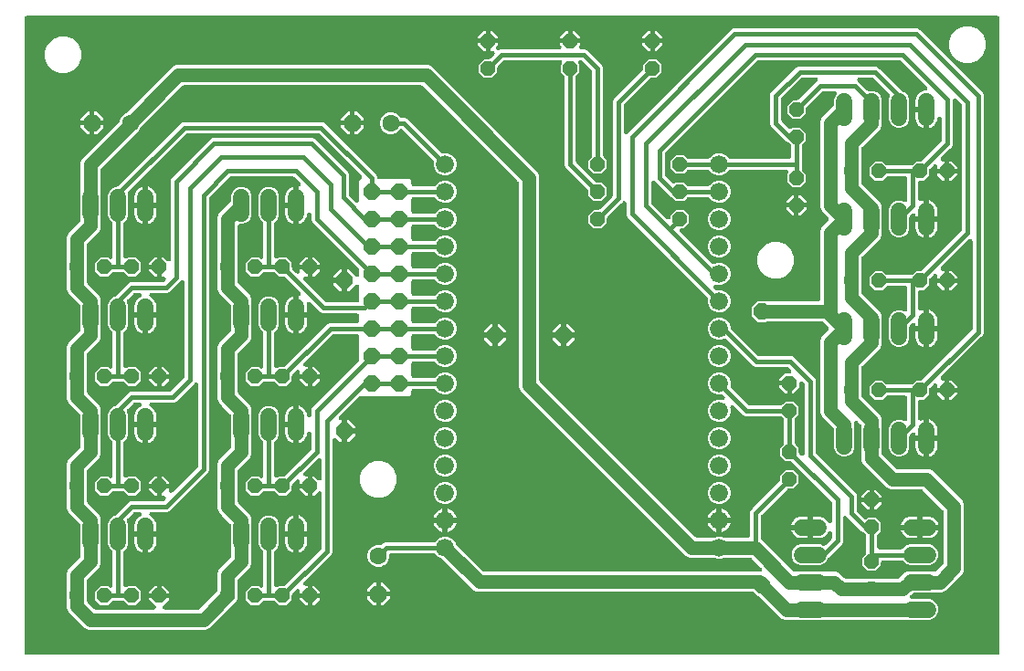
<source format=gbr>
G04 EAGLE Gerber RS-274X export*
G75*
%MOMM*%
%FSLAX34Y34*%
%LPD*%
%INBottom Copper*%
%IPPOS*%
%AMOC8*
5,1,8,0,0,1.08239X$1,22.5*%
G01*
%ADD10P,1.732040X8X202.500000*%
%ADD11C,1.600200*%
%ADD12P,1.429621X8X22.500000*%
%ADD13P,1.429621X8X202.500000*%
%ADD14P,1.429621X8X112.500000*%
%ADD15P,1.429621X8X292.500000*%
%ADD16P,1.732040X8X292.500000*%
%ADD17P,1.649562X8X292.500000*%
%ADD18C,1.508000*%
%ADD19C,1.676400*%
%ADD20P,1.649562X8X22.500000*%
%ADD21C,0.406400*%
%ADD22C,1.270000*%

G36*
X903879Y2035D02*
X903879Y2035D01*
X903897Y2033D01*
X904079Y2054D01*
X904262Y2073D01*
X904279Y2078D01*
X904296Y2080D01*
X904471Y2137D01*
X904647Y2191D01*
X904662Y2199D01*
X904679Y2205D01*
X904839Y2295D01*
X905001Y2383D01*
X905014Y2394D01*
X905030Y2403D01*
X905169Y2523D01*
X905310Y2640D01*
X905321Y2654D01*
X905335Y2666D01*
X905447Y2811D01*
X905562Y2954D01*
X905570Y2970D01*
X905581Y2984D01*
X905663Y3149D01*
X905748Y3311D01*
X905753Y3328D01*
X905761Y3344D01*
X905808Y3523D01*
X905859Y3698D01*
X905861Y3716D01*
X905865Y3733D01*
X905892Y4064D01*
X905892Y592736D01*
X905890Y592754D01*
X905892Y592772D01*
X905871Y592954D01*
X905852Y593137D01*
X905847Y593154D01*
X905845Y593171D01*
X905788Y593346D01*
X905734Y593522D01*
X905726Y593537D01*
X905720Y593554D01*
X905630Y593714D01*
X905542Y593876D01*
X905531Y593889D01*
X905522Y593905D01*
X905402Y594044D01*
X905285Y594185D01*
X905271Y594196D01*
X905259Y594210D01*
X905114Y594322D01*
X904971Y594437D01*
X904955Y594445D01*
X904941Y594456D01*
X904776Y594538D01*
X904614Y594623D01*
X904597Y594628D01*
X904581Y594636D01*
X904402Y594683D01*
X904227Y594734D01*
X904209Y594736D01*
X904192Y594740D01*
X903861Y594767D01*
X4064Y594767D01*
X4046Y594765D01*
X4028Y594767D01*
X3846Y594746D01*
X3663Y594727D01*
X3646Y594722D01*
X3629Y594720D01*
X3454Y594663D01*
X3278Y594609D01*
X3263Y594601D01*
X3246Y594595D01*
X3086Y594505D01*
X2924Y594417D01*
X2911Y594406D01*
X2895Y594397D01*
X2756Y594277D01*
X2615Y594160D01*
X2604Y594146D01*
X2590Y594134D01*
X2478Y593989D01*
X2363Y593846D01*
X2355Y593830D01*
X2344Y593816D01*
X2262Y593651D01*
X2177Y593489D01*
X2172Y593472D01*
X2164Y593456D01*
X2117Y593277D01*
X2066Y593102D01*
X2064Y593084D01*
X2060Y593067D01*
X2033Y592736D01*
X2033Y4064D01*
X2035Y4046D01*
X2033Y4028D01*
X2054Y3846D01*
X2073Y3663D01*
X2078Y3646D01*
X2080Y3629D01*
X2137Y3454D01*
X2191Y3278D01*
X2199Y3263D01*
X2205Y3246D01*
X2295Y3086D01*
X2383Y2924D01*
X2394Y2911D01*
X2403Y2895D01*
X2523Y2756D01*
X2640Y2615D01*
X2654Y2604D01*
X2666Y2590D01*
X2811Y2478D01*
X2954Y2363D01*
X2970Y2355D01*
X2984Y2344D01*
X3149Y2262D01*
X3311Y2177D01*
X3328Y2172D01*
X3344Y2164D01*
X3523Y2117D01*
X3698Y2066D01*
X3716Y2064D01*
X3733Y2060D01*
X4064Y2033D01*
X903861Y2033D01*
X903879Y2035D01*
G37*
%LPC*%
G36*
X61630Y25526D02*
X61630Y25526D01*
X58176Y26957D01*
X42832Y42301D01*
X41401Y45755D01*
X41401Y78218D01*
X42832Y81672D01*
X53358Y92198D01*
X53375Y92219D01*
X53396Y92236D01*
X53502Y92374D01*
X53613Y92510D01*
X53626Y92533D01*
X53642Y92554D01*
X53720Y92711D01*
X53802Y92865D01*
X53810Y92891D01*
X53822Y92915D01*
X53867Y93084D01*
X53917Y93251D01*
X53919Y93278D01*
X53926Y93304D01*
X53953Y93634D01*
X53953Y104032D01*
X53950Y104063D01*
X53952Y104094D01*
X53930Y104263D01*
X53913Y104432D01*
X53904Y104462D01*
X53900Y104493D01*
X53799Y104809D01*
X53779Y104856D01*
X53779Y122440D01*
X53777Y122466D01*
X53779Y122493D01*
X53757Y122667D01*
X53739Y122840D01*
X53732Y122866D01*
X53728Y122892D01*
X53673Y123058D01*
X53621Y123225D01*
X53608Y123249D01*
X53600Y123274D01*
X53513Y123426D01*
X53429Y123579D01*
X53412Y123600D01*
X53399Y123623D01*
X53184Y123876D01*
X42832Y134228D01*
X41401Y137682D01*
X41401Y179818D01*
X42832Y183272D01*
X53358Y193798D01*
X53375Y193819D01*
X53396Y193836D01*
X53503Y193974D01*
X53613Y194110D01*
X53626Y194133D01*
X53642Y194154D01*
X53720Y194311D01*
X53802Y194465D01*
X53810Y194491D01*
X53822Y194515D01*
X53867Y194684D01*
X53917Y194851D01*
X53919Y194878D01*
X53926Y194904D01*
X53953Y195234D01*
X53953Y205632D01*
X53950Y205663D01*
X53952Y205694D01*
X53930Y205863D01*
X53913Y206032D01*
X53904Y206062D01*
X53900Y206093D01*
X53799Y206409D01*
X53779Y206456D01*
X53779Y224040D01*
X53777Y224066D01*
X53779Y224093D01*
X53757Y224267D01*
X53739Y224440D01*
X53732Y224466D01*
X53728Y224492D01*
X53673Y224658D01*
X53621Y224825D01*
X53608Y224849D01*
X53600Y224874D01*
X53513Y225026D01*
X53429Y225179D01*
X53412Y225200D01*
X53399Y225223D01*
X53184Y225476D01*
X42832Y235828D01*
X41401Y239282D01*
X41401Y287768D01*
X42832Y291222D01*
X53358Y301748D01*
X53375Y301769D01*
X53396Y301786D01*
X53503Y301924D01*
X53613Y302060D01*
X53626Y302083D01*
X53642Y302104D01*
X53720Y302261D01*
X53802Y302415D01*
X53810Y302441D01*
X53822Y302465D01*
X53867Y302634D01*
X53917Y302801D01*
X53919Y302828D01*
X53926Y302854D01*
X53953Y303184D01*
X53953Y307232D01*
X53950Y307263D01*
X53952Y307294D01*
X53930Y307463D01*
X53913Y307632D01*
X53904Y307662D01*
X53900Y307693D01*
X53799Y308009D01*
X53779Y308056D01*
X53779Y325640D01*
X53777Y325666D01*
X53779Y325693D01*
X53757Y325867D01*
X53739Y326040D01*
X53732Y326066D01*
X53728Y326092D01*
X53673Y326258D01*
X53621Y326425D01*
X53608Y326449D01*
X53600Y326474D01*
X53513Y326626D01*
X53429Y326779D01*
X53412Y326800D01*
X53399Y326823D01*
X53184Y327076D01*
X42832Y337428D01*
X41401Y340882D01*
X41401Y389368D01*
X42832Y392822D01*
X53358Y403348D01*
X53375Y403369D01*
X53396Y403386D01*
X53503Y403524D01*
X53613Y403660D01*
X53626Y403683D01*
X53642Y403704D01*
X53720Y403861D01*
X53802Y404015D01*
X53810Y404041D01*
X53822Y404065D01*
X53867Y404234D01*
X53917Y404401D01*
X53919Y404428D01*
X53926Y404454D01*
X53953Y404784D01*
X53953Y408832D01*
X53950Y408863D01*
X53952Y408894D01*
X53930Y409063D01*
X53913Y409232D01*
X53904Y409262D01*
X53900Y409293D01*
X53799Y409609D01*
X53779Y409656D01*
X53779Y428544D01*
X53799Y428591D01*
X53808Y428621D01*
X53822Y428649D01*
X53866Y428814D01*
X53915Y428976D01*
X53918Y429007D01*
X53926Y429038D01*
X53953Y429368D01*
X53953Y458922D01*
X55384Y462376D01*
X90005Y496997D01*
X90025Y497021D01*
X90048Y497042D01*
X90152Y497177D01*
X90260Y497308D01*
X90275Y497336D01*
X90294Y497361D01*
X90445Y497656D01*
X91824Y500984D01*
X94646Y503806D01*
X94896Y503909D01*
X94896Y503910D01*
X95806Y504287D01*
X95834Y504301D01*
X95863Y504311D01*
X96011Y504396D01*
X96161Y504477D01*
X96185Y504497D01*
X96212Y504512D01*
X96465Y504727D01*
X139456Y547718D01*
X142910Y549149D01*
X376520Y549149D01*
X379974Y547718D01*
X477868Y449824D01*
X479299Y446370D01*
X479299Y257034D01*
X479301Y257008D01*
X479299Y256981D01*
X479321Y256807D01*
X479339Y256634D01*
X479346Y256608D01*
X479350Y256582D01*
X479405Y256416D01*
X479457Y256249D01*
X479470Y256225D01*
X479478Y256200D01*
X479565Y256048D01*
X479649Y255895D01*
X479666Y255874D01*
X479679Y255851D01*
X479894Y255598D01*
X623998Y111494D01*
X624019Y111477D01*
X624036Y111456D01*
X624174Y111349D01*
X624310Y111239D01*
X624333Y111226D01*
X624354Y111210D01*
X624511Y111132D01*
X624665Y111050D01*
X624691Y111042D01*
X624715Y111030D01*
X624884Y110985D01*
X625051Y110935D01*
X625078Y110933D01*
X625104Y110926D01*
X625434Y110899D01*
X641171Y110899D01*
X641202Y110902D01*
X641234Y110900D01*
X641403Y110922D01*
X641572Y110939D01*
X641602Y110948D01*
X641633Y110952D01*
X641949Y111053D01*
X644028Y111915D01*
X648172Y111915D01*
X650251Y111053D01*
X650281Y111044D01*
X650309Y111030D01*
X650474Y110986D01*
X650637Y110937D01*
X650668Y110934D01*
X650698Y110926D01*
X651028Y110899D01*
X672438Y110899D01*
X672456Y110901D01*
X672474Y110899D01*
X672656Y110920D01*
X672839Y110939D01*
X672856Y110944D01*
X672873Y110946D01*
X673048Y111003D01*
X673224Y111057D01*
X673239Y111065D01*
X673256Y111071D01*
X673416Y111161D01*
X673578Y111249D01*
X673591Y111260D01*
X673607Y111269D01*
X673746Y111389D01*
X673887Y111506D01*
X673898Y111520D01*
X673912Y111532D01*
X674024Y111677D01*
X674139Y111820D01*
X674147Y111836D01*
X674158Y111850D01*
X674240Y112015D01*
X674325Y112177D01*
X674330Y112194D01*
X674338Y112210D01*
X674385Y112389D01*
X674436Y112564D01*
X674438Y112582D01*
X674442Y112599D01*
X674469Y112930D01*
X674469Y134461D01*
X675243Y136328D01*
X676958Y138043D01*
X701968Y163054D01*
X701985Y163074D01*
X702006Y163092D01*
X702113Y163230D01*
X702223Y163365D01*
X702236Y163389D01*
X702252Y163410D01*
X702330Y163567D01*
X702412Y163721D01*
X702420Y163746D01*
X702432Y163770D01*
X702477Y163940D01*
X702527Y164107D01*
X702529Y164133D01*
X702536Y164159D01*
X702563Y164490D01*
X702563Y168677D01*
X707623Y173737D01*
X714777Y173737D01*
X719837Y168677D01*
X719837Y161523D01*
X714777Y156463D01*
X710590Y156463D01*
X710563Y156461D01*
X710537Y156463D01*
X710363Y156441D01*
X710189Y156423D01*
X710164Y156416D01*
X710137Y156412D01*
X709971Y156357D01*
X709804Y156305D01*
X709781Y156292D01*
X709755Y156284D01*
X709604Y156197D01*
X709450Y156113D01*
X709430Y156096D01*
X709407Y156083D01*
X709154Y155868D01*
X685226Y131940D01*
X685209Y131920D01*
X685188Y131902D01*
X685081Y131764D01*
X684971Y131629D01*
X684958Y131605D01*
X684942Y131584D01*
X684863Y131427D01*
X684782Y131273D01*
X684774Y131248D01*
X684762Y131224D01*
X684717Y131054D01*
X684667Y130887D01*
X684665Y130861D01*
X684658Y130835D01*
X684631Y130504D01*
X684631Y110552D01*
X684633Y110526D01*
X684631Y110499D01*
X684653Y110325D01*
X684671Y110152D01*
X684678Y110126D01*
X684682Y110100D01*
X684737Y109934D01*
X684789Y109767D01*
X684802Y109743D01*
X684810Y109718D01*
X684897Y109566D01*
X684981Y109413D01*
X684998Y109392D01*
X685011Y109369D01*
X685226Y109116D01*
X714632Y79710D01*
X714653Y79693D01*
X714670Y79672D01*
X714808Y79565D01*
X714944Y79455D01*
X714967Y79442D01*
X714988Y79426D01*
X715145Y79348D01*
X715299Y79266D01*
X715325Y79258D01*
X715349Y79246D01*
X715518Y79201D01*
X715685Y79151D01*
X715712Y79149D01*
X715738Y79142D01*
X716068Y79115D01*
X719982Y79115D01*
X720013Y79118D01*
X720044Y79116D01*
X720213Y79138D01*
X720382Y79155D01*
X720412Y79164D01*
X720443Y79168D01*
X720759Y79269D01*
X720806Y79289D01*
X739694Y79289D01*
X739741Y79269D01*
X739771Y79260D01*
X739799Y79246D01*
X739963Y79202D01*
X740126Y79153D01*
X740157Y79150D01*
X740188Y79142D01*
X740518Y79115D01*
X754479Y79115D01*
X757933Y77684D01*
X762123Y73494D01*
X762144Y73477D01*
X762161Y73456D01*
X762299Y73349D01*
X762435Y73239D01*
X762458Y73226D01*
X762479Y73210D01*
X762636Y73132D01*
X762790Y73050D01*
X762816Y73042D01*
X762840Y73030D01*
X763009Y72985D01*
X763176Y72935D01*
X763203Y72933D01*
X763229Y72926D01*
X763559Y72899D01*
X811375Y72899D01*
X811401Y72901D01*
X811428Y72899D01*
X811602Y72921D01*
X811775Y72939D01*
X811801Y72946D01*
X811827Y72950D01*
X811993Y73006D01*
X812160Y73057D01*
X812184Y73070D01*
X812209Y73078D01*
X812361Y73165D01*
X812514Y73249D01*
X812535Y73266D01*
X812558Y73279D01*
X812811Y73494D01*
X817001Y77684D01*
X820455Y79115D01*
X821582Y79115D01*
X821613Y79118D01*
X821644Y79116D01*
X821813Y79138D01*
X821982Y79155D01*
X822012Y79164D01*
X822043Y79168D01*
X822359Y79269D01*
X822406Y79289D01*
X841294Y79289D01*
X841341Y79269D01*
X841371Y79260D01*
X841399Y79246D01*
X841563Y79202D01*
X841726Y79153D01*
X841757Y79150D01*
X841788Y79142D01*
X842118Y79115D01*
X846032Y79115D01*
X846058Y79117D01*
X846085Y79115D01*
X846259Y79137D01*
X846432Y79155D01*
X846458Y79162D01*
X846484Y79166D01*
X846650Y79221D01*
X846817Y79273D01*
X846841Y79286D01*
X846866Y79294D01*
X847018Y79381D01*
X847171Y79465D01*
X847192Y79482D01*
X847215Y79495D01*
X847468Y79710D01*
X853606Y85848D01*
X853623Y85869D01*
X853644Y85886D01*
X853751Y86024D01*
X853861Y86160D01*
X853874Y86183D01*
X853890Y86204D01*
X853968Y86361D01*
X854050Y86515D01*
X854058Y86541D01*
X854070Y86565D01*
X854115Y86734D01*
X854165Y86901D01*
X854167Y86928D01*
X854174Y86954D01*
X854201Y87284D01*
X854201Y134966D01*
X854199Y134992D01*
X854201Y135019D01*
X854179Y135193D01*
X854161Y135366D01*
X854154Y135392D01*
X854150Y135418D01*
X854095Y135584D01*
X854043Y135751D01*
X854030Y135775D01*
X854022Y135800D01*
X853935Y135952D01*
X853851Y136105D01*
X853834Y136126D01*
X853821Y136149D01*
X853606Y136402D01*
X834902Y155106D01*
X834881Y155123D01*
X834864Y155144D01*
X834726Y155251D01*
X834590Y155361D01*
X834567Y155374D01*
X834546Y155390D01*
X834389Y155468D01*
X834235Y155550D01*
X834209Y155558D01*
X834185Y155570D01*
X834016Y155615D01*
X833849Y155665D01*
X833822Y155667D01*
X833796Y155674D01*
X833466Y155701D01*
X804580Y155701D01*
X801126Y157132D01*
X779432Y178826D01*
X778001Y182280D01*
X778001Y192608D01*
X777998Y192639D01*
X778000Y192670D01*
X777978Y192840D01*
X777961Y193009D01*
X777952Y193039D01*
X777948Y193070D01*
X777847Y193386D01*
X777693Y193756D01*
X777693Y212644D01*
X777713Y212691D01*
X777722Y212721D01*
X777736Y212749D01*
X777780Y212913D01*
X777829Y213076D01*
X777832Y213107D01*
X777840Y213138D01*
X777867Y213468D01*
X777867Y214475D01*
X777865Y214501D01*
X777867Y214528D01*
X777845Y214702D01*
X777827Y214875D01*
X777820Y214901D01*
X777816Y214927D01*
X777761Y215093D01*
X777709Y215260D01*
X777696Y215284D01*
X777688Y215309D01*
X777601Y215460D01*
X777517Y215614D01*
X777500Y215635D01*
X777487Y215658D01*
X777272Y215911D01*
X774718Y218465D01*
X774711Y218471D01*
X774706Y218477D01*
X774556Y218598D01*
X774407Y218720D01*
X774399Y218724D01*
X774392Y218730D01*
X774222Y218818D01*
X774051Y218909D01*
X774042Y218911D01*
X774035Y218915D01*
X773850Y218968D01*
X773665Y219023D01*
X773656Y219024D01*
X773648Y219027D01*
X773457Y219042D01*
X773264Y219060D01*
X773255Y219059D01*
X773246Y219060D01*
X773057Y219037D01*
X772864Y219016D01*
X772855Y219014D01*
X772847Y219013D01*
X772665Y218953D01*
X772480Y218895D01*
X772472Y218891D01*
X772464Y218888D01*
X772295Y218793D01*
X772128Y218700D01*
X772121Y218694D01*
X772113Y218690D01*
X771967Y218564D01*
X771821Y218440D01*
X771815Y218433D01*
X771808Y218427D01*
X771691Y218275D01*
X771571Y218124D01*
X771567Y218116D01*
X771562Y218109D01*
X771476Y217936D01*
X771389Y217765D01*
X771386Y217756D01*
X771382Y217748D01*
X771332Y217562D01*
X771281Y217377D01*
X771280Y217368D01*
X771278Y217359D01*
X771251Y217029D01*
X771251Y213468D01*
X771254Y213437D01*
X771252Y213406D01*
X771274Y213237D01*
X771291Y213068D01*
X771300Y213038D01*
X771304Y213007D01*
X771405Y212691D01*
X771425Y212644D01*
X771425Y193756D01*
X769967Y190237D01*
X767275Y187545D01*
X763756Y186087D01*
X759948Y186087D01*
X756429Y187545D01*
X753737Y190237D01*
X752279Y193756D01*
X752279Y211340D01*
X752277Y211366D01*
X752279Y211393D01*
X752257Y211567D01*
X752239Y211740D01*
X752232Y211766D01*
X752228Y211792D01*
X752173Y211958D01*
X752121Y212125D01*
X752108Y212149D01*
X752100Y212174D01*
X752013Y212326D01*
X751929Y212479D01*
X751912Y212500D01*
X751899Y212523D01*
X751684Y212776D01*
X741332Y223128D01*
X739901Y226582D01*
X739901Y294118D01*
X741332Y297572D01*
X744262Y300502D01*
X747124Y303364D01*
X747135Y303377D01*
X747149Y303389D01*
X747263Y303533D01*
X747379Y303675D01*
X747387Y303691D01*
X747398Y303705D01*
X747482Y303869D01*
X747568Y304031D01*
X747573Y304048D01*
X747581Y304064D01*
X747630Y304241D01*
X747682Y304417D01*
X747684Y304435D01*
X747689Y304452D01*
X747702Y304635D01*
X747719Y304818D01*
X747717Y304835D01*
X747718Y304853D01*
X747695Y305035D01*
X747675Y305218D01*
X747670Y305235D01*
X747668Y305253D01*
X747609Y305426D01*
X747554Y305602D01*
X747545Y305618D01*
X747539Y305634D01*
X747448Y305793D01*
X747359Y305954D01*
X747348Y305968D01*
X747339Y305983D01*
X747124Y306236D01*
X742679Y310681D01*
X742658Y310698D01*
X742641Y310719D01*
X742503Y310826D01*
X742367Y310936D01*
X742344Y310949D01*
X742323Y310965D01*
X742166Y311043D01*
X742012Y311125D01*
X741986Y311133D01*
X741962Y311145D01*
X741793Y311190D01*
X741626Y311240D01*
X741599Y311242D01*
X741573Y311249D01*
X741243Y311276D01*
X690894Y311276D01*
X690867Y311274D01*
X690840Y311276D01*
X690666Y311254D01*
X690493Y311236D01*
X690468Y311229D01*
X690441Y311225D01*
X690275Y311170D01*
X690108Y311118D01*
X690085Y311105D01*
X690059Y311097D01*
X689930Y311022D01*
X681802Y311022D01*
X676147Y316677D01*
X676147Y324673D01*
X681802Y330328D01*
X689928Y330328D01*
X689971Y330307D01*
X690125Y330225D01*
X690150Y330217D01*
X690174Y330205D01*
X690344Y330160D01*
X690510Y330110D01*
X690537Y330108D01*
X690563Y330101D01*
X690894Y330074D01*
X737870Y330074D01*
X737888Y330076D01*
X737906Y330074D01*
X738088Y330095D01*
X738271Y330114D01*
X738288Y330119D01*
X738305Y330121D01*
X738480Y330178D01*
X738656Y330232D01*
X738671Y330240D01*
X738688Y330246D01*
X738848Y330336D01*
X739010Y330424D01*
X739023Y330435D01*
X739039Y330444D01*
X739178Y330564D01*
X739319Y330681D01*
X739330Y330695D01*
X739344Y330707D01*
X739456Y330852D01*
X739571Y330995D01*
X739579Y331011D01*
X739590Y331025D01*
X739672Y331190D01*
X739757Y331352D01*
X739762Y331369D01*
X739770Y331385D01*
X739817Y331564D01*
X739868Y331739D01*
X739870Y331757D01*
X739874Y331774D01*
X739901Y332105D01*
X739901Y395718D01*
X741332Y399172D01*
X744262Y402102D01*
X747124Y404964D01*
X747135Y404977D01*
X747149Y404989D01*
X747263Y405133D01*
X747379Y405275D01*
X747387Y405291D01*
X747398Y405305D01*
X747482Y405469D01*
X747568Y405631D01*
X747573Y405648D01*
X747581Y405664D01*
X747630Y405841D01*
X747682Y406017D01*
X747684Y406035D01*
X747689Y406052D01*
X747702Y406235D01*
X747719Y406418D01*
X747717Y406435D01*
X747718Y406453D01*
X747695Y406635D01*
X747675Y406818D01*
X747670Y406835D01*
X747668Y406853D01*
X747609Y407026D01*
X747554Y407202D01*
X747545Y407218D01*
X747539Y407234D01*
X747448Y407393D01*
X747359Y407554D01*
X747348Y407568D01*
X747339Y407583D01*
X747124Y407836D01*
X741332Y413628D01*
X739901Y417082D01*
X739901Y497318D01*
X741332Y500772D01*
X751684Y511124D01*
X751701Y511145D01*
X751722Y511162D01*
X751829Y511300D01*
X751939Y511436D01*
X751952Y511459D01*
X751968Y511480D01*
X752046Y511637D01*
X752128Y511791D01*
X752136Y511817D01*
X752148Y511841D01*
X752193Y512010D01*
X752243Y512177D01*
X752245Y512204D01*
X752252Y512230D01*
X752279Y512560D01*
X752279Y517444D01*
X753737Y520962D01*
X754451Y521677D01*
X754457Y521684D01*
X754463Y521689D01*
X754583Y521838D01*
X754706Y521988D01*
X754710Y521996D01*
X754716Y522003D01*
X754804Y522173D01*
X754895Y522344D01*
X754897Y522353D01*
X754901Y522360D01*
X754954Y522545D01*
X755009Y522730D01*
X755010Y522739D01*
X755013Y522747D01*
X755028Y522938D01*
X755046Y523131D01*
X755045Y523140D01*
X755045Y523149D01*
X755023Y523338D01*
X755002Y523531D01*
X755000Y523540D01*
X754999Y523548D01*
X754939Y523731D01*
X754881Y523915D01*
X754876Y523923D01*
X754874Y523931D01*
X754779Y524098D01*
X754686Y524267D01*
X754680Y524274D01*
X754676Y524282D01*
X754551Y524427D01*
X754425Y524574D01*
X754418Y524580D01*
X754413Y524587D01*
X754261Y524704D01*
X754110Y524824D01*
X754102Y524828D01*
X754095Y524833D01*
X753923Y524919D01*
X753751Y525006D01*
X753742Y525009D01*
X753734Y525013D01*
X753548Y525062D01*
X753363Y525114D01*
X753354Y525115D01*
X753345Y525117D01*
X753015Y525144D01*
X742721Y525144D01*
X742694Y525142D01*
X742668Y525144D01*
X742494Y525122D01*
X742320Y525104D01*
X742295Y525097D01*
X742268Y525093D01*
X742102Y525038D01*
X741935Y524986D01*
X741912Y524973D01*
X741886Y524965D01*
X741735Y524878D01*
X741581Y524794D01*
X741561Y524777D01*
X741538Y524764D01*
X741285Y524549D01*
X726782Y510046D01*
X726765Y510026D01*
X726744Y510008D01*
X726637Y509870D01*
X726527Y509735D01*
X726514Y509711D01*
X726498Y509690D01*
X726420Y509533D01*
X726338Y509379D01*
X726330Y509354D01*
X726318Y509330D01*
X726273Y509160D01*
X726223Y508993D01*
X726221Y508967D01*
X726214Y508941D01*
X726187Y508610D01*
X726187Y504423D01*
X721127Y499363D01*
X713973Y499363D01*
X708913Y504423D01*
X708913Y511577D01*
X713973Y516637D01*
X718160Y516637D01*
X718187Y516639D01*
X718213Y516637D01*
X718387Y516659D01*
X718561Y516677D01*
X718586Y516684D01*
X718613Y516688D01*
X718779Y516743D01*
X718946Y516795D01*
X718969Y516808D01*
X718995Y516816D01*
X719146Y516903D01*
X719300Y516987D01*
X719320Y517004D01*
X719343Y517017D01*
X719596Y517232D01*
X736741Y534377D01*
X736747Y534384D01*
X736754Y534389D01*
X736874Y534539D01*
X736997Y534688D01*
X737001Y534696D01*
X737006Y534703D01*
X737095Y534873D01*
X737185Y535044D01*
X737188Y535053D01*
X737192Y535060D01*
X737245Y535245D01*
X737300Y535430D01*
X737301Y535439D01*
X737303Y535447D01*
X737319Y535639D01*
X737336Y535831D01*
X737335Y535840D01*
X737336Y535849D01*
X737314Y536038D01*
X737293Y536231D01*
X737290Y536240D01*
X737289Y536248D01*
X737230Y536430D01*
X737171Y536615D01*
X737167Y536623D01*
X737164Y536631D01*
X737069Y536800D01*
X736977Y536967D01*
X736971Y536974D01*
X736966Y536982D01*
X736840Y537128D01*
X736716Y537274D01*
X736709Y537280D01*
X736703Y537287D01*
X736552Y537404D01*
X736400Y537524D01*
X736392Y537528D01*
X736385Y537533D01*
X736213Y537619D01*
X736041Y537706D01*
X736033Y537709D01*
X736025Y537713D01*
X735838Y537763D01*
X735653Y537814D01*
X735645Y537815D01*
X735636Y537817D01*
X735305Y537844D01*
X723671Y537844D01*
X723644Y537842D01*
X723618Y537844D01*
X723444Y537822D01*
X723270Y537804D01*
X723245Y537797D01*
X723218Y537793D01*
X723052Y537738D01*
X722885Y537686D01*
X722862Y537673D01*
X722836Y537665D01*
X722685Y537578D01*
X722531Y537494D01*
X722511Y537477D01*
X722488Y537464D01*
X722235Y537249D01*
X704176Y519190D01*
X704159Y519170D01*
X704138Y519152D01*
X704031Y519014D01*
X703921Y518879D01*
X703908Y518855D01*
X703892Y518834D01*
X703814Y518677D01*
X703732Y518523D01*
X703724Y518498D01*
X703712Y518474D01*
X703667Y518304D01*
X703617Y518137D01*
X703615Y518111D01*
X703608Y518085D01*
X703581Y517754D01*
X703581Y498246D01*
X703583Y498219D01*
X703581Y498193D01*
X703603Y498019D01*
X703621Y497845D01*
X703628Y497820D01*
X703632Y497793D01*
X703687Y497628D01*
X703739Y497460D01*
X703752Y497437D01*
X703760Y497411D01*
X703847Y497260D01*
X703931Y497106D01*
X703948Y497086D01*
X703961Y497063D01*
X704176Y496810D01*
X710424Y490561D01*
X710438Y490550D01*
X710450Y490536D01*
X710594Y490422D01*
X710736Y490306D01*
X710751Y490298D01*
X710765Y490287D01*
X710930Y490203D01*
X711091Y490117D01*
X711108Y490112D01*
X711124Y490104D01*
X711302Y490055D01*
X711477Y490003D01*
X711495Y490001D01*
X711512Y489996D01*
X711695Y489983D01*
X711878Y489966D01*
X711896Y489968D01*
X711914Y489967D01*
X712096Y489990D01*
X712279Y490010D01*
X712296Y490015D01*
X712313Y490017D01*
X712487Y490075D01*
X712662Y490131D01*
X712678Y490140D01*
X712695Y490145D01*
X712854Y490237D01*
X713015Y490326D01*
X713028Y490337D01*
X713044Y490346D01*
X713297Y490561D01*
X713973Y491237D01*
X721127Y491237D01*
X726187Y486177D01*
X726187Y479023D01*
X723226Y476061D01*
X723209Y476041D01*
X723188Y476023D01*
X723081Y475885D01*
X722971Y475750D01*
X722958Y475726D01*
X722942Y475705D01*
X722864Y475548D01*
X722782Y475394D01*
X722774Y475369D01*
X722762Y475345D01*
X722717Y475175D01*
X722667Y475008D01*
X722665Y474982D01*
X722658Y474956D01*
X722631Y474625D01*
X722631Y452475D01*
X722633Y452448D01*
X722631Y452422D01*
X722653Y452248D01*
X722671Y452074D01*
X722678Y452049D01*
X722682Y452022D01*
X722737Y451856D01*
X722789Y451689D01*
X722802Y451666D01*
X722810Y451640D01*
X722897Y451489D01*
X722981Y451335D01*
X722998Y451315D01*
X723011Y451292D01*
X723226Y451039D01*
X726187Y448077D01*
X726187Y440923D01*
X721127Y435863D01*
X713973Y435863D01*
X708913Y440923D01*
X708913Y448077D01*
X709388Y448552D01*
X709393Y448559D01*
X709400Y448564D01*
X709520Y448713D01*
X709643Y448863D01*
X709647Y448871D01*
X709652Y448878D01*
X709740Y449048D01*
X709831Y449219D01*
X709834Y449228D01*
X709838Y449235D01*
X709891Y449420D01*
X709946Y449605D01*
X709947Y449614D01*
X709949Y449622D01*
X709965Y449813D01*
X709982Y450006D01*
X709981Y450015D01*
X709982Y450024D01*
X709960Y450213D01*
X709939Y450406D01*
X709936Y450415D01*
X709935Y450423D01*
X709876Y450606D01*
X709818Y450790D01*
X709813Y450798D01*
X709810Y450806D01*
X709716Y450973D01*
X709623Y451142D01*
X709617Y451149D01*
X709613Y451157D01*
X709487Y451302D01*
X709362Y451449D01*
X709355Y451455D01*
X709349Y451462D01*
X709198Y451579D01*
X709046Y451699D01*
X709038Y451703D01*
X709031Y451708D01*
X708859Y451794D01*
X708687Y451881D01*
X708679Y451884D01*
X708671Y451888D01*
X708485Y451937D01*
X708299Y451989D01*
X708291Y451990D01*
X708282Y451992D01*
X707951Y452019D01*
X656589Y452019D01*
X656563Y452017D01*
X656536Y452019D01*
X656362Y451997D01*
X656189Y451979D01*
X656163Y451972D01*
X656137Y451968D01*
X655971Y451913D01*
X655804Y451861D01*
X655780Y451848D01*
X655755Y451840D01*
X655603Y451753D01*
X655450Y451669D01*
X655429Y451652D01*
X655406Y451639D01*
X655153Y451424D01*
X651999Y448271D01*
X648172Y446685D01*
X644028Y446685D01*
X640201Y448271D01*
X637069Y451402D01*
X636964Y451530D01*
X636946Y451544D01*
X636931Y451562D01*
X636790Y451671D01*
X636652Y451784D01*
X636631Y451794D01*
X636613Y451808D01*
X636454Y451888D01*
X636295Y451971D01*
X636273Y451977D01*
X636253Y451988D01*
X636080Y452034D01*
X635909Y452084D01*
X635886Y452086D01*
X635864Y452092D01*
X635533Y452119D01*
X617575Y452119D01*
X617548Y452117D01*
X617521Y452119D01*
X617348Y452097D01*
X617174Y452079D01*
X617149Y452072D01*
X617122Y452068D01*
X616956Y452012D01*
X616789Y451961D01*
X616766Y451948D01*
X616740Y451940D01*
X616589Y451853D01*
X616435Y451769D01*
X616415Y451752D01*
X616391Y451739D01*
X616138Y451524D01*
X613177Y448563D01*
X606023Y448563D01*
X600963Y453623D01*
X600963Y460777D01*
X606023Y465837D01*
X613177Y465837D01*
X616138Y462876D01*
X616159Y462859D01*
X616177Y462838D01*
X616315Y462731D01*
X616450Y462621D01*
X616474Y462608D01*
X616495Y462592D01*
X616651Y462514D01*
X616806Y462432D01*
X616831Y462424D01*
X616855Y462412D01*
X617024Y462367D01*
X617192Y462317D01*
X617218Y462315D01*
X617244Y462308D01*
X617575Y462281D01*
X635711Y462281D01*
X635737Y462283D01*
X635764Y462281D01*
X635938Y462303D01*
X636111Y462321D01*
X636137Y462328D01*
X636164Y462332D01*
X636329Y462388D01*
X636496Y462439D01*
X636520Y462452D01*
X636545Y462460D01*
X636697Y462547D01*
X636850Y462631D01*
X636871Y462648D01*
X636894Y462661D01*
X637147Y462876D01*
X640201Y465929D01*
X643623Y467347D01*
X643624Y467347D01*
X644028Y467515D01*
X648172Y467515D01*
X651999Y465929D01*
X655153Y462776D01*
X655174Y462759D01*
X655191Y462738D01*
X655329Y462631D01*
X655464Y462521D01*
X655488Y462508D01*
X655509Y462492D01*
X655666Y462414D01*
X655820Y462332D01*
X655846Y462324D01*
X655870Y462312D01*
X656039Y462267D01*
X656206Y462217D01*
X656233Y462215D01*
X656259Y462208D01*
X656589Y462181D01*
X710438Y462181D01*
X710456Y462183D01*
X710474Y462181D01*
X710656Y462202D01*
X710839Y462221D01*
X710856Y462226D01*
X710873Y462228D01*
X711048Y462285D01*
X711224Y462339D01*
X711239Y462347D01*
X711256Y462353D01*
X711416Y462443D01*
X711578Y462531D01*
X711591Y462542D01*
X711607Y462551D01*
X711746Y462671D01*
X711887Y462788D01*
X711898Y462802D01*
X711912Y462814D01*
X712024Y462959D01*
X712139Y463102D01*
X712147Y463118D01*
X712158Y463132D01*
X712240Y463297D01*
X712325Y463459D01*
X712330Y463476D01*
X712338Y463492D01*
X712385Y463671D01*
X712436Y463846D01*
X712438Y463864D01*
X712442Y463881D01*
X712469Y464212D01*
X712469Y474625D01*
X712467Y474652D01*
X712469Y474678D01*
X712447Y474852D01*
X712429Y475026D01*
X712422Y475051D01*
X712418Y475078D01*
X712362Y475244D01*
X712311Y475411D01*
X712299Y475434D01*
X712290Y475460D01*
X712203Y475611D01*
X712119Y475765D01*
X712102Y475785D01*
X712089Y475808D01*
X711874Y476061D01*
X710863Y477073D01*
X710839Y477093D01*
X710818Y477116D01*
X710683Y477220D01*
X710551Y477328D01*
X710524Y477343D01*
X710499Y477362D01*
X710204Y477513D01*
X708322Y478293D01*
X694193Y492422D01*
X693419Y494289D01*
X693419Y521711D01*
X694193Y523578D01*
X717847Y547232D01*
X719714Y548006D01*
X791586Y548006D01*
X793453Y547232D01*
X795168Y545517D01*
X815996Y524690D01*
X816020Y524670D01*
X816040Y524646D01*
X816175Y524543D01*
X816307Y524435D01*
X816335Y524420D01*
X816359Y524401D01*
X816655Y524249D01*
X818089Y523655D01*
X820781Y520963D01*
X822239Y517444D01*
X822239Y498556D01*
X820781Y495037D01*
X818089Y492345D01*
X815822Y491406D01*
X814570Y490887D01*
X810762Y490887D01*
X807243Y492345D01*
X804551Y495037D01*
X803093Y498556D01*
X803093Y517444D01*
X804266Y520275D01*
X804272Y520297D01*
X804283Y520317D01*
X804331Y520490D01*
X804382Y520661D01*
X804385Y520683D01*
X804391Y520705D01*
X804404Y520884D01*
X804421Y521062D01*
X804418Y521084D01*
X804420Y521106D01*
X804397Y521285D01*
X804379Y521462D01*
X804372Y521483D01*
X804370Y521506D01*
X804312Y521676D01*
X804259Y521846D01*
X804248Y521866D01*
X804241Y521887D01*
X804152Y522043D01*
X804066Y522200D01*
X804052Y522217D01*
X804040Y522236D01*
X803826Y522489D01*
X789065Y537249D01*
X789045Y537266D01*
X789027Y537287D01*
X788889Y537394D01*
X788754Y537504D01*
X788730Y537517D01*
X788709Y537533D01*
X788552Y537611D01*
X788398Y537693D01*
X788373Y537701D01*
X788349Y537713D01*
X788179Y537758D01*
X788012Y537808D01*
X787986Y537810D01*
X787960Y537817D01*
X787629Y537844D01*
X775995Y537844D01*
X775986Y537843D01*
X775977Y537844D01*
X775784Y537823D01*
X775594Y537804D01*
X775586Y537802D01*
X775577Y537801D01*
X775392Y537742D01*
X775209Y537686D01*
X775201Y537682D01*
X775193Y537679D01*
X775025Y537586D01*
X774855Y537494D01*
X774848Y537489D01*
X774841Y537484D01*
X774694Y537360D01*
X774546Y537237D01*
X774540Y537230D01*
X774534Y537224D01*
X774414Y537072D01*
X774294Y536923D01*
X774290Y536915D01*
X774284Y536908D01*
X774196Y536735D01*
X774108Y536566D01*
X774106Y536557D01*
X774102Y536549D01*
X774050Y536363D01*
X773997Y536179D01*
X773996Y536170D01*
X773994Y536161D01*
X773980Y535968D01*
X773964Y535777D01*
X773965Y535769D01*
X773964Y535760D01*
X773989Y535567D01*
X774011Y535378D01*
X774014Y535369D01*
X774015Y535360D01*
X774076Y535178D01*
X774136Y534995D01*
X774140Y534987D01*
X774143Y534979D01*
X774239Y534812D01*
X774334Y534644D01*
X774339Y534637D01*
X774344Y534630D01*
X774559Y534377D01*
X783314Y525622D01*
X783331Y525607D01*
X783345Y525590D01*
X783487Y525480D01*
X783625Y525367D01*
X783645Y525356D01*
X783662Y525342D01*
X783823Y525261D01*
X783981Y525178D01*
X784002Y525172D01*
X784022Y525161D01*
X784196Y525114D01*
X784367Y525063D01*
X784389Y525061D01*
X784411Y525055D01*
X784589Y525043D01*
X784768Y525027D01*
X784790Y525029D01*
X784812Y525028D01*
X784990Y525051D01*
X785168Y525070D01*
X785189Y525077D01*
X785211Y525080D01*
X785314Y525113D01*
X789170Y525113D01*
X792689Y523655D01*
X795381Y520963D01*
X796839Y517444D01*
X796839Y498556D01*
X796819Y498509D01*
X796810Y498479D01*
X796796Y498451D01*
X796752Y498287D01*
X796703Y498124D01*
X796700Y498093D01*
X796692Y498062D01*
X796665Y497732D01*
X796665Y493296D01*
X795234Y489842D01*
X778344Y472952D01*
X778327Y472931D01*
X778306Y472914D01*
X778199Y472776D01*
X778089Y472640D01*
X778076Y472617D01*
X778060Y472596D01*
X777982Y472439D01*
X777900Y472285D01*
X777892Y472259D01*
X777880Y472235D01*
X777835Y472066D01*
X777785Y471899D01*
X777783Y471872D01*
X777776Y471846D01*
X777749Y471516D01*
X777749Y439709D01*
X777751Y439683D01*
X777749Y439656D01*
X777771Y439482D01*
X777789Y439309D01*
X777796Y439283D01*
X777800Y439257D01*
X777855Y439091D01*
X777907Y438924D01*
X777920Y438900D01*
X777928Y438875D01*
X778015Y438723D01*
X778099Y438570D01*
X778116Y438549D01*
X778129Y438526D01*
X778344Y438273D01*
X795234Y421383D01*
X796665Y417929D01*
X796665Y416668D01*
X796668Y416637D01*
X796666Y416606D01*
X796688Y416437D01*
X796705Y416268D01*
X796714Y416238D01*
X796718Y416207D01*
X796819Y415891D01*
X796839Y415844D01*
X796839Y396956D01*
X796819Y396909D01*
X796810Y396879D01*
X796796Y396851D01*
X796752Y396686D01*
X796703Y396524D01*
X796700Y396493D01*
X796692Y396462D01*
X796665Y396132D01*
X796665Y391696D01*
X795234Y388242D01*
X778344Y371352D01*
X778327Y371331D01*
X778306Y371314D01*
X778199Y371176D01*
X778089Y371040D01*
X778076Y371017D01*
X778060Y370996D01*
X777982Y370839D01*
X777900Y370685D01*
X777892Y370659D01*
X777880Y370635D01*
X777835Y370466D01*
X777785Y370299D01*
X777783Y370272D01*
X777776Y370246D01*
X777749Y369916D01*
X777749Y338109D01*
X777751Y338083D01*
X777749Y338056D01*
X777771Y337882D01*
X777789Y337709D01*
X777796Y337683D01*
X777800Y337657D01*
X777855Y337491D01*
X777907Y337324D01*
X777920Y337300D01*
X777928Y337275D01*
X778015Y337123D01*
X778099Y336970D01*
X778116Y336949D01*
X778129Y336926D01*
X778344Y336673D01*
X795234Y319783D01*
X796665Y316329D01*
X796665Y315068D01*
X796668Y315037D01*
X796666Y315006D01*
X796688Y314837D01*
X796705Y314668D01*
X796714Y314638D01*
X796718Y314607D01*
X796819Y314291D01*
X796839Y314244D01*
X796839Y295356D01*
X796819Y295309D01*
X796816Y295297D01*
X796810Y295285D01*
X796805Y295268D01*
X796796Y295251D01*
X796752Y295087D01*
X796703Y294924D01*
X796702Y294910D01*
X796698Y294898D01*
X796697Y294881D01*
X796692Y294862D01*
X796665Y294532D01*
X796665Y290096D01*
X795234Y286642D01*
X778344Y269752D01*
X778327Y269731D01*
X778306Y269714D01*
X778199Y269576D01*
X778089Y269440D01*
X778076Y269417D01*
X778060Y269396D01*
X777982Y269239D01*
X777900Y269085D01*
X777892Y269059D01*
X777880Y269035D01*
X777835Y268866D01*
X777785Y268699D01*
X777783Y268672D01*
X777776Y268646D01*
X777749Y268316D01*
X777749Y242859D01*
X777751Y242833D01*
X777749Y242806D01*
X777771Y242632D01*
X777789Y242459D01*
X777796Y242433D01*
X777800Y242407D01*
X777855Y242241D01*
X777907Y242074D01*
X777920Y242050D01*
X777928Y242025D01*
X778015Y241873D01*
X778099Y241720D01*
X778116Y241699D01*
X778129Y241676D01*
X778344Y241423D01*
X795234Y224533D01*
X796665Y221079D01*
X796665Y213468D01*
X796668Y213437D01*
X796666Y213406D01*
X796688Y213237D01*
X796705Y213068D01*
X796714Y213038D01*
X796718Y213007D01*
X796819Y212691D01*
X796839Y212644D01*
X796839Y193653D01*
X796837Y193647D01*
X796834Y193616D01*
X796826Y193586D01*
X796799Y193255D01*
X796799Y188884D01*
X796799Y188877D01*
X796799Y188872D01*
X796801Y188854D01*
X796799Y188831D01*
X796821Y188657D01*
X796839Y188484D01*
X796846Y188458D01*
X796850Y188432D01*
X796905Y188266D01*
X796957Y188099D01*
X796970Y188075D01*
X796978Y188050D01*
X797065Y187898D01*
X797149Y187745D01*
X797166Y187724D01*
X797179Y187701D01*
X797394Y187448D01*
X809748Y175094D01*
X809769Y175077D01*
X809786Y175056D01*
X809924Y174949D01*
X810060Y174839D01*
X810083Y174826D01*
X810104Y174810D01*
X810261Y174732D01*
X810415Y174650D01*
X810441Y174642D01*
X810465Y174630D01*
X810634Y174585D01*
X810801Y174535D01*
X810828Y174533D01*
X810854Y174526D01*
X811184Y174499D01*
X840070Y174499D01*
X843524Y173068D01*
X871568Y145024D01*
X872999Y141570D01*
X872999Y80680D01*
X871568Y77226D01*
X856090Y61748D01*
X852636Y60317D01*
X842118Y60317D01*
X842087Y60314D01*
X842056Y60316D01*
X841887Y60294D01*
X841718Y60277D01*
X841688Y60268D01*
X841657Y60264D01*
X841341Y60163D01*
X841294Y60143D01*
X826885Y60143D01*
X826859Y60141D01*
X826832Y60143D01*
X826658Y60121D01*
X826485Y60103D01*
X826459Y60096D01*
X826433Y60092D01*
X826267Y60036D01*
X826100Y59985D01*
X826076Y59972D01*
X826051Y59964D01*
X825900Y59877D01*
X825746Y59793D01*
X825725Y59776D01*
X825702Y59763D01*
X825449Y59548D01*
X824229Y58328D01*
X823243Y57342D01*
X823237Y57335D01*
X823231Y57330D01*
X823111Y57181D01*
X822988Y57031D01*
X822984Y57023D01*
X822978Y57016D01*
X822890Y56846D01*
X822799Y56675D01*
X822797Y56666D01*
X822793Y56659D01*
X822739Y56473D01*
X822685Y56289D01*
X822684Y56280D01*
X822681Y56272D01*
X822666Y56081D01*
X822648Y55888D01*
X822649Y55879D01*
X822648Y55870D01*
X822671Y55681D01*
X822692Y55488D01*
X822694Y55479D01*
X822695Y55471D01*
X822755Y55288D01*
X822813Y55104D01*
X822817Y55096D01*
X822820Y55088D01*
X822914Y54921D01*
X823008Y54752D01*
X823014Y54745D01*
X823018Y54737D01*
X823144Y54591D01*
X823268Y54445D01*
X823275Y54439D01*
X823281Y54432D01*
X823434Y54314D01*
X823584Y54195D01*
X823592Y54191D01*
X823599Y54186D01*
X823771Y54100D01*
X823943Y54013D01*
X823952Y54010D01*
X823960Y54006D01*
X824145Y53957D01*
X824331Y53905D01*
X824340Y53904D01*
X824349Y53902D01*
X824679Y53875D01*
X841294Y53875D01*
X844813Y52417D01*
X847505Y49725D01*
X848963Y46206D01*
X848963Y42398D01*
X847505Y38879D01*
X844813Y36187D01*
X841294Y34729D01*
X822406Y34729D01*
X822359Y34749D01*
X822329Y34758D01*
X822301Y34772D01*
X822136Y34816D01*
X821974Y34865D01*
X821943Y34868D01*
X821912Y34876D01*
X821582Y34903D01*
X740518Y34903D01*
X740487Y34900D01*
X740456Y34902D01*
X740287Y34880D01*
X740118Y34863D01*
X740088Y34854D01*
X740057Y34850D01*
X739741Y34749D01*
X739694Y34729D01*
X720806Y34729D01*
X720759Y34749D01*
X720729Y34758D01*
X720701Y34772D01*
X720537Y34816D01*
X720374Y34865D01*
X720343Y34868D01*
X720312Y34876D01*
X719982Y34903D01*
X706303Y34903D01*
X702849Y36334D01*
X682756Y56427D01*
X682735Y56444D01*
X682718Y56465D01*
X682580Y56572D01*
X682444Y56682D01*
X682421Y56695D01*
X682400Y56711D01*
X682243Y56789D01*
X682089Y56871D01*
X682063Y56879D01*
X682039Y56891D01*
X681895Y56929D01*
X678968Y59856D01*
X678947Y59873D01*
X678929Y59894D01*
X678792Y60001D01*
X678656Y60111D01*
X678632Y60124D01*
X678611Y60140D01*
X678454Y60218D01*
X678300Y60300D01*
X678275Y60308D01*
X678251Y60320D01*
X678081Y60365D01*
X677915Y60415D01*
X677888Y60417D01*
X677862Y60424D01*
X677531Y60451D01*
X421830Y60451D01*
X418376Y61882D01*
X388889Y91369D01*
X388865Y91389D01*
X388844Y91412D01*
X388709Y91516D01*
X388578Y91624D01*
X388550Y91639D01*
X388525Y91658D01*
X388230Y91809D01*
X386151Y92671D01*
X382997Y95824D01*
X382976Y95841D01*
X382959Y95862D01*
X382821Y95969D01*
X382686Y96079D01*
X382662Y96092D01*
X382641Y96108D01*
X382484Y96186D01*
X382330Y96268D01*
X382304Y96276D01*
X382280Y96288D01*
X382111Y96333D01*
X381944Y96383D01*
X381917Y96385D01*
X381891Y96392D01*
X381561Y96419D01*
X342265Y96419D01*
X342247Y96417D01*
X342229Y96419D01*
X342047Y96398D01*
X341864Y96379D01*
X341847Y96374D01*
X341830Y96372D01*
X341655Y96315D01*
X341479Y96261D01*
X341464Y96253D01*
X341447Y96247D01*
X341287Y96157D01*
X341125Y96069D01*
X341112Y96058D01*
X341096Y96049D01*
X340957Y95929D01*
X340816Y95812D01*
X340805Y95798D01*
X340791Y95786D01*
X340679Y95641D01*
X340564Y95498D01*
X340556Y95482D01*
X340545Y95468D01*
X340463Y95303D01*
X340378Y95141D01*
X340373Y95124D01*
X340365Y95108D01*
X340318Y94929D01*
X340267Y94754D01*
X340265Y94736D01*
X340261Y94719D01*
X340234Y94388D01*
X340234Y91984D01*
X338706Y88296D01*
X335884Y85474D01*
X335116Y85156D01*
X332196Y83946D01*
X328204Y83946D01*
X324516Y85474D01*
X321694Y88296D01*
X320166Y91984D01*
X320166Y95976D01*
X321694Y99664D01*
X324516Y102486D01*
X328204Y104014D01*
X332207Y104014D01*
X332234Y104016D01*
X332260Y104014D01*
X332435Y104036D01*
X332608Y104054D01*
X332633Y104061D01*
X332660Y104065D01*
X332826Y104121D01*
X332993Y104172D01*
X333016Y104185D01*
X333042Y104193D01*
X333193Y104280D01*
X333347Y104364D01*
X333367Y104381D01*
X333390Y104394D01*
X333643Y104609D01*
X334842Y105807D01*
X336709Y106581D01*
X381561Y106581D01*
X381587Y106583D01*
X381614Y106581D01*
X381788Y106603D01*
X381961Y106621D01*
X381987Y106628D01*
X382013Y106632D01*
X382179Y106687D01*
X382346Y106739D01*
X382370Y106752D01*
X382395Y106760D01*
X382547Y106847D01*
X382700Y106931D01*
X382721Y106948D01*
X382744Y106961D01*
X382997Y107176D01*
X386151Y110329D01*
X389978Y111915D01*
X394122Y111915D01*
X397949Y110329D01*
X400879Y107399D01*
X401741Y105320D01*
X401755Y105292D01*
X401765Y105263D01*
X401850Y105115D01*
X401931Y104965D01*
X401951Y104941D01*
X401966Y104914D01*
X402181Y104661D01*
X426998Y79844D01*
X427019Y79827D01*
X427036Y79806D01*
X427174Y79699D01*
X427310Y79589D01*
X427333Y79576D01*
X427354Y79560D01*
X427511Y79482D01*
X427665Y79400D01*
X427691Y79392D01*
X427715Y79380D01*
X427884Y79335D01*
X428051Y79285D01*
X428078Y79283D01*
X428104Y79276D01*
X428434Y79249D01*
X683606Y79249D01*
X683614Y79250D01*
X683623Y79249D01*
X683817Y79270D01*
X684006Y79289D01*
X684015Y79291D01*
X684024Y79292D01*
X684208Y79350D01*
X684391Y79407D01*
X684399Y79411D01*
X684407Y79414D01*
X684575Y79506D01*
X684745Y79599D01*
X684752Y79604D01*
X684760Y79609D01*
X684907Y79733D01*
X685054Y79856D01*
X685060Y79863D01*
X685067Y79869D01*
X685186Y80020D01*
X685307Y80170D01*
X685311Y80178D01*
X685316Y80185D01*
X685404Y80358D01*
X685492Y80527D01*
X685495Y80536D01*
X685499Y80544D01*
X685551Y80730D01*
X685604Y80914D01*
X685604Y80923D01*
X685607Y80932D01*
X685621Y81125D01*
X685637Y81316D01*
X685635Y81324D01*
X685636Y81333D01*
X685612Y81526D01*
X685590Y81715D01*
X685587Y81724D01*
X685586Y81733D01*
X685524Y81915D01*
X685465Y82098D01*
X685460Y82106D01*
X685458Y82114D01*
X685362Y82281D01*
X685267Y82449D01*
X685261Y82456D01*
X685257Y82463D01*
X685042Y82716D01*
X676252Y91506D01*
X676231Y91523D01*
X676214Y91544D01*
X676076Y91650D01*
X675940Y91761D01*
X675917Y91774D01*
X675896Y91790D01*
X675739Y91868D01*
X675585Y91950D01*
X675559Y91958D01*
X675535Y91970D01*
X675366Y92015D01*
X675199Y92065D01*
X675172Y92067D01*
X675146Y92074D01*
X674816Y92101D01*
X651028Y92101D01*
X650998Y92098D01*
X650966Y92100D01*
X650797Y92078D01*
X650628Y92061D01*
X650598Y92052D01*
X650567Y92048D01*
X650251Y91947D01*
X648172Y91085D01*
X644028Y91085D01*
X641949Y91947D01*
X641919Y91956D01*
X641891Y91970D01*
X641726Y92014D01*
X641563Y92063D01*
X641532Y92066D01*
X641502Y92074D01*
X641171Y92101D01*
X618830Y92101D01*
X615376Y93532D01*
X461932Y246976D01*
X460501Y250430D01*
X460501Y439766D01*
X460499Y439792D01*
X460501Y439819D01*
X460479Y439993D01*
X460461Y440166D01*
X460454Y440192D01*
X460450Y440218D01*
X460395Y440384D01*
X460343Y440551D01*
X460330Y440575D01*
X460322Y440600D01*
X460235Y440752D01*
X460151Y440905D01*
X460134Y440926D01*
X460121Y440949D01*
X459906Y441202D01*
X371352Y529756D01*
X371331Y529773D01*
X371314Y529794D01*
X371176Y529901D01*
X371040Y530011D01*
X371017Y530024D01*
X370996Y530040D01*
X370839Y530118D01*
X370685Y530200D01*
X370659Y530208D01*
X370635Y530220D01*
X370466Y530265D01*
X370299Y530315D01*
X370272Y530317D01*
X370246Y530324D01*
X369916Y530351D01*
X149514Y530351D01*
X149488Y530349D01*
X149461Y530351D01*
X149287Y530329D01*
X149114Y530311D01*
X149088Y530304D01*
X149062Y530300D01*
X148896Y530245D01*
X148729Y530193D01*
X148705Y530180D01*
X148680Y530172D01*
X148528Y530085D01*
X148375Y530001D01*
X148354Y529984D01*
X148331Y529971D01*
X148078Y529756D01*
X109757Y491435D01*
X109737Y491411D01*
X109714Y491390D01*
X109610Y491255D01*
X109502Y491124D01*
X109487Y491096D01*
X109468Y491071D01*
X109317Y490776D01*
X108834Y489612D01*
X108827Y489603D01*
X108803Y489582D01*
X108699Y489447D01*
X108592Y489315D01*
X108577Y489288D01*
X108558Y489263D01*
X108406Y488968D01*
X108298Y488706D01*
X73346Y453754D01*
X73329Y453733D01*
X73308Y453716D01*
X73201Y453578D01*
X73091Y453442D01*
X73078Y453419D01*
X73062Y453398D01*
X72984Y453241D01*
X72902Y453087D01*
X72894Y453061D01*
X72882Y453037D01*
X72837Y452868D01*
X72787Y452701D01*
X72785Y452674D01*
X72778Y452648D01*
X72751Y452318D01*
X72751Y429368D01*
X72754Y429337D01*
X72752Y429306D01*
X72774Y429137D01*
X72791Y428968D01*
X72800Y428938D01*
X72804Y428907D01*
X72905Y428591D01*
X72925Y428544D01*
X72925Y409656D01*
X72905Y409609D01*
X72896Y409579D01*
X72882Y409551D01*
X72838Y409387D01*
X72789Y409224D01*
X72786Y409193D01*
X72778Y409162D01*
X72751Y408832D01*
X72751Y398180D01*
X71320Y394726D01*
X60794Y384200D01*
X60777Y384179D01*
X60756Y384162D01*
X60649Y384024D01*
X60539Y383888D01*
X60526Y383865D01*
X60510Y383844D01*
X60432Y383687D01*
X60350Y383533D01*
X60342Y383507D01*
X60330Y383483D01*
X60285Y383314D01*
X60235Y383147D01*
X60233Y383120D01*
X60226Y383094D01*
X60199Y382764D01*
X60199Y347486D01*
X60201Y347460D01*
X60199Y347433D01*
X60221Y347259D01*
X60239Y347086D01*
X60246Y347060D01*
X60250Y347034D01*
X60305Y346868D01*
X60357Y346701D01*
X60370Y346677D01*
X60378Y346652D01*
X60465Y346500D01*
X60549Y346347D01*
X60566Y346326D01*
X60579Y346303D01*
X60794Y346050D01*
X71320Y335524D01*
X72751Y332070D01*
X72751Y327768D01*
X72754Y327737D01*
X72752Y327706D01*
X72774Y327537D01*
X72791Y327368D01*
X72800Y327338D01*
X72804Y327307D01*
X72905Y326991D01*
X72925Y326944D01*
X72925Y308056D01*
X72905Y308009D01*
X72896Y307979D01*
X72882Y307951D01*
X72838Y307787D01*
X72789Y307624D01*
X72786Y307593D01*
X72778Y307562D01*
X72751Y307232D01*
X72751Y296580D01*
X71320Y293126D01*
X60794Y282600D01*
X60777Y282579D01*
X60756Y282562D01*
X60649Y282424D01*
X60539Y282288D01*
X60526Y282265D01*
X60510Y282244D01*
X60432Y282087D01*
X60350Y281933D01*
X60342Y281907D01*
X60330Y281883D01*
X60285Y281714D01*
X60235Y281547D01*
X60233Y281520D01*
X60226Y281494D01*
X60199Y281164D01*
X60199Y245886D01*
X60201Y245860D01*
X60199Y245833D01*
X60221Y245658D01*
X60239Y245486D01*
X60246Y245460D01*
X60250Y245434D01*
X60305Y245268D01*
X60357Y245101D01*
X60370Y245077D01*
X60378Y245052D01*
X60465Y244900D01*
X60549Y244747D01*
X60566Y244726D01*
X60579Y244703D01*
X60794Y244450D01*
X71320Y233924D01*
X72751Y230470D01*
X72751Y226168D01*
X72754Y226137D01*
X72752Y226106D01*
X72774Y225937D01*
X72791Y225768D01*
X72800Y225738D01*
X72804Y225707D01*
X72905Y225391D01*
X72925Y225344D01*
X72925Y206456D01*
X72905Y206409D01*
X72896Y206379D01*
X72882Y206351D01*
X72838Y206187D01*
X72789Y206024D01*
X72786Y205993D01*
X72778Y205962D01*
X72751Y205632D01*
X72751Y188630D01*
X71320Y185176D01*
X60794Y174650D01*
X60777Y174629D01*
X60756Y174612D01*
X60649Y174474D01*
X60539Y174338D01*
X60526Y174315D01*
X60510Y174294D01*
X60432Y174137D01*
X60350Y173983D01*
X60342Y173957D01*
X60330Y173933D01*
X60285Y173764D01*
X60235Y173597D01*
X60233Y173570D01*
X60226Y173544D01*
X60199Y173214D01*
X60199Y144286D01*
X60201Y144260D01*
X60199Y144233D01*
X60221Y144059D01*
X60239Y143886D01*
X60246Y143860D01*
X60250Y143834D01*
X60305Y143668D01*
X60357Y143501D01*
X60370Y143477D01*
X60378Y143452D01*
X60465Y143300D01*
X60549Y143147D01*
X60566Y143126D01*
X60579Y143103D01*
X60794Y142850D01*
X71320Y132324D01*
X72751Y128870D01*
X72751Y124568D01*
X72754Y124537D01*
X72752Y124506D01*
X72774Y124337D01*
X72791Y124168D01*
X72800Y124138D01*
X72804Y124107D01*
X72905Y123791D01*
X72925Y123744D01*
X72925Y104856D01*
X72905Y104809D01*
X72896Y104779D01*
X72882Y104751D01*
X72838Y104587D01*
X72789Y104424D01*
X72786Y104393D01*
X72778Y104362D01*
X72751Y104032D01*
X72751Y87030D01*
X71320Y83576D01*
X60794Y73050D01*
X60777Y73029D01*
X60756Y73012D01*
X60649Y72874D01*
X60539Y72738D01*
X60526Y72715D01*
X60510Y72694D01*
X60432Y72537D01*
X60350Y72383D01*
X60342Y72357D01*
X60330Y72333D01*
X60285Y72164D01*
X60235Y71997D01*
X60233Y71970D01*
X60226Y71944D01*
X60199Y71614D01*
X60199Y52359D01*
X60201Y52333D01*
X60199Y52306D01*
X60221Y52132D01*
X60239Y51959D01*
X60246Y51933D01*
X60250Y51907D01*
X60305Y51741D01*
X60357Y51574D01*
X60370Y51550D01*
X60378Y51525D01*
X60465Y51373D01*
X60549Y51220D01*
X60566Y51199D01*
X60579Y51176D01*
X60794Y50923D01*
X66798Y44919D01*
X66819Y44902D01*
X66836Y44881D01*
X66974Y44774D01*
X67110Y44664D01*
X67133Y44651D01*
X67154Y44635D01*
X67311Y44557D01*
X67465Y44475D01*
X67491Y44467D01*
X67515Y44455D01*
X67684Y44410D01*
X67851Y44360D01*
X67878Y44358D01*
X67904Y44351D01*
X68234Y44324D01*
X121990Y44324D01*
X121999Y44325D01*
X122008Y44324D01*
X122199Y44345D01*
X122390Y44364D01*
X122399Y44366D01*
X122408Y44367D01*
X122590Y44425D01*
X122775Y44482D01*
X122783Y44486D01*
X122792Y44489D01*
X122960Y44582D01*
X123129Y44674D01*
X123136Y44679D01*
X123144Y44684D01*
X123291Y44808D01*
X123439Y44931D01*
X123444Y44938D01*
X123451Y44944D01*
X123570Y45094D01*
X123691Y45245D01*
X123695Y45253D01*
X123701Y45260D01*
X123788Y45433D01*
X123876Y45602D01*
X123879Y45611D01*
X123883Y45619D01*
X123935Y45805D01*
X123988Y45989D01*
X123989Y45998D01*
X123991Y46007D01*
X124005Y46200D01*
X124021Y46391D01*
X124020Y46399D01*
X124020Y46408D01*
X123996Y46600D01*
X123974Y46790D01*
X123971Y46799D01*
X123970Y46808D01*
X123909Y46991D01*
X123849Y47173D01*
X123845Y47181D01*
X123842Y47189D01*
X123746Y47356D01*
X123651Y47524D01*
X123645Y47531D01*
X123641Y47538D01*
X123426Y47791D01*
X117855Y53362D01*
X117855Y55119D01*
X127000Y55119D01*
X136145Y55119D01*
X136145Y53362D01*
X130574Y47791D01*
X130568Y47784D01*
X130561Y47779D01*
X130441Y47629D01*
X130319Y47480D01*
X130315Y47472D01*
X130309Y47465D01*
X130221Y47295D01*
X130130Y47124D01*
X130128Y47115D01*
X130124Y47108D01*
X130070Y46923D01*
X130015Y46738D01*
X130015Y46729D01*
X130012Y46721D01*
X129996Y46529D01*
X129979Y46337D01*
X129980Y46328D01*
X129979Y46319D01*
X130001Y46130D01*
X130022Y45937D01*
X130025Y45928D01*
X130026Y45920D01*
X130086Y45738D01*
X130144Y45553D01*
X130148Y45545D01*
X130151Y45537D01*
X130246Y45368D01*
X130339Y45201D01*
X130344Y45194D01*
X130349Y45186D01*
X130475Y45040D01*
X130599Y44894D01*
X130606Y44888D01*
X130612Y44881D01*
X130763Y44764D01*
X130915Y44644D01*
X130923Y44640D01*
X130930Y44635D01*
X131102Y44549D01*
X131274Y44462D01*
X131283Y44459D01*
X131291Y44455D01*
X131477Y44405D01*
X131662Y44354D01*
X131671Y44353D01*
X131679Y44351D01*
X132010Y44324D01*
X163541Y44324D01*
X163567Y44326D01*
X163594Y44324D01*
X163768Y44346D01*
X163941Y44364D01*
X163967Y44371D01*
X163993Y44375D01*
X164159Y44430D01*
X164326Y44482D01*
X164350Y44495D01*
X164375Y44503D01*
X164527Y44590D01*
X164680Y44674D01*
X164701Y44691D01*
X164724Y44704D01*
X164977Y44919D01*
X180506Y60448D01*
X180523Y60469D01*
X180544Y60486D01*
X180651Y60624D01*
X180761Y60760D01*
X180774Y60783D01*
X180790Y60804D01*
X180868Y60961D01*
X180950Y61115D01*
X180958Y61141D01*
X180970Y61165D01*
X181015Y61334D01*
X181065Y61501D01*
X181067Y61528D01*
X181074Y61554D01*
X181101Y61884D01*
X181101Y78218D01*
X182532Y81672D01*
X193058Y92198D01*
X193075Y92219D01*
X193096Y92236D01*
X193202Y92374D01*
X193313Y92510D01*
X193326Y92533D01*
X193342Y92554D01*
X193420Y92711D01*
X193502Y92865D01*
X193510Y92891D01*
X193522Y92915D01*
X193567Y93084D01*
X193617Y93251D01*
X193619Y93278D01*
X193626Y93304D01*
X193653Y93634D01*
X193653Y104032D01*
X193650Y104063D01*
X193652Y104094D01*
X193630Y104263D01*
X193613Y104432D01*
X193604Y104462D01*
X193600Y104493D01*
X193499Y104809D01*
X193479Y104856D01*
X193479Y122440D01*
X193477Y122466D01*
X193479Y122493D01*
X193457Y122667D01*
X193439Y122840D01*
X193432Y122866D01*
X193428Y122892D01*
X193373Y123058D01*
X193321Y123225D01*
X193308Y123249D01*
X193300Y123274D01*
X193213Y123426D01*
X193129Y123579D01*
X193112Y123600D01*
X193099Y123623D01*
X192884Y123876D01*
X185462Y131298D01*
X185462Y131299D01*
X182532Y134228D01*
X181101Y137682D01*
X181101Y179818D01*
X182532Y183272D01*
X193058Y193798D01*
X193075Y193819D01*
X193096Y193836D01*
X193203Y193974D01*
X193313Y194110D01*
X193326Y194133D01*
X193342Y194154D01*
X193420Y194311D01*
X193502Y194465D01*
X193510Y194491D01*
X193522Y194515D01*
X193567Y194684D01*
X193617Y194851D01*
X193619Y194878D01*
X193626Y194904D01*
X193653Y195234D01*
X193653Y205632D01*
X193650Y205663D01*
X193652Y205694D01*
X193630Y205863D01*
X193613Y206032D01*
X193604Y206062D01*
X193600Y206093D01*
X193499Y206409D01*
X193479Y206456D01*
X193479Y224040D01*
X193477Y224066D01*
X193479Y224093D01*
X193457Y224267D01*
X193439Y224440D01*
X193432Y224466D01*
X193428Y224492D01*
X193372Y224658D01*
X193321Y224825D01*
X193308Y224849D01*
X193300Y224874D01*
X193213Y225026D01*
X193129Y225179D01*
X193112Y225200D01*
X193099Y225223D01*
X192884Y225476D01*
X185462Y232898D01*
X182532Y235828D01*
X181101Y239282D01*
X181101Y287768D01*
X182532Y291222D01*
X193058Y301748D01*
X193075Y301769D01*
X193096Y301786D01*
X193203Y301924D01*
X193313Y302060D01*
X193326Y302083D01*
X193342Y302104D01*
X193420Y302261D01*
X193502Y302415D01*
X193510Y302441D01*
X193522Y302465D01*
X193567Y302634D01*
X193617Y302801D01*
X193619Y302828D01*
X193626Y302854D01*
X193653Y303184D01*
X193653Y307232D01*
X193650Y307263D01*
X193652Y307294D01*
X193630Y307463D01*
X193613Y307632D01*
X193604Y307662D01*
X193600Y307693D01*
X193499Y308009D01*
X193479Y308056D01*
X193479Y325788D01*
X193477Y325814D01*
X193479Y325841D01*
X193457Y326015D01*
X193439Y326188D01*
X193432Y326214D01*
X193428Y326240D01*
X193373Y326406D01*
X193321Y326573D01*
X193308Y326597D01*
X193300Y326622D01*
X193213Y326774D01*
X193129Y326927D01*
X193112Y326948D01*
X193099Y326971D01*
X192884Y327224D01*
X182532Y337576D01*
X181101Y341030D01*
X181101Y408418D01*
X182532Y411872D01*
X192884Y422224D01*
X192901Y422245D01*
X192922Y422262D01*
X193029Y422400D01*
X193139Y422536D01*
X193152Y422559D01*
X193168Y422580D01*
X193246Y422737D01*
X193328Y422891D01*
X193336Y422917D01*
X193348Y422941D01*
X193393Y423110D01*
X193443Y423277D01*
X193445Y423304D01*
X193452Y423330D01*
X193479Y423660D01*
X193479Y428544D01*
X194937Y432063D01*
X197629Y434755D01*
X201148Y436213D01*
X204956Y436213D01*
X208475Y434755D01*
X211167Y432063D01*
X212625Y428544D01*
X212625Y409656D01*
X211167Y406137D01*
X208475Y403445D01*
X205062Y402031D01*
X204956Y401987D01*
X201930Y401987D01*
X201912Y401985D01*
X201894Y401987D01*
X201712Y401966D01*
X201529Y401947D01*
X201512Y401942D01*
X201495Y401940D01*
X201320Y401883D01*
X201144Y401829D01*
X201129Y401821D01*
X201112Y401815D01*
X200952Y401725D01*
X200790Y401637D01*
X200777Y401626D01*
X200761Y401617D01*
X200622Y401497D01*
X200481Y401380D01*
X200470Y401366D01*
X200456Y401354D01*
X200344Y401209D01*
X200229Y401066D01*
X200221Y401050D01*
X200210Y401036D01*
X200128Y400871D01*
X200043Y400709D01*
X200038Y400692D01*
X200030Y400676D01*
X199983Y400497D01*
X199932Y400322D01*
X199930Y400304D01*
X199926Y400287D01*
X199899Y399956D01*
X199899Y347634D01*
X199901Y347608D01*
X199899Y347581D01*
X199921Y347407D01*
X199939Y347234D01*
X199946Y347208D01*
X199950Y347182D01*
X200005Y347016D01*
X200057Y346849D01*
X200070Y346825D01*
X200078Y346800D01*
X200165Y346648D01*
X200249Y346495D01*
X200266Y346474D01*
X200279Y346451D01*
X200494Y346198D01*
X211020Y335672D01*
X212451Y332218D01*
X212451Y327768D01*
X212454Y327737D01*
X212452Y327706D01*
X212474Y327537D01*
X212491Y327368D01*
X212500Y327338D01*
X212504Y327307D01*
X212605Y326991D01*
X212625Y326944D01*
X212625Y308056D01*
X212605Y308009D01*
X212596Y307979D01*
X212582Y307951D01*
X212538Y307787D01*
X212489Y307624D01*
X212486Y307593D01*
X212478Y307562D01*
X212451Y307232D01*
X212451Y296580D01*
X211020Y293126D01*
X200494Y282600D01*
X200477Y282579D01*
X200456Y282562D01*
X200349Y282424D01*
X200239Y282288D01*
X200226Y282265D01*
X200210Y282244D01*
X200132Y282087D01*
X200050Y281933D01*
X200042Y281907D01*
X200030Y281883D01*
X199985Y281714D01*
X199935Y281547D01*
X199933Y281520D01*
X199926Y281494D01*
X199899Y281164D01*
X199899Y245886D01*
X199901Y245860D01*
X199899Y245833D01*
X199921Y245658D01*
X199939Y245486D01*
X199946Y245460D01*
X199950Y245434D01*
X200005Y245268D01*
X200057Y245101D01*
X200070Y245077D01*
X200078Y245052D01*
X200165Y244900D01*
X200249Y244747D01*
X200266Y244726D01*
X200279Y244703D01*
X200494Y244450D01*
X211020Y233924D01*
X212451Y230470D01*
X212451Y226168D01*
X212454Y226137D01*
X212452Y226106D01*
X212474Y225937D01*
X212491Y225768D01*
X212500Y225738D01*
X212504Y225707D01*
X212605Y225391D01*
X212625Y225344D01*
X212625Y206456D01*
X212605Y206409D01*
X212596Y206379D01*
X212582Y206351D01*
X212538Y206187D01*
X212489Y206024D01*
X212486Y205993D01*
X212478Y205962D01*
X212451Y205632D01*
X212451Y188630D01*
X211020Y185176D01*
X200494Y174650D01*
X200477Y174629D01*
X200456Y174612D01*
X200349Y174474D01*
X200239Y174338D01*
X200226Y174315D01*
X200210Y174294D01*
X200132Y174137D01*
X200050Y173983D01*
X200042Y173957D01*
X200030Y173933D01*
X199985Y173764D01*
X199935Y173597D01*
X199933Y173570D01*
X199926Y173544D01*
X199899Y173214D01*
X199899Y144286D01*
X199901Y144260D01*
X199899Y144233D01*
X199921Y144058D01*
X199939Y143886D01*
X199946Y143860D01*
X199950Y143834D01*
X200006Y143668D01*
X200057Y143501D01*
X200070Y143477D01*
X200078Y143452D01*
X200165Y143300D01*
X200249Y143147D01*
X200266Y143126D01*
X200279Y143103D01*
X200494Y142850D01*
X211020Y132324D01*
X212451Y128870D01*
X212451Y124568D01*
X212454Y124537D01*
X212452Y124506D01*
X212474Y124337D01*
X212491Y124168D01*
X212500Y124138D01*
X212504Y124107D01*
X212605Y123791D01*
X212625Y123744D01*
X212625Y104856D01*
X212605Y104809D01*
X212596Y104779D01*
X212582Y104751D01*
X212538Y104587D01*
X212489Y104424D01*
X212486Y104393D01*
X212478Y104362D01*
X212451Y104032D01*
X212451Y87030D01*
X211020Y83576D01*
X200494Y73050D01*
X200477Y73029D01*
X200456Y73012D01*
X200349Y72874D01*
X200239Y72738D01*
X200226Y72715D01*
X200210Y72694D01*
X200132Y72537D01*
X200050Y72383D01*
X200042Y72357D01*
X200030Y72333D01*
X199985Y72164D01*
X199935Y71997D01*
X199933Y71970D01*
X199926Y71944D01*
X199899Y71614D01*
X199899Y55280D01*
X199291Y53814D01*
X199282Y53784D01*
X199268Y53756D01*
X199224Y53591D01*
X199217Y53569D01*
X199075Y53292D01*
X198468Y51826D01*
X195538Y48897D01*
X195538Y48896D01*
X173599Y26957D01*
X170145Y25526D01*
X61630Y25526D01*
G37*
%LPD*%
%LPC*%
G36*
X72623Y48513D02*
X72623Y48513D01*
X67563Y53573D01*
X67563Y60727D01*
X72623Y65787D01*
X79777Y65787D01*
X80352Y65212D01*
X80359Y65207D01*
X80364Y65200D01*
X80514Y65079D01*
X80663Y64957D01*
X80671Y64953D01*
X80678Y64948D01*
X80848Y64859D01*
X81019Y64769D01*
X81028Y64766D01*
X81035Y64762D01*
X81220Y64709D01*
X81405Y64654D01*
X81414Y64653D01*
X81422Y64651D01*
X81613Y64635D01*
X81806Y64618D01*
X81815Y64619D01*
X81824Y64618D01*
X82013Y64640D01*
X82206Y64661D01*
X82215Y64664D01*
X82223Y64665D01*
X82405Y64724D01*
X82590Y64782D01*
X82598Y64787D01*
X82606Y64790D01*
X82773Y64884D01*
X82942Y64977D01*
X82949Y64983D01*
X82957Y64987D01*
X83102Y65113D01*
X83249Y65238D01*
X83255Y65245D01*
X83262Y65251D01*
X83378Y65401D01*
X83499Y65554D01*
X83503Y65562D01*
X83508Y65569D01*
X83593Y65739D01*
X83681Y65913D01*
X83684Y65921D01*
X83688Y65929D01*
X83737Y66115D01*
X83789Y66301D01*
X83790Y66309D01*
X83792Y66318D01*
X83819Y66649D01*
X83819Y97327D01*
X83817Y97354D01*
X83819Y97381D01*
X83797Y97555D01*
X83779Y97728D01*
X83772Y97754D01*
X83768Y97780D01*
X83713Y97946D01*
X83661Y98113D01*
X83648Y98137D01*
X83640Y98162D01*
X83553Y98314D01*
X83469Y98467D01*
X83452Y98487D01*
X83439Y98511D01*
X83224Y98764D01*
X80651Y101337D01*
X79193Y104856D01*
X79193Y123744D01*
X80651Y127263D01*
X83343Y129955D01*
X85235Y130739D01*
X85262Y130754D01*
X85292Y130764D01*
X85440Y130849D01*
X85590Y130929D01*
X85614Y130949D01*
X85641Y130964D01*
X85894Y131179D01*
X98722Y144007D01*
X99618Y144378D01*
X100589Y144781D01*
X130404Y144781D01*
X130431Y144783D01*
X130457Y144781D01*
X130631Y144803D01*
X130805Y144821D01*
X130830Y144828D01*
X130857Y144832D01*
X131022Y144887D01*
X131190Y144939D01*
X131213Y144952D01*
X131238Y144960D01*
X131390Y145047D01*
X131544Y145131D01*
X131564Y145148D01*
X131587Y145161D01*
X131840Y145376D01*
X132602Y146138D01*
X132608Y146145D01*
X132615Y146150D01*
X132735Y146299D01*
X132858Y146449D01*
X132862Y146457D01*
X132867Y146464D01*
X132955Y146633D01*
X133046Y146805D01*
X133049Y146814D01*
X133053Y146821D01*
X133106Y147005D01*
X133161Y147191D01*
X133162Y147200D01*
X133164Y147208D01*
X133180Y147399D01*
X133197Y147592D01*
X133196Y147601D01*
X133197Y147610D01*
X133175Y147799D01*
X133154Y147992D01*
X133151Y148001D01*
X133150Y148009D01*
X133091Y148192D01*
X133032Y148376D01*
X133028Y148384D01*
X133025Y148392D01*
X132930Y148561D01*
X132838Y148728D01*
X132832Y148735D01*
X132827Y148743D01*
X132702Y148888D01*
X132577Y149035D01*
X132570Y149041D01*
X132564Y149048D01*
X132412Y149165D01*
X132261Y149285D01*
X132253Y149289D01*
X132246Y149294D01*
X132073Y149381D01*
X131902Y149467D01*
X131894Y149470D01*
X131886Y149474D01*
X131697Y149524D01*
X131514Y149575D01*
X131506Y149576D01*
X131497Y149578D01*
X131166Y149605D01*
X129031Y149605D01*
X129031Y156719D01*
X136145Y156719D01*
X136145Y154584D01*
X136146Y154575D01*
X136145Y154566D01*
X136166Y154371D01*
X136185Y154183D01*
X136187Y154175D01*
X136188Y154166D01*
X136247Y153981D01*
X136303Y153798D01*
X136307Y153790D01*
X136310Y153782D01*
X136404Y153612D01*
X136495Y153444D01*
X136500Y153437D01*
X136505Y153430D01*
X136629Y153283D01*
X136752Y153135D01*
X136759Y153129D01*
X136765Y153123D01*
X136917Y153003D01*
X137066Y152883D01*
X137074Y152879D01*
X137081Y152873D01*
X137254Y152785D01*
X137423Y152697D01*
X137432Y152695D01*
X137440Y152691D01*
X137626Y152639D01*
X137810Y152586D01*
X137819Y152585D01*
X137828Y152583D01*
X138021Y152569D01*
X138212Y152553D01*
X138220Y152554D01*
X138229Y152553D01*
X138422Y152578D01*
X138611Y152600D01*
X138620Y152603D01*
X138629Y152604D01*
X138811Y152665D01*
X138994Y152725D01*
X139002Y152729D01*
X139010Y152732D01*
X139177Y152828D01*
X139345Y152923D01*
X139352Y152928D01*
X139359Y152933D01*
X139612Y153148D01*
X162599Y176135D01*
X162616Y176155D01*
X162637Y176173D01*
X162744Y176311D01*
X162854Y176446D01*
X162867Y176470D01*
X162883Y176491D01*
X162961Y176648D01*
X163043Y176802D01*
X163051Y176827D01*
X163063Y176851D01*
X163108Y177021D01*
X163158Y177188D01*
X163160Y177214D01*
X163167Y177240D01*
X163194Y177571D01*
X163194Y252705D01*
X163193Y252714D01*
X163194Y252723D01*
X163173Y252916D01*
X163154Y253106D01*
X163152Y253114D01*
X163151Y253123D01*
X163092Y253308D01*
X163036Y253491D01*
X163032Y253498D01*
X163029Y253507D01*
X162936Y253675D01*
X162844Y253845D01*
X162839Y253852D01*
X162834Y253859D01*
X162710Y254006D01*
X162587Y254154D01*
X162580Y254160D01*
X162574Y254166D01*
X162422Y254286D01*
X162273Y254406D01*
X162265Y254410D01*
X162258Y254416D01*
X162085Y254504D01*
X161916Y254592D01*
X161907Y254594D01*
X161899Y254598D01*
X161713Y254650D01*
X161529Y254703D01*
X161520Y254704D01*
X161511Y254706D01*
X161318Y254720D01*
X161127Y254736D01*
X161119Y254735D01*
X161110Y254736D01*
X160917Y254711D01*
X160728Y254689D01*
X160719Y254686D01*
X160710Y254685D01*
X160527Y254624D01*
X160345Y254564D01*
X160337Y254560D01*
X160329Y254557D01*
X160162Y254461D01*
X159994Y254366D01*
X159987Y254361D01*
X159980Y254356D01*
X159727Y254141D01*
X142578Y236993D01*
X140711Y236219D01*
X119751Y236219D01*
X119625Y236207D01*
X119499Y236204D01*
X119425Y236187D01*
X119350Y236179D01*
X119229Y236142D01*
X119106Y236114D01*
X119037Y236083D01*
X118965Y236061D01*
X118854Y236001D01*
X118739Y235949D01*
X118677Y235905D01*
X118611Y235869D01*
X118514Y235789D01*
X118411Y235715D01*
X118360Y235660D01*
X118302Y235612D01*
X118223Y235513D01*
X118136Y235421D01*
X118097Y235357D01*
X118050Y235298D01*
X117991Y235186D01*
X117925Y235078D01*
X117899Y235008D01*
X117864Y234941D01*
X117829Y234819D01*
X117785Y234701D01*
X117774Y234626D01*
X117753Y234554D01*
X117742Y234428D01*
X117723Y234303D01*
X117726Y234228D01*
X117720Y234152D01*
X117734Y234027D01*
X117740Y233901D01*
X117758Y233827D01*
X117767Y233753D01*
X117806Y233632D01*
X117836Y233510D01*
X117868Y233442D01*
X117892Y233370D01*
X117954Y233260D01*
X118007Y233145D01*
X118052Y233085D01*
X118089Y233019D01*
X118172Y232924D01*
X118247Y232822D01*
X118303Y232771D01*
X118353Y232715D01*
X118452Y232637D01*
X118546Y232552D01*
X118621Y232506D01*
X118671Y232468D01*
X118736Y232435D01*
X118829Y232378D01*
X119450Y232062D01*
X120733Y231129D01*
X121855Y230007D01*
X122788Y228724D01*
X123508Y227310D01*
X123998Y225801D01*
X124247Y224233D01*
X124247Y218399D01*
X114634Y218399D01*
X114616Y218397D01*
X114599Y218399D01*
X114416Y218378D01*
X114234Y218359D01*
X114217Y218354D01*
X114199Y218352D01*
X114158Y218339D01*
X114064Y218366D01*
X114046Y218368D01*
X114029Y218372D01*
X113698Y218399D01*
X104085Y218399D01*
X104085Y224233D01*
X104334Y225801D01*
X104824Y227310D01*
X105544Y228724D01*
X106477Y230007D01*
X107599Y231129D01*
X108882Y232062D01*
X109503Y232378D01*
X109610Y232446D01*
X109721Y232507D01*
X109779Y232555D01*
X109842Y232596D01*
X109933Y232684D01*
X110030Y232764D01*
X110077Y232823D01*
X110132Y232876D01*
X110203Y232980D01*
X110282Y233078D01*
X110317Y233145D01*
X110360Y233207D01*
X110410Y233323D01*
X110468Y233435D01*
X110489Y233508D01*
X110518Y233577D01*
X110544Y233701D01*
X110579Y233822D01*
X110585Y233897D01*
X110601Y233971D01*
X110602Y234098D01*
X110612Y234224D01*
X110603Y234298D01*
X110604Y234374D01*
X110580Y234498D01*
X110565Y234623D01*
X110542Y234695D01*
X110528Y234769D01*
X110480Y234886D01*
X110440Y235006D01*
X110403Y235072D01*
X110375Y235142D01*
X110305Y235247D01*
X110243Y235357D01*
X110193Y235414D01*
X110151Y235477D01*
X110062Y235566D01*
X109979Y235662D01*
X109920Y235708D01*
X109866Y235761D01*
X109761Y235831D01*
X109661Y235908D01*
X109594Y235942D01*
X109531Y235984D01*
X109414Y236031D01*
X109301Y236088D01*
X109228Y236107D01*
X109158Y236136D01*
X109034Y236159D01*
X108912Y236192D01*
X108824Y236199D01*
X108763Y236211D01*
X108689Y236210D01*
X108581Y236219D01*
X104546Y236219D01*
X104519Y236217D01*
X104493Y236219D01*
X104319Y236197D01*
X104145Y236179D01*
X104120Y236172D01*
X104093Y236168D01*
X103927Y236113D01*
X103760Y236061D01*
X103737Y236048D01*
X103711Y236040D01*
X103560Y235953D01*
X103406Y235869D01*
X103386Y235852D01*
X103363Y235839D01*
X103110Y235624D01*
X97685Y230200D01*
X97671Y230182D01*
X97654Y230168D01*
X97543Y230027D01*
X97430Y229888D01*
X97419Y229868D01*
X97406Y229851D01*
X97325Y229690D01*
X97241Y229532D01*
X97235Y229511D01*
X97225Y229491D01*
X97177Y229318D01*
X97126Y229146D01*
X97124Y229124D01*
X97118Y229103D01*
X97106Y228924D01*
X97090Y228745D01*
X97092Y228723D01*
X97091Y228701D01*
X97114Y228523D01*
X97133Y228345D01*
X97140Y228324D01*
X97143Y228302D01*
X97244Y227986D01*
X98339Y225344D01*
X98339Y206456D01*
X96881Y202937D01*
X94576Y200632D01*
X94559Y200611D01*
X94538Y200594D01*
X94431Y200456D01*
X94321Y200320D01*
X94308Y200297D01*
X94292Y200275D01*
X94214Y200119D01*
X94132Y199965D01*
X94124Y199939D01*
X94112Y199915D01*
X94067Y199746D01*
X94017Y199579D01*
X94015Y199552D01*
X94008Y199526D01*
X93981Y199195D01*
X93981Y168249D01*
X93982Y168240D01*
X93981Y168231D01*
X94002Y168039D01*
X94021Y167848D01*
X94023Y167840D01*
X94024Y167831D01*
X94082Y167648D01*
X94139Y167463D01*
X94143Y167455D01*
X94146Y167447D01*
X94239Y167278D01*
X94331Y167109D01*
X94336Y167102D01*
X94341Y167095D01*
X94466Y166947D01*
X94588Y166800D01*
X94595Y166794D01*
X94601Y166788D01*
X94752Y166668D01*
X94902Y166548D01*
X94910Y166543D01*
X94917Y166538D01*
X95088Y166451D01*
X95259Y166362D01*
X95268Y166360D01*
X95276Y166356D01*
X95461Y166304D01*
X95646Y166251D01*
X95655Y166250D01*
X95664Y166248D01*
X95856Y166233D01*
X96048Y166218D01*
X96056Y166219D01*
X96065Y166218D01*
X96258Y166243D01*
X96447Y166265D01*
X96456Y166267D01*
X96465Y166269D01*
X96648Y166330D01*
X96830Y166390D01*
X96838Y166394D01*
X96846Y166397D01*
X97012Y166492D01*
X97181Y166587D01*
X97188Y166593D01*
X97195Y166598D01*
X97448Y166812D01*
X98023Y167387D01*
X105177Y167387D01*
X110237Y162327D01*
X110237Y155173D01*
X105177Y150113D01*
X98023Y150113D01*
X95061Y153074D01*
X95041Y153091D01*
X95023Y153112D01*
X94885Y153219D01*
X94750Y153329D01*
X94726Y153342D01*
X94705Y153358D01*
X94548Y153436D01*
X94394Y153518D01*
X94369Y153526D01*
X94345Y153538D01*
X94175Y153583D01*
X94008Y153633D01*
X93982Y153635D01*
X93956Y153642D01*
X93625Y153669D01*
X84175Y153669D01*
X84148Y153667D01*
X84122Y153669D01*
X83948Y153647D01*
X83774Y153629D01*
X83749Y153622D01*
X83722Y153618D01*
X83556Y153563D01*
X83389Y153511D01*
X83366Y153498D01*
X83340Y153490D01*
X83189Y153403D01*
X83035Y153319D01*
X83015Y153302D01*
X82992Y153289D01*
X82739Y153074D01*
X79777Y150113D01*
X72623Y150113D01*
X67563Y155173D01*
X67563Y162327D01*
X72623Y167387D01*
X79777Y167387D01*
X80352Y166812D01*
X80359Y166807D01*
X80364Y166800D01*
X80514Y166679D01*
X80663Y166557D01*
X80671Y166553D01*
X80678Y166548D01*
X80848Y166459D01*
X81019Y166369D01*
X81028Y166366D01*
X81035Y166362D01*
X81220Y166309D01*
X81405Y166254D01*
X81414Y166253D01*
X81422Y166251D01*
X81613Y166235D01*
X81806Y166218D01*
X81815Y166219D01*
X81824Y166218D01*
X82013Y166240D01*
X82206Y166261D01*
X82215Y166264D01*
X82223Y166265D01*
X82405Y166324D01*
X82590Y166382D01*
X82598Y166387D01*
X82606Y166390D01*
X82773Y166484D01*
X82942Y166577D01*
X82949Y166583D01*
X82957Y166587D01*
X83102Y166713D01*
X83249Y166838D01*
X83255Y166845D01*
X83262Y166851D01*
X83377Y166999D01*
X83499Y167154D01*
X83503Y167162D01*
X83508Y167169D01*
X83593Y167339D01*
X83681Y167513D01*
X83684Y167521D01*
X83688Y167529D01*
X83737Y167715D01*
X83789Y167901D01*
X83790Y167909D01*
X83792Y167918D01*
X83819Y168249D01*
X83819Y198927D01*
X83817Y198954D01*
X83819Y198981D01*
X83797Y199155D01*
X83779Y199328D01*
X83772Y199354D01*
X83768Y199380D01*
X83713Y199546D01*
X83661Y199713D01*
X83648Y199737D01*
X83640Y199762D01*
X83553Y199914D01*
X83469Y200067D01*
X83452Y200087D01*
X83439Y200111D01*
X83224Y200364D01*
X80651Y202937D01*
X79193Y206456D01*
X79193Y225344D01*
X80651Y228863D01*
X83343Y231555D01*
X85235Y232339D01*
X85262Y232354D01*
X85292Y232364D01*
X85440Y232449D01*
X85590Y232529D01*
X85614Y232549D01*
X85641Y232564D01*
X85894Y232779D01*
X98722Y245607D01*
X99527Y245941D01*
X100589Y246381D01*
X136754Y246381D01*
X136781Y246383D01*
X136807Y246381D01*
X136981Y246403D01*
X137155Y246421D01*
X137180Y246428D01*
X137207Y246432D01*
X137373Y246487D01*
X137540Y246539D01*
X137563Y246552D01*
X137589Y246560D01*
X137740Y246647D01*
X137894Y246731D01*
X137914Y246748D01*
X137937Y246761D01*
X138190Y246976D01*
X149899Y258685D01*
X149916Y258705D01*
X149937Y258723D01*
X150044Y258861D01*
X150154Y258996D01*
X150167Y259020D01*
X150183Y259041D01*
X150261Y259198D01*
X150343Y259352D01*
X150351Y259377D01*
X150363Y259401D01*
X150408Y259571D01*
X150458Y259738D01*
X150460Y259764D01*
X150467Y259790D01*
X150494Y260121D01*
X150494Y347955D01*
X150493Y347964D01*
X150494Y347973D01*
X150473Y348166D01*
X150454Y348356D01*
X150452Y348364D01*
X150451Y348373D01*
X150393Y348557D01*
X150336Y348741D01*
X150332Y348749D01*
X150329Y348757D01*
X150237Y348925D01*
X150144Y349095D01*
X150139Y349102D01*
X150134Y349109D01*
X150010Y349256D01*
X149887Y349404D01*
X149880Y349410D01*
X149874Y349416D01*
X149722Y349536D01*
X149573Y349656D01*
X149565Y349660D01*
X149558Y349666D01*
X149385Y349754D01*
X149216Y349842D01*
X149207Y349844D01*
X149199Y349848D01*
X149013Y349900D01*
X148829Y349953D01*
X148820Y349954D01*
X148811Y349956D01*
X148618Y349970D01*
X148427Y349986D01*
X148419Y349985D01*
X148410Y349986D01*
X148217Y349961D01*
X148028Y349939D01*
X148019Y349936D01*
X148010Y349935D01*
X147827Y349874D01*
X147645Y349814D01*
X147637Y349810D01*
X147629Y349807D01*
X147462Y349711D01*
X147294Y349616D01*
X147287Y349611D01*
X147280Y349606D01*
X147027Y349391D01*
X136228Y338593D01*
X134361Y337819D01*
X119751Y337819D01*
X119625Y337807D01*
X119499Y337804D01*
X119425Y337787D01*
X119350Y337779D01*
X119229Y337742D01*
X119106Y337714D01*
X119037Y337683D01*
X118965Y337661D01*
X118854Y337601D01*
X118739Y337549D01*
X118677Y337505D01*
X118611Y337469D01*
X118514Y337389D01*
X118411Y337315D01*
X118360Y337260D01*
X118302Y337212D01*
X118223Y337113D01*
X118136Y337021D01*
X118097Y336957D01*
X118050Y336898D01*
X117991Y336786D01*
X117925Y336678D01*
X117899Y336608D01*
X117864Y336541D01*
X117829Y336419D01*
X117785Y336301D01*
X117774Y336226D01*
X117753Y336154D01*
X117742Y336028D01*
X117723Y335903D01*
X117726Y335828D01*
X117720Y335752D01*
X117734Y335627D01*
X117740Y335501D01*
X117758Y335427D01*
X117767Y335353D01*
X117806Y335232D01*
X117836Y335110D01*
X117868Y335042D01*
X117892Y334970D01*
X117954Y334860D01*
X118007Y334745D01*
X118052Y334685D01*
X118089Y334619D01*
X118172Y334524D01*
X118247Y334422D01*
X118303Y334371D01*
X118353Y334315D01*
X118452Y334237D01*
X118546Y334152D01*
X118621Y334106D01*
X118671Y334068D01*
X118736Y334035D01*
X118829Y333978D01*
X119450Y333662D01*
X120733Y332729D01*
X121855Y331607D01*
X122788Y330324D01*
X123508Y328910D01*
X123998Y327401D01*
X124247Y325833D01*
X124247Y319999D01*
X114634Y319999D01*
X114616Y319997D01*
X114599Y319999D01*
X114416Y319978D01*
X114234Y319959D01*
X114217Y319954D01*
X114199Y319952D01*
X114158Y319939D01*
X114064Y319966D01*
X114046Y319968D01*
X114029Y319972D01*
X113698Y319999D01*
X104085Y319999D01*
X104085Y325833D01*
X104334Y327401D01*
X104824Y328910D01*
X105544Y330324D01*
X106477Y331607D01*
X107599Y332729D01*
X108882Y333662D01*
X109503Y333978D01*
X109610Y334046D01*
X109721Y334107D01*
X109779Y334155D01*
X109842Y334196D01*
X109933Y334284D01*
X110030Y334364D01*
X110077Y334423D01*
X110132Y334476D01*
X110203Y334580D01*
X110282Y334678D01*
X110317Y334745D01*
X110360Y334807D01*
X110410Y334923D01*
X110468Y335035D01*
X110489Y335108D01*
X110518Y335177D01*
X110544Y335301D01*
X110579Y335422D01*
X110585Y335497D01*
X110601Y335571D01*
X110602Y335698D01*
X110612Y335824D01*
X110603Y335898D01*
X110604Y335974D01*
X110580Y336098D01*
X110565Y336223D01*
X110542Y336295D01*
X110528Y336369D01*
X110480Y336486D01*
X110440Y336606D01*
X110403Y336672D01*
X110375Y336742D01*
X110305Y336847D01*
X110243Y336957D01*
X110193Y337014D01*
X110151Y337077D01*
X110062Y337166D01*
X109979Y337262D01*
X109920Y337308D01*
X109866Y337361D01*
X109761Y337431D01*
X109661Y337508D01*
X109594Y337542D01*
X109531Y337584D01*
X109414Y337631D01*
X109301Y337688D01*
X109228Y337707D01*
X109158Y337736D01*
X109034Y337759D01*
X108912Y337792D01*
X108824Y337799D01*
X108763Y337811D01*
X108689Y337810D01*
X108581Y337819D01*
X104546Y337819D01*
X104519Y337817D01*
X104493Y337819D01*
X104319Y337797D01*
X104145Y337779D01*
X104120Y337772D01*
X104093Y337768D01*
X103927Y337713D01*
X103760Y337661D01*
X103737Y337648D01*
X103711Y337640D01*
X103560Y337553D01*
X103406Y337469D01*
X103386Y337452D01*
X103363Y337439D01*
X103110Y337224D01*
X97685Y331800D01*
X97671Y331782D01*
X97654Y331768D01*
X97543Y331627D01*
X97430Y331488D01*
X97419Y331468D01*
X97406Y331451D01*
X97325Y331290D01*
X97241Y331132D01*
X97235Y331111D01*
X97225Y331091D01*
X97177Y330918D01*
X97126Y330746D01*
X97124Y330724D01*
X97118Y330703D01*
X97106Y330524D01*
X97090Y330345D01*
X97092Y330323D01*
X97091Y330301D01*
X97114Y330123D01*
X97133Y329945D01*
X97140Y329924D01*
X97143Y329902D01*
X97244Y329586D01*
X98339Y326944D01*
X98339Y308056D01*
X96881Y304538D01*
X94576Y302232D01*
X94559Y302211D01*
X94538Y302194D01*
X94431Y302056D01*
X94321Y301920D01*
X94308Y301897D01*
X94292Y301876D01*
X94214Y301719D01*
X94132Y301565D01*
X94124Y301539D01*
X94112Y301515D01*
X94067Y301346D01*
X94017Y301179D01*
X94015Y301152D01*
X94008Y301126D01*
X93981Y300795D01*
X93981Y269849D01*
X93982Y269840D01*
X93981Y269831D01*
X94002Y269639D01*
X94021Y269448D01*
X94023Y269440D01*
X94024Y269431D01*
X94082Y269248D01*
X94139Y269063D01*
X94143Y269055D01*
X94146Y269047D01*
X94239Y268878D01*
X94331Y268709D01*
X94336Y268702D01*
X94341Y268695D01*
X94466Y268547D01*
X94588Y268400D01*
X94595Y268394D01*
X94601Y268388D01*
X94752Y268268D01*
X94902Y268148D01*
X94910Y268143D01*
X94917Y268138D01*
X95088Y268051D01*
X95259Y267962D01*
X95268Y267960D01*
X95276Y267956D01*
X95461Y267904D01*
X95646Y267851D01*
X95655Y267850D01*
X95664Y267848D01*
X95856Y267833D01*
X96048Y267818D01*
X96056Y267819D01*
X96065Y267818D01*
X96258Y267843D01*
X96447Y267865D01*
X96456Y267867D01*
X96465Y267869D01*
X96648Y267930D01*
X96830Y267990D01*
X96838Y267994D01*
X96846Y267997D01*
X97012Y268092D01*
X97181Y268187D01*
X97188Y268193D01*
X97195Y268198D01*
X97448Y268412D01*
X98023Y268987D01*
X105177Y268987D01*
X110237Y263927D01*
X110237Y256773D01*
X105177Y251713D01*
X98023Y251713D01*
X95062Y254674D01*
X95041Y254691D01*
X95023Y254712D01*
X94885Y254819D01*
X94750Y254929D01*
X94726Y254942D01*
X94705Y254958D01*
X94549Y255036D01*
X94394Y255118D01*
X94369Y255126D01*
X94345Y255138D01*
X94176Y255183D01*
X94008Y255233D01*
X93982Y255235D01*
X93956Y255242D01*
X93625Y255269D01*
X84175Y255269D01*
X84148Y255267D01*
X84121Y255269D01*
X83948Y255247D01*
X83774Y255229D01*
X83749Y255222D01*
X83722Y255218D01*
X83556Y255162D01*
X83389Y255111D01*
X83366Y255098D01*
X83340Y255090D01*
X83189Y255003D01*
X83035Y254919D01*
X83015Y254902D01*
X82991Y254889D01*
X82738Y254674D01*
X79777Y251713D01*
X72623Y251713D01*
X67563Y256773D01*
X67563Y263927D01*
X72623Y268987D01*
X79777Y268987D01*
X80352Y268412D01*
X80359Y268407D01*
X80364Y268400D01*
X80514Y268279D01*
X80663Y268157D01*
X80671Y268153D01*
X80678Y268148D01*
X80848Y268059D01*
X81019Y267969D01*
X81028Y267966D01*
X81035Y267962D01*
X81220Y267909D01*
X81405Y267854D01*
X81414Y267853D01*
X81422Y267851D01*
X81613Y267835D01*
X81806Y267818D01*
X81815Y267819D01*
X81824Y267818D01*
X82013Y267840D01*
X82206Y267861D01*
X82215Y267864D01*
X82223Y267865D01*
X82405Y267924D01*
X82590Y267982D01*
X82598Y267987D01*
X82606Y267990D01*
X82773Y268084D01*
X82942Y268177D01*
X82949Y268183D01*
X82957Y268187D01*
X83102Y268313D01*
X83249Y268438D01*
X83255Y268445D01*
X83262Y268451D01*
X83378Y268601D01*
X83499Y268754D01*
X83503Y268762D01*
X83508Y268769D01*
X83593Y268939D01*
X83681Y269113D01*
X83684Y269121D01*
X83688Y269129D01*
X83737Y269315D01*
X83789Y269501D01*
X83790Y269509D01*
X83792Y269518D01*
X83819Y269849D01*
X83819Y300527D01*
X83817Y300554D01*
X83819Y300581D01*
X83797Y300755D01*
X83779Y300928D01*
X83772Y300954D01*
X83768Y300980D01*
X83712Y301146D01*
X83661Y301313D01*
X83648Y301337D01*
X83640Y301362D01*
X83553Y301513D01*
X83469Y301667D01*
X83452Y301688D01*
X83439Y301711D01*
X83224Y301964D01*
X80651Y304537D01*
X79193Y308056D01*
X79193Y326944D01*
X80651Y330463D01*
X83343Y333155D01*
X85235Y333939D01*
X85262Y333954D01*
X85292Y333964D01*
X85440Y334049D01*
X85590Y334129D01*
X85614Y334149D01*
X85641Y334164D01*
X85894Y334379D01*
X98722Y347207D01*
X99437Y347503D01*
X100589Y347981D01*
X130404Y347981D01*
X130431Y347983D01*
X130457Y347981D01*
X130631Y348003D01*
X130805Y348021D01*
X130830Y348028D01*
X130857Y348032D01*
X131022Y348087D01*
X131190Y348139D01*
X131213Y348152D01*
X131238Y348160D01*
X131390Y348247D01*
X131544Y348331D01*
X131564Y348348D01*
X131587Y348361D01*
X131840Y348576D01*
X132602Y349338D01*
X132608Y349345D01*
X132615Y349350D01*
X132735Y349499D01*
X132858Y349649D01*
X132862Y349657D01*
X132867Y349664D01*
X132955Y349833D01*
X133046Y350005D01*
X133049Y350014D01*
X133053Y350021D01*
X133106Y350205D01*
X133161Y350391D01*
X133162Y350400D01*
X133164Y350408D01*
X133180Y350599D01*
X133197Y350792D01*
X133196Y350801D01*
X133197Y350810D01*
X133175Y350999D01*
X133154Y351192D01*
X133151Y351201D01*
X133150Y351209D01*
X133091Y351392D01*
X133032Y351576D01*
X133028Y351584D01*
X133025Y351592D01*
X132930Y351761D01*
X132838Y351928D01*
X132832Y351935D01*
X132827Y351943D01*
X132702Y352088D01*
X132577Y352235D01*
X132570Y352241D01*
X132564Y352248D01*
X132412Y352365D01*
X132261Y352485D01*
X132253Y352489D01*
X132246Y352494D01*
X132073Y352581D01*
X131902Y352667D01*
X131894Y352670D01*
X131886Y352674D01*
X131697Y352724D01*
X131514Y352775D01*
X131506Y352776D01*
X131497Y352778D01*
X131166Y352805D01*
X129031Y352805D01*
X129031Y361950D01*
X129031Y371095D01*
X130788Y371095D01*
X134327Y367556D01*
X134334Y367550D01*
X134339Y367543D01*
X134489Y367423D01*
X134638Y367301D01*
X134646Y367297D01*
X134653Y367291D01*
X134823Y367203D01*
X134994Y367112D01*
X135003Y367110D01*
X135010Y367106D01*
X135195Y367052D01*
X135380Y366997D01*
X135389Y366997D01*
X135397Y366994D01*
X135589Y366978D01*
X135781Y366961D01*
X135790Y366962D01*
X135799Y366961D01*
X135988Y366983D01*
X136181Y367004D01*
X136190Y367007D01*
X136198Y367008D01*
X136380Y367068D01*
X136565Y367126D01*
X136573Y367130D01*
X136581Y367133D01*
X136750Y367228D01*
X136917Y367321D01*
X136924Y367326D01*
X136932Y367331D01*
X137078Y367457D01*
X137224Y367581D01*
X137230Y367588D01*
X137237Y367594D01*
X137354Y367745D01*
X137474Y367897D01*
X137478Y367905D01*
X137483Y367912D01*
X137569Y368084D01*
X137656Y368256D01*
X137659Y368265D01*
X137663Y368273D01*
X137713Y368459D01*
X137764Y368644D01*
X137765Y368653D01*
X137767Y368661D01*
X137794Y368992D01*
X137794Y442336D01*
X138568Y444203D01*
X174922Y480557D01*
X176789Y481331D01*
X269263Y481331D01*
X271131Y480557D01*
X301995Y449693D01*
X302769Y447825D01*
X302769Y429158D01*
X302771Y429131D01*
X302769Y429105D01*
X302791Y428931D01*
X302809Y428757D01*
X302816Y428732D01*
X302820Y428705D01*
X302875Y428540D01*
X302927Y428372D01*
X302940Y428349D01*
X302948Y428323D01*
X303035Y428172D01*
X303119Y428018D01*
X303136Y427998D01*
X303149Y427975D01*
X303364Y427722D01*
X308825Y422261D01*
X308832Y422255D01*
X308837Y422248D01*
X308987Y422128D01*
X309136Y422005D01*
X309144Y422001D01*
X309151Y421996D01*
X309321Y421907D01*
X309492Y421817D01*
X309501Y421814D01*
X309508Y421810D01*
X309693Y421757D01*
X309878Y421702D01*
X309887Y421701D01*
X309895Y421699D01*
X310087Y421683D01*
X310279Y421666D01*
X310288Y421667D01*
X310297Y421666D01*
X310486Y421688D01*
X310679Y421709D01*
X310688Y421712D01*
X310696Y421713D01*
X310878Y421772D01*
X311063Y421831D01*
X311071Y421835D01*
X311079Y421838D01*
X311248Y421933D01*
X311415Y422025D01*
X311422Y422031D01*
X311430Y422036D01*
X311576Y422162D01*
X311722Y422286D01*
X311728Y422293D01*
X311735Y422299D01*
X311852Y422450D01*
X311972Y422602D01*
X311976Y422610D01*
X311981Y422617D01*
X312067Y422788D01*
X312154Y422961D01*
X312157Y422969D01*
X312161Y422977D01*
X312211Y423163D01*
X312262Y423349D01*
X312263Y423357D01*
X312265Y423366D01*
X312292Y423697D01*
X312292Y442167D01*
X313620Y443495D01*
X313689Y443516D01*
X313697Y443520D01*
X313705Y443523D01*
X313873Y443616D01*
X314043Y443708D01*
X314050Y443713D01*
X314057Y443718D01*
X314204Y443842D01*
X314352Y443965D01*
X314358Y443972D01*
X314364Y443978D01*
X314484Y444130D01*
X314604Y444279D01*
X314608Y444287D01*
X314614Y444294D01*
X314702Y444467D01*
X314790Y444636D01*
X314792Y444645D01*
X314796Y444653D01*
X314848Y444838D01*
X314901Y445023D01*
X314902Y445032D01*
X314904Y445041D01*
X314918Y445234D01*
X314934Y445425D01*
X314933Y445433D01*
X314934Y445442D01*
X314909Y445635D01*
X314887Y445824D01*
X314884Y445833D01*
X314883Y445842D01*
X314822Y446024D01*
X314762Y446207D01*
X314758Y446215D01*
X314755Y446223D01*
X314659Y446390D01*
X314564Y446558D01*
X314559Y446565D01*
X314554Y446572D01*
X314339Y446825D01*
X275477Y485687D01*
X275457Y485704D01*
X275439Y485725D01*
X275301Y485832D01*
X275166Y485942D01*
X275142Y485955D01*
X275121Y485971D01*
X274964Y486049D01*
X274810Y486131D01*
X274785Y486139D01*
X274761Y486151D01*
X274591Y486196D01*
X274424Y486246D01*
X274398Y486248D01*
X274372Y486255D01*
X274041Y486282D01*
X153443Y486282D01*
X153416Y486280D01*
X153389Y486282D01*
X153216Y486260D01*
X153042Y486242D01*
X153017Y486235D01*
X152990Y486231D01*
X152824Y486176D01*
X152657Y486124D01*
X152634Y486111D01*
X152608Y486103D01*
X152457Y486016D01*
X152303Y485932D01*
X152283Y485915D01*
X152259Y485902D01*
X152006Y485687D01*
X98280Y431961D01*
X98266Y431944D01*
X98249Y431930D01*
X98139Y431788D01*
X98025Y431650D01*
X98015Y431630D01*
X98001Y431613D01*
X97920Y431452D01*
X97837Y431294D01*
X97830Y431273D01*
X97820Y431253D01*
X97773Y431079D01*
X97722Y430908D01*
X97720Y430886D01*
X97714Y430865D01*
X97702Y430686D01*
X97686Y430507D01*
X97688Y430485D01*
X97687Y430463D01*
X97710Y430286D01*
X97729Y430107D01*
X97736Y430086D01*
X97739Y430064D01*
X97840Y429748D01*
X98339Y428544D01*
X98339Y409656D01*
X96881Y406138D01*
X94576Y403832D01*
X94559Y403811D01*
X94538Y403794D01*
X94431Y403656D01*
X94321Y403520D01*
X94308Y403497D01*
X94292Y403476D01*
X94214Y403319D01*
X94132Y403165D01*
X94124Y403139D01*
X94112Y403115D01*
X94067Y402946D01*
X94017Y402779D01*
X94015Y402752D01*
X94008Y402726D01*
X93981Y402395D01*
X93981Y371449D01*
X93982Y371440D01*
X93981Y371431D01*
X94002Y371239D01*
X94021Y371048D01*
X94023Y371040D01*
X94024Y371031D01*
X94082Y370848D01*
X94139Y370663D01*
X94143Y370655D01*
X94146Y370647D01*
X94239Y370478D01*
X94331Y370309D01*
X94336Y370302D01*
X94341Y370295D01*
X94466Y370147D01*
X94588Y370000D01*
X94595Y369994D01*
X94601Y369988D01*
X94752Y369868D01*
X94902Y369748D01*
X94910Y369743D01*
X94917Y369738D01*
X95088Y369651D01*
X95259Y369562D01*
X95268Y369560D01*
X95276Y369556D01*
X95461Y369504D01*
X95646Y369451D01*
X95655Y369450D01*
X95664Y369448D01*
X95856Y369433D01*
X96048Y369418D01*
X96056Y369419D01*
X96065Y369418D01*
X96258Y369443D01*
X96447Y369465D01*
X96456Y369467D01*
X96465Y369469D01*
X96648Y369530D01*
X96830Y369590D01*
X96838Y369594D01*
X96846Y369597D01*
X97012Y369692D01*
X97181Y369787D01*
X97188Y369793D01*
X97195Y369798D01*
X97448Y370012D01*
X98023Y370587D01*
X105177Y370587D01*
X110237Y365527D01*
X110237Y358373D01*
X105177Y353313D01*
X98023Y353313D01*
X95062Y356274D01*
X95041Y356291D01*
X95023Y356312D01*
X94885Y356419D01*
X94750Y356529D01*
X94726Y356542D01*
X94705Y356558D01*
X94549Y356636D01*
X94394Y356718D01*
X94369Y356726D01*
X94345Y356738D01*
X94176Y356783D01*
X94008Y356833D01*
X93982Y356835D01*
X93956Y356842D01*
X93625Y356869D01*
X84175Y356869D01*
X84148Y356867D01*
X84121Y356869D01*
X83948Y356847D01*
X83774Y356829D01*
X83749Y356822D01*
X83722Y356818D01*
X83556Y356762D01*
X83389Y356711D01*
X83366Y356698D01*
X83340Y356690D01*
X83189Y356603D01*
X83035Y356519D01*
X83015Y356502D01*
X82991Y356489D01*
X82738Y356274D01*
X79777Y353313D01*
X72623Y353313D01*
X67563Y358373D01*
X67563Y365527D01*
X72623Y370587D01*
X79777Y370587D01*
X80352Y370012D01*
X80359Y370007D01*
X80364Y370000D01*
X80514Y369879D01*
X80663Y369757D01*
X80671Y369753D01*
X80678Y369748D01*
X80848Y369659D01*
X81019Y369569D01*
X81028Y369566D01*
X81035Y369562D01*
X81220Y369509D01*
X81405Y369454D01*
X81414Y369453D01*
X81422Y369451D01*
X81613Y369435D01*
X81806Y369418D01*
X81815Y369419D01*
X81824Y369418D01*
X82013Y369440D01*
X82206Y369461D01*
X82215Y369464D01*
X82223Y369465D01*
X82405Y369524D01*
X82590Y369582D01*
X82598Y369587D01*
X82606Y369590D01*
X82773Y369684D01*
X82942Y369777D01*
X82949Y369783D01*
X82957Y369787D01*
X83102Y369913D01*
X83249Y370038D01*
X83255Y370045D01*
X83262Y370051D01*
X83378Y370201D01*
X83499Y370354D01*
X83503Y370362D01*
X83508Y370369D01*
X83593Y370539D01*
X83681Y370713D01*
X83684Y370721D01*
X83688Y370729D01*
X83737Y370915D01*
X83789Y371101D01*
X83790Y371109D01*
X83792Y371118D01*
X83819Y371449D01*
X83819Y402127D01*
X83817Y402154D01*
X83819Y402181D01*
X83797Y402355D01*
X83779Y402528D01*
X83772Y402554D01*
X83768Y402580D01*
X83712Y402746D01*
X83661Y402913D01*
X83648Y402937D01*
X83640Y402962D01*
X83553Y403113D01*
X83469Y403267D01*
X83452Y403288D01*
X83439Y403311D01*
X83224Y403564D01*
X80651Y406137D01*
X79193Y409656D01*
X79193Y428544D01*
X80651Y432063D01*
X83343Y434755D01*
X86862Y436213D01*
X87320Y436213D01*
X87347Y436215D01*
X87373Y436213D01*
X87547Y436235D01*
X87721Y436253D01*
X87746Y436260D01*
X87773Y436264D01*
X87938Y436319D01*
X88106Y436371D01*
X88129Y436384D01*
X88154Y436392D01*
X88306Y436479D01*
X88460Y436563D01*
X88480Y436580D01*
X88503Y436593D01*
X88756Y436808D01*
X147619Y495670D01*
X149486Y496444D01*
X277998Y496444D01*
X279865Y495670D01*
X328157Y447378D01*
X328931Y445511D01*
X328931Y445389D01*
X328933Y445371D01*
X328931Y445353D01*
X328952Y445171D01*
X328971Y444988D01*
X328976Y444971D01*
X328978Y444954D01*
X329035Y444779D01*
X329089Y444603D01*
X329097Y444588D01*
X329103Y444571D01*
X329194Y444410D01*
X329281Y444249D01*
X329292Y444236D01*
X329301Y444220D01*
X329421Y444081D01*
X329538Y443940D01*
X329552Y443929D01*
X329564Y443915D01*
X329709Y443803D01*
X329852Y443688D01*
X329868Y443680D01*
X329882Y443669D01*
X330047Y443587D01*
X330209Y443502D01*
X330226Y443497D01*
X330242Y443489D01*
X330421Y443442D01*
X330596Y443391D01*
X330614Y443389D01*
X330631Y443385D01*
X330962Y443358D01*
X359617Y443358D01*
X360808Y442167D01*
X360808Y438812D01*
X360810Y438794D01*
X360808Y438776D01*
X360830Y438593D01*
X360848Y438411D01*
X360853Y438394D01*
X360855Y438377D01*
X360912Y438202D01*
X360966Y438026D01*
X360974Y438011D01*
X360980Y437994D01*
X361070Y437834D01*
X361158Y437672D01*
X361169Y437659D01*
X361178Y437643D01*
X361298Y437504D01*
X361415Y437363D01*
X361429Y437352D01*
X361441Y437338D01*
X361586Y437226D01*
X361729Y437111D01*
X361745Y437103D01*
X361759Y437092D01*
X361924Y437010D01*
X362086Y436925D01*
X362103Y436920D01*
X362119Y436912D01*
X362298Y436865D01*
X362473Y436814D01*
X362491Y436812D01*
X362508Y436808D01*
X362839Y436781D01*
X381561Y436781D01*
X381587Y436783D01*
X381614Y436781D01*
X381788Y436803D01*
X381961Y436821D01*
X381987Y436828D01*
X382013Y436832D01*
X382179Y436887D01*
X382346Y436939D01*
X382370Y436952D01*
X382395Y436960D01*
X382547Y437047D01*
X382700Y437131D01*
X382721Y437148D01*
X382744Y437161D01*
X382997Y437376D01*
X386151Y440529D01*
X389978Y442115D01*
X394122Y442115D01*
X397949Y440529D01*
X400879Y437599D01*
X402465Y433772D01*
X402465Y429628D01*
X400879Y425801D01*
X397949Y422871D01*
X396676Y422343D01*
X394122Y421285D01*
X389978Y421285D01*
X386151Y422871D01*
X382997Y426024D01*
X382976Y426041D01*
X382959Y426062D01*
X382821Y426169D01*
X382686Y426279D01*
X382662Y426292D01*
X382641Y426308D01*
X382484Y426386D01*
X382330Y426468D01*
X382304Y426476D01*
X382280Y426488D01*
X382111Y426533D01*
X381944Y426583D01*
X381917Y426585D01*
X381891Y426592D01*
X381561Y426619D01*
X362839Y426619D01*
X362821Y426617D01*
X362803Y426619D01*
X362621Y426598D01*
X362438Y426579D01*
X362421Y426574D01*
X362404Y426572D01*
X362229Y426515D01*
X362053Y426461D01*
X362038Y426453D01*
X362021Y426447D01*
X361861Y426357D01*
X361699Y426269D01*
X361686Y426258D01*
X361670Y426249D01*
X361530Y426129D01*
X361390Y426012D01*
X361379Y425998D01*
X361365Y425986D01*
X361253Y425841D01*
X361138Y425698D01*
X361130Y425682D01*
X361119Y425668D01*
X361037Y425503D01*
X360952Y425341D01*
X360947Y425324D01*
X360939Y425308D01*
X360892Y425129D01*
X360841Y424954D01*
X360839Y424936D01*
X360835Y424919D01*
X360808Y424588D01*
X360808Y413412D01*
X360810Y413394D01*
X360808Y413376D01*
X360829Y413194D01*
X360848Y413011D01*
X360853Y412994D01*
X360855Y412977D01*
X360912Y412802D01*
X360966Y412626D01*
X360974Y412611D01*
X360980Y412594D01*
X361070Y412434D01*
X361158Y412272D01*
X361169Y412259D01*
X361178Y412243D01*
X361298Y412104D01*
X361415Y411963D01*
X361429Y411952D01*
X361441Y411938D01*
X361586Y411826D01*
X361729Y411711D01*
X361745Y411703D01*
X361759Y411692D01*
X361924Y411610D01*
X362086Y411525D01*
X362103Y411520D01*
X362119Y411512D01*
X362298Y411465D01*
X362473Y411414D01*
X362491Y411412D01*
X362508Y411408D01*
X362839Y411381D01*
X381561Y411381D01*
X381587Y411383D01*
X381614Y411381D01*
X381788Y411403D01*
X381961Y411421D01*
X381987Y411428D01*
X382013Y411432D01*
X382179Y411487D01*
X382346Y411539D01*
X382370Y411552D01*
X382395Y411560D01*
X382547Y411647D01*
X382700Y411731D01*
X382721Y411748D01*
X382744Y411761D01*
X382997Y411976D01*
X386151Y415129D01*
X389978Y416715D01*
X394122Y416715D01*
X397949Y415129D01*
X400879Y412199D01*
X402465Y408372D01*
X402465Y404228D01*
X400879Y400401D01*
X397949Y397471D01*
X394122Y395885D01*
X389978Y395885D01*
X386151Y397471D01*
X382997Y400624D01*
X382976Y400641D01*
X382959Y400662D01*
X382821Y400769D01*
X382686Y400879D01*
X382662Y400892D01*
X382641Y400908D01*
X382484Y400986D01*
X382330Y401068D01*
X382304Y401076D01*
X382280Y401088D01*
X382111Y401133D01*
X381944Y401183D01*
X381917Y401185D01*
X381891Y401192D01*
X381561Y401219D01*
X362839Y401219D01*
X362821Y401217D01*
X362803Y401219D01*
X362621Y401198D01*
X362438Y401179D01*
X362421Y401174D01*
X362404Y401172D01*
X362229Y401115D01*
X362053Y401061D01*
X362038Y401053D01*
X362021Y401047D01*
X361861Y400957D01*
X361699Y400869D01*
X361686Y400858D01*
X361670Y400849D01*
X361531Y400729D01*
X361390Y400612D01*
X361379Y400598D01*
X361365Y400586D01*
X361253Y400441D01*
X361138Y400298D01*
X361130Y400282D01*
X361119Y400268D01*
X361037Y400103D01*
X360952Y399941D01*
X360947Y399924D01*
X360939Y399908D01*
X360892Y399729D01*
X360841Y399554D01*
X360839Y399536D01*
X360835Y399519D01*
X360808Y399188D01*
X360808Y388012D01*
X360810Y387994D01*
X360808Y387976D01*
X360829Y387794D01*
X360848Y387611D01*
X360853Y387594D01*
X360855Y387577D01*
X360912Y387402D01*
X360966Y387226D01*
X360974Y387211D01*
X360980Y387194D01*
X361070Y387034D01*
X361158Y386872D01*
X361169Y386859D01*
X361178Y386843D01*
X361298Y386704D01*
X361415Y386563D01*
X361429Y386552D01*
X361441Y386538D01*
X361586Y386426D01*
X361729Y386311D01*
X361745Y386303D01*
X361759Y386292D01*
X361924Y386210D01*
X362086Y386125D01*
X362103Y386120D01*
X362119Y386112D01*
X362298Y386065D01*
X362473Y386014D01*
X362491Y386012D01*
X362508Y386008D01*
X362839Y385981D01*
X381561Y385981D01*
X381587Y385983D01*
X381614Y385981D01*
X381788Y386003D01*
X381961Y386021D01*
X381987Y386028D01*
X382013Y386032D01*
X382179Y386087D01*
X382346Y386139D01*
X382370Y386152D01*
X382395Y386160D01*
X382547Y386247D01*
X382700Y386331D01*
X382721Y386348D01*
X382744Y386361D01*
X382997Y386576D01*
X386151Y389729D01*
X387189Y390159D01*
X387189Y390160D01*
X389978Y391315D01*
X394122Y391315D01*
X397949Y389729D01*
X400879Y386799D01*
X402465Y382972D01*
X402465Y378828D01*
X400879Y375001D01*
X397949Y372071D01*
X394122Y370485D01*
X389978Y370485D01*
X386151Y372071D01*
X382997Y375224D01*
X382976Y375241D01*
X382959Y375262D01*
X382821Y375369D01*
X382686Y375479D01*
X382662Y375492D01*
X382641Y375508D01*
X382484Y375586D01*
X382330Y375668D01*
X382304Y375676D01*
X382280Y375688D01*
X382111Y375733D01*
X381944Y375783D01*
X381917Y375785D01*
X381891Y375792D01*
X381561Y375819D01*
X362839Y375819D01*
X362821Y375817D01*
X362803Y375819D01*
X362621Y375798D01*
X362438Y375779D01*
X362421Y375774D01*
X362404Y375772D01*
X362229Y375715D01*
X362053Y375661D01*
X362038Y375653D01*
X362021Y375647D01*
X361861Y375557D01*
X361699Y375469D01*
X361686Y375458D01*
X361670Y375449D01*
X361531Y375329D01*
X361390Y375212D01*
X361379Y375198D01*
X361365Y375186D01*
X361253Y375041D01*
X361138Y374898D01*
X361130Y374882D01*
X361119Y374868D01*
X361037Y374703D01*
X360952Y374541D01*
X360947Y374524D01*
X360939Y374508D01*
X360891Y374329D01*
X360841Y374154D01*
X360839Y374136D01*
X360835Y374119D01*
X360808Y373788D01*
X360808Y362612D01*
X360810Y362594D01*
X360808Y362576D01*
X360829Y362394D01*
X360848Y362211D01*
X360853Y362194D01*
X360855Y362177D01*
X360912Y362002D01*
X360966Y361826D01*
X360974Y361811D01*
X360980Y361794D01*
X361070Y361634D01*
X361158Y361472D01*
X361169Y361459D01*
X361178Y361443D01*
X361298Y361304D01*
X361415Y361163D01*
X361429Y361152D01*
X361441Y361138D01*
X361586Y361026D01*
X361729Y360911D01*
X361745Y360903D01*
X361759Y360892D01*
X361924Y360810D01*
X362086Y360725D01*
X362103Y360720D01*
X362119Y360712D01*
X362298Y360665D01*
X362473Y360614D01*
X362491Y360612D01*
X362508Y360608D01*
X362839Y360581D01*
X381561Y360581D01*
X381587Y360583D01*
X381614Y360581D01*
X381788Y360603D01*
X381961Y360621D01*
X381987Y360628D01*
X382013Y360632D01*
X382179Y360687D01*
X382346Y360739D01*
X382370Y360752D01*
X382395Y360760D01*
X382547Y360847D01*
X382700Y360931D01*
X382721Y360948D01*
X382744Y360961D01*
X382997Y361176D01*
X386151Y364329D01*
X389664Y365784D01*
X389664Y365785D01*
X389978Y365915D01*
X394122Y365915D01*
X397949Y364329D01*
X400879Y361399D01*
X402465Y357572D01*
X402465Y353428D01*
X400879Y349601D01*
X397949Y346671D01*
X394122Y345085D01*
X389978Y345085D01*
X386151Y346671D01*
X382997Y349824D01*
X382976Y349841D01*
X382959Y349862D01*
X382821Y349969D01*
X382686Y350079D01*
X382662Y350092D01*
X382641Y350108D01*
X382484Y350186D01*
X382330Y350268D01*
X382304Y350276D01*
X382280Y350288D01*
X382111Y350333D01*
X381944Y350383D01*
X381917Y350385D01*
X381891Y350392D01*
X381561Y350419D01*
X362839Y350419D01*
X362821Y350417D01*
X362803Y350419D01*
X362621Y350398D01*
X362438Y350379D01*
X362421Y350374D01*
X362404Y350372D01*
X362229Y350315D01*
X362053Y350261D01*
X362038Y350253D01*
X362021Y350247D01*
X361861Y350157D01*
X361699Y350069D01*
X361686Y350058D01*
X361670Y350049D01*
X361531Y349929D01*
X361390Y349812D01*
X361379Y349798D01*
X361365Y349786D01*
X361253Y349641D01*
X361138Y349498D01*
X361130Y349482D01*
X361119Y349468D01*
X361037Y349303D01*
X360952Y349141D01*
X360947Y349124D01*
X360939Y349108D01*
X360892Y348929D01*
X360841Y348754D01*
X360839Y348736D01*
X360835Y348719D01*
X360808Y348388D01*
X360808Y337212D01*
X360810Y337194D01*
X360808Y337176D01*
X360829Y336994D01*
X360848Y336811D01*
X360853Y336794D01*
X360855Y336777D01*
X360912Y336602D01*
X360966Y336426D01*
X360974Y336411D01*
X360980Y336394D01*
X361070Y336234D01*
X361158Y336072D01*
X361169Y336059D01*
X361178Y336043D01*
X361298Y335904D01*
X361415Y335763D01*
X361429Y335752D01*
X361441Y335738D01*
X361586Y335626D01*
X361729Y335511D01*
X361745Y335503D01*
X361759Y335492D01*
X361924Y335410D01*
X362086Y335325D01*
X362103Y335320D01*
X362119Y335312D01*
X362298Y335265D01*
X362473Y335214D01*
X362491Y335212D01*
X362508Y335208D01*
X362839Y335181D01*
X381561Y335181D01*
X381587Y335183D01*
X381614Y335181D01*
X381788Y335203D01*
X381961Y335221D01*
X381987Y335228D01*
X382013Y335232D01*
X382179Y335287D01*
X382346Y335339D01*
X382370Y335352D01*
X382395Y335360D01*
X382547Y335447D01*
X382700Y335531D01*
X382721Y335548D01*
X382744Y335561D01*
X382997Y335776D01*
X386151Y338929D01*
X389978Y340515D01*
X394122Y340515D01*
X397949Y338929D01*
X400879Y335999D01*
X402465Y332172D01*
X402465Y328028D01*
X400879Y324201D01*
X397949Y321271D01*
X396767Y320781D01*
X394122Y319685D01*
X389978Y319685D01*
X386151Y321271D01*
X382997Y324424D01*
X382985Y324435D01*
X382977Y324444D01*
X382969Y324449D01*
X382959Y324462D01*
X382821Y324569D01*
X382686Y324679D01*
X382662Y324692D01*
X382641Y324708D01*
X382484Y324786D01*
X382330Y324868D01*
X382304Y324876D01*
X382280Y324888D01*
X382111Y324933D01*
X381944Y324983D01*
X381917Y324985D01*
X381891Y324992D01*
X381561Y325019D01*
X362839Y325019D01*
X362821Y325017D01*
X362803Y325019D01*
X362621Y324998D01*
X362438Y324979D01*
X362421Y324974D01*
X362404Y324972D01*
X362229Y324915D01*
X362053Y324861D01*
X362038Y324853D01*
X362021Y324847D01*
X361861Y324757D01*
X361699Y324669D01*
X361686Y324658D01*
X361670Y324649D01*
X361531Y324529D01*
X361390Y324412D01*
X361379Y324398D01*
X361365Y324386D01*
X361253Y324241D01*
X361138Y324098D01*
X361130Y324082D01*
X361119Y324068D01*
X361037Y323903D01*
X360952Y323741D01*
X360947Y323724D01*
X360939Y323708D01*
X360891Y323528D01*
X360841Y323354D01*
X360839Y323336D01*
X360835Y323319D01*
X360808Y322988D01*
X360808Y311812D01*
X360810Y311794D01*
X360808Y311776D01*
X360829Y311594D01*
X360848Y311411D01*
X360853Y311394D01*
X360855Y311377D01*
X360912Y311202D01*
X360966Y311026D01*
X360974Y311011D01*
X360980Y310994D01*
X361070Y310834D01*
X361158Y310672D01*
X361169Y310659D01*
X361178Y310643D01*
X361298Y310504D01*
X361415Y310363D01*
X361429Y310352D01*
X361441Y310338D01*
X361586Y310226D01*
X361729Y310111D01*
X361745Y310103D01*
X361759Y310092D01*
X361924Y310010D01*
X362086Y309925D01*
X362103Y309920D01*
X362119Y309912D01*
X362298Y309865D01*
X362473Y309814D01*
X362491Y309812D01*
X362508Y309808D01*
X362839Y309781D01*
X381561Y309781D01*
X381587Y309783D01*
X381614Y309781D01*
X381788Y309803D01*
X381961Y309821D01*
X381987Y309828D01*
X382013Y309832D01*
X382179Y309887D01*
X382346Y309939D01*
X382370Y309952D01*
X382395Y309960D01*
X382547Y310047D01*
X382700Y310131D01*
X382721Y310148D01*
X382744Y310161D01*
X382997Y310376D01*
X386151Y313529D01*
X389978Y315115D01*
X394122Y315115D01*
X397949Y313529D01*
X400879Y310599D01*
X402465Y306772D01*
X402465Y302628D01*
X400879Y298801D01*
X397949Y295871D01*
X394122Y294285D01*
X389978Y294285D01*
X386151Y295871D01*
X382997Y299024D01*
X382976Y299041D01*
X382959Y299062D01*
X382821Y299169D01*
X382686Y299279D01*
X382662Y299292D01*
X382641Y299308D01*
X382484Y299386D01*
X382330Y299468D01*
X382304Y299476D01*
X382280Y299488D01*
X382111Y299533D01*
X381944Y299583D01*
X381917Y299585D01*
X381891Y299592D01*
X381561Y299619D01*
X362839Y299619D01*
X362821Y299617D01*
X362803Y299619D01*
X362621Y299598D01*
X362438Y299579D01*
X362421Y299574D01*
X362404Y299572D01*
X362229Y299515D01*
X362053Y299461D01*
X362038Y299453D01*
X362021Y299447D01*
X361861Y299357D01*
X361699Y299269D01*
X361686Y299258D01*
X361670Y299249D01*
X361531Y299129D01*
X361390Y299012D01*
X361379Y298998D01*
X361365Y298986D01*
X361253Y298841D01*
X361138Y298698D01*
X361130Y298682D01*
X361119Y298668D01*
X361037Y298503D01*
X360952Y298341D01*
X360947Y298324D01*
X360939Y298308D01*
X360892Y298129D01*
X360841Y297954D01*
X360839Y297936D01*
X360835Y297919D01*
X360808Y297588D01*
X360808Y286412D01*
X360810Y286394D01*
X360808Y286376D01*
X360829Y286194D01*
X360848Y286011D01*
X360853Y285994D01*
X360855Y285977D01*
X360912Y285802D01*
X360966Y285626D01*
X360974Y285611D01*
X360980Y285594D01*
X361070Y285434D01*
X361158Y285272D01*
X361169Y285259D01*
X361178Y285243D01*
X361298Y285104D01*
X361415Y284963D01*
X361429Y284952D01*
X361441Y284938D01*
X361586Y284826D01*
X361729Y284711D01*
X361745Y284703D01*
X361759Y284692D01*
X361924Y284610D01*
X362086Y284525D01*
X362103Y284520D01*
X362119Y284512D01*
X362298Y284465D01*
X362473Y284414D01*
X362491Y284412D01*
X362508Y284408D01*
X362839Y284381D01*
X381561Y284381D01*
X381587Y284383D01*
X381614Y284381D01*
X381788Y284403D01*
X381961Y284421D01*
X381987Y284428D01*
X382013Y284432D01*
X382179Y284487D01*
X382346Y284539D01*
X382370Y284552D01*
X382395Y284560D01*
X382547Y284647D01*
X382700Y284731D01*
X382721Y284748D01*
X382744Y284761D01*
X382997Y284976D01*
X386151Y288129D01*
X387280Y288597D01*
X389978Y289715D01*
X394122Y289715D01*
X397949Y288129D01*
X400879Y285199D01*
X402465Y281372D01*
X402465Y277228D01*
X400879Y273401D01*
X397949Y270471D01*
X394122Y268885D01*
X389978Y268885D01*
X386151Y270471D01*
X382997Y273624D01*
X382976Y273641D01*
X382959Y273662D01*
X382821Y273769D01*
X382686Y273879D01*
X382662Y273892D01*
X382641Y273908D01*
X382484Y273986D01*
X382330Y274068D01*
X382304Y274076D01*
X382280Y274088D01*
X382111Y274133D01*
X381944Y274183D01*
X381917Y274185D01*
X381891Y274192D01*
X381561Y274219D01*
X362839Y274219D01*
X362821Y274217D01*
X362803Y274219D01*
X362621Y274198D01*
X362438Y274179D01*
X362421Y274174D01*
X362404Y274172D01*
X362229Y274115D01*
X362053Y274061D01*
X362038Y274053D01*
X362021Y274047D01*
X361861Y273957D01*
X361699Y273869D01*
X361686Y273858D01*
X361670Y273849D01*
X361531Y273729D01*
X361390Y273612D01*
X361379Y273598D01*
X361365Y273586D01*
X361253Y273441D01*
X361138Y273298D01*
X361130Y273282D01*
X361119Y273268D01*
X361037Y273103D01*
X360952Y272941D01*
X360947Y272924D01*
X360939Y272908D01*
X360891Y272729D01*
X360841Y272554D01*
X360839Y272536D01*
X360835Y272519D01*
X360808Y272188D01*
X360808Y261012D01*
X360810Y260994D01*
X360808Y260976D01*
X360829Y260794D01*
X360848Y260611D01*
X360853Y260594D01*
X360855Y260577D01*
X360912Y260402D01*
X360966Y260226D01*
X360974Y260211D01*
X360980Y260194D01*
X361071Y260033D01*
X361158Y259872D01*
X361169Y259859D01*
X361178Y259843D01*
X361298Y259704D01*
X361415Y259563D01*
X361429Y259552D01*
X361441Y259538D01*
X361586Y259426D01*
X361729Y259311D01*
X361745Y259303D01*
X361759Y259292D01*
X361924Y259210D01*
X362086Y259125D01*
X362103Y259120D01*
X362119Y259112D01*
X362298Y259065D01*
X362473Y259014D01*
X362491Y259012D01*
X362508Y259008D01*
X362839Y258981D01*
X381561Y258981D01*
X381587Y258983D01*
X381614Y258981D01*
X381788Y259003D01*
X381961Y259021D01*
X381987Y259028D01*
X382013Y259032D01*
X382179Y259087D01*
X382346Y259139D01*
X382370Y259152D01*
X382395Y259160D01*
X382547Y259247D01*
X382700Y259331D01*
X382721Y259348D01*
X382744Y259361D01*
X382997Y259576D01*
X386151Y262729D01*
X389978Y264315D01*
X394122Y264315D01*
X397949Y262729D01*
X400879Y259799D01*
X402465Y255972D01*
X402465Y251828D01*
X400879Y248001D01*
X397949Y245071D01*
X394383Y243593D01*
X394122Y243485D01*
X389978Y243485D01*
X386151Y245071D01*
X382997Y248224D01*
X382976Y248241D01*
X382959Y248262D01*
X382821Y248369D01*
X382686Y248479D01*
X382662Y248492D01*
X382641Y248508D01*
X382484Y248586D01*
X382330Y248668D01*
X382304Y248676D01*
X382280Y248688D01*
X382111Y248733D01*
X381944Y248783D01*
X381917Y248785D01*
X381891Y248792D01*
X381561Y248819D01*
X362839Y248819D01*
X362821Y248817D01*
X362803Y248819D01*
X362621Y248798D01*
X362438Y248779D01*
X362421Y248774D01*
X362404Y248772D01*
X362229Y248715D01*
X362053Y248661D01*
X362038Y248653D01*
X362021Y248647D01*
X361861Y248557D01*
X361699Y248469D01*
X361686Y248458D01*
X361670Y248449D01*
X361531Y248329D01*
X361390Y248212D01*
X361379Y248198D01*
X361365Y248186D01*
X361253Y248041D01*
X361138Y247898D01*
X361130Y247882D01*
X361119Y247868D01*
X361037Y247703D01*
X360952Y247541D01*
X360947Y247524D01*
X360939Y247508D01*
X360892Y247329D01*
X360841Y247154D01*
X360839Y247136D01*
X360835Y247119D01*
X360808Y246788D01*
X360808Y243633D01*
X359617Y242442D01*
X313969Y242442D01*
X313942Y242440D01*
X313916Y242442D01*
X313742Y242420D01*
X313568Y242402D01*
X313543Y242395D01*
X313516Y242391D01*
X313350Y242336D01*
X313183Y242284D01*
X313160Y242271D01*
X313134Y242263D01*
X312983Y242176D01*
X312829Y242092D01*
X312809Y242075D01*
X312786Y242062D01*
X312533Y241847D01*
X293864Y223178D01*
X293858Y223171D01*
X293851Y223166D01*
X293731Y223016D01*
X293608Y222867D01*
X293604Y222859D01*
X293599Y222852D01*
X293510Y222682D01*
X293420Y222511D01*
X293417Y222502D01*
X293413Y222495D01*
X293360Y222310D01*
X293305Y222125D01*
X293304Y222116D01*
X293302Y222108D01*
X293286Y221916D01*
X293269Y221724D01*
X293270Y221715D01*
X293269Y221706D01*
X293291Y221517D01*
X293312Y221324D01*
X293315Y221315D01*
X293316Y221307D01*
X293376Y221122D01*
X293434Y220940D01*
X293438Y220932D01*
X293441Y220924D01*
X293536Y220755D01*
X293628Y220588D01*
X293634Y220581D01*
X293639Y220573D01*
X293765Y220427D01*
X293889Y220281D01*
X293896Y220275D01*
X293902Y220268D01*
X294054Y220151D01*
X294205Y220031D01*
X294213Y220027D01*
X294220Y220022D01*
X294393Y219936D01*
X294564Y219849D01*
X294572Y219846D01*
X294580Y219842D01*
X294767Y219792D01*
X294952Y219741D01*
X294960Y219740D01*
X294969Y219738D01*
X295300Y219711D01*
X295911Y219711D01*
X295911Y210058D01*
X295912Y210040D01*
X295911Y210023D01*
X295933Y209839D01*
X295951Y209658D01*
X295956Y209641D01*
X295958Y209623D01*
X295983Y209545D01*
X295944Y209408D01*
X295942Y209390D01*
X295938Y209373D01*
X295911Y209042D01*
X295911Y199389D01*
X294241Y199389D01*
X291123Y202507D01*
X291116Y202513D01*
X291111Y202520D01*
X290961Y202640D01*
X290812Y202762D01*
X290804Y202767D01*
X290797Y202772D01*
X290627Y202861D01*
X290456Y202951D01*
X290447Y202954D01*
X290440Y202958D01*
X290255Y203011D01*
X290070Y203066D01*
X290061Y203067D01*
X290053Y203069D01*
X289862Y203085D01*
X289669Y203102D01*
X289660Y203101D01*
X289651Y203102D01*
X289462Y203080D01*
X289269Y203059D01*
X289260Y203056D01*
X289252Y203055D01*
X289070Y202996D01*
X288885Y202937D01*
X288877Y202933D01*
X288869Y202930D01*
X288700Y202835D01*
X288533Y202742D01*
X288526Y202737D01*
X288518Y202732D01*
X288372Y202606D01*
X288226Y202482D01*
X288220Y202475D01*
X288213Y202469D01*
X288096Y202318D01*
X287976Y202166D01*
X287972Y202158D01*
X287967Y202151D01*
X287881Y201979D01*
X287794Y201807D01*
X287791Y201799D01*
X287787Y201790D01*
X287737Y201605D01*
X287686Y201419D01*
X287685Y201410D01*
X287683Y201402D01*
X287656Y201071D01*
X287656Y97414D01*
X286882Y95547D01*
X261098Y69762D01*
X261092Y69755D01*
X261085Y69750D01*
X260965Y69600D01*
X260842Y69451D01*
X260838Y69443D01*
X260833Y69436D01*
X260744Y69265D01*
X260654Y69095D01*
X260651Y69087D01*
X260647Y69079D01*
X260594Y68893D01*
X260539Y68709D01*
X260538Y68700D01*
X260536Y68692D01*
X260520Y68500D01*
X260503Y68308D01*
X260504Y68299D01*
X260503Y68290D01*
X260525Y68101D01*
X260546Y67908D01*
X260549Y67899D01*
X260550Y67891D01*
X260609Y67709D01*
X260668Y67524D01*
X260672Y67516D01*
X260675Y67508D01*
X260770Y67339D01*
X260862Y67172D01*
X260868Y67165D01*
X260873Y67157D01*
X260999Y67011D01*
X261123Y66865D01*
X261130Y66859D01*
X261136Y66852D01*
X261287Y66735D01*
X261439Y66615D01*
X261447Y66611D01*
X261454Y66606D01*
X261626Y66520D01*
X261798Y66433D01*
X261806Y66430D01*
X261814Y66426D01*
X262001Y66376D01*
X262186Y66325D01*
X262194Y66324D01*
X262203Y66322D01*
X262534Y66295D01*
X264669Y66295D01*
X264669Y59181D01*
X257555Y59181D01*
X257555Y61316D01*
X257554Y61325D01*
X257555Y61334D01*
X257534Y61526D01*
X257515Y61717D01*
X257513Y61725D01*
X257512Y61734D01*
X257454Y61917D01*
X257397Y62102D01*
X257393Y62110D01*
X257390Y62118D01*
X257298Y62286D01*
X257206Y62456D01*
X257200Y62463D01*
X257195Y62470D01*
X257072Y62616D01*
X256948Y62765D01*
X256941Y62771D01*
X256935Y62777D01*
X256784Y62896D01*
X256634Y63017D01*
X256626Y63021D01*
X256619Y63027D01*
X256447Y63114D01*
X256277Y63203D01*
X256268Y63205D01*
X256260Y63209D01*
X256075Y63261D01*
X255890Y63314D01*
X255881Y63315D01*
X255872Y63317D01*
X255680Y63331D01*
X255488Y63347D01*
X255480Y63346D01*
X255471Y63347D01*
X255278Y63322D01*
X255089Y63300D01*
X255080Y63297D01*
X255071Y63296D01*
X254888Y63235D01*
X254706Y63175D01*
X254698Y63171D01*
X254690Y63168D01*
X254523Y63072D01*
X254355Y62977D01*
X254348Y62972D01*
X254341Y62967D01*
X254088Y62752D01*
X250532Y59196D01*
X250515Y59176D01*
X250494Y59158D01*
X250388Y59021D01*
X250277Y58885D01*
X250264Y58861D01*
X250248Y58840D01*
X250170Y58684D01*
X250088Y58529D01*
X250080Y58504D01*
X250068Y58480D01*
X250023Y58311D01*
X249973Y58143D01*
X249971Y58117D01*
X249964Y58091D01*
X249937Y57760D01*
X249937Y53573D01*
X244877Y48513D01*
X237723Y48513D01*
X234762Y51474D01*
X234741Y51491D01*
X234723Y51512D01*
X234585Y51619D01*
X234450Y51729D01*
X234426Y51742D01*
X234405Y51758D01*
X234249Y51836D01*
X234094Y51918D01*
X234069Y51926D01*
X234045Y51938D01*
X233876Y51983D01*
X233708Y52033D01*
X233682Y52035D01*
X233656Y52042D01*
X233325Y52069D01*
X223875Y52069D01*
X223848Y52067D01*
X223822Y52069D01*
X223648Y52047D01*
X223474Y52029D01*
X223449Y52022D01*
X223422Y52018D01*
X223256Y51963D01*
X223089Y51911D01*
X223066Y51898D01*
X223040Y51890D01*
X222889Y51803D01*
X222735Y51719D01*
X222715Y51702D01*
X222692Y51689D01*
X222439Y51474D01*
X219477Y48513D01*
X212323Y48513D01*
X207263Y53573D01*
X207263Y60727D01*
X212323Y65787D01*
X219477Y65787D01*
X220052Y65212D01*
X220059Y65207D01*
X220064Y65200D01*
X220214Y65079D01*
X220363Y64957D01*
X220371Y64953D01*
X220378Y64948D01*
X220548Y64859D01*
X220719Y64769D01*
X220728Y64766D01*
X220735Y64762D01*
X220920Y64709D01*
X221105Y64654D01*
X221114Y64653D01*
X221122Y64651D01*
X221313Y64635D01*
X221506Y64618D01*
X221515Y64619D01*
X221524Y64618D01*
X221713Y64640D01*
X221906Y64661D01*
X221915Y64664D01*
X221923Y64665D01*
X222105Y64724D01*
X222290Y64782D01*
X222298Y64787D01*
X222306Y64790D01*
X222473Y64884D01*
X222642Y64977D01*
X222649Y64983D01*
X222657Y64987D01*
X222802Y65113D01*
X222949Y65238D01*
X222955Y65245D01*
X222962Y65251D01*
X223078Y65401D01*
X223199Y65554D01*
X223203Y65562D01*
X223208Y65569D01*
X223293Y65739D01*
X223381Y65913D01*
X223384Y65921D01*
X223388Y65929D01*
X223437Y66115D01*
X223489Y66301D01*
X223490Y66309D01*
X223492Y66318D01*
X223519Y66649D01*
X223519Y97327D01*
X223517Y97354D01*
X223519Y97381D01*
X223497Y97555D01*
X223479Y97728D01*
X223472Y97754D01*
X223468Y97780D01*
X223413Y97946D01*
X223361Y98113D01*
X223348Y98137D01*
X223340Y98162D01*
X223253Y98314D01*
X223169Y98467D01*
X223152Y98487D01*
X223139Y98511D01*
X222924Y98764D01*
X220351Y101337D01*
X218893Y104856D01*
X218893Y123744D01*
X220351Y127263D01*
X223043Y129955D01*
X223536Y130159D01*
X223536Y130160D01*
X226562Y131413D01*
X230370Y131413D01*
X233889Y129955D01*
X236581Y127263D01*
X238039Y123744D01*
X238039Y104856D01*
X236581Y101337D01*
X234276Y99032D01*
X234259Y99011D01*
X234238Y98994D01*
X234131Y98856D01*
X234021Y98720D01*
X234008Y98697D01*
X233992Y98675D01*
X233914Y98519D01*
X233832Y98365D01*
X233824Y98339D01*
X233812Y98315D01*
X233767Y98146D01*
X233717Y97979D01*
X233715Y97952D01*
X233708Y97926D01*
X233681Y97595D01*
X233681Y66649D01*
X233682Y66640D01*
X233681Y66631D01*
X233702Y66439D01*
X233721Y66248D01*
X233723Y66240D01*
X233724Y66231D01*
X233782Y66048D01*
X233839Y65863D01*
X233843Y65855D01*
X233846Y65847D01*
X233939Y65678D01*
X234031Y65509D01*
X234036Y65502D01*
X234041Y65495D01*
X234166Y65347D01*
X234288Y65200D01*
X234295Y65194D01*
X234301Y65188D01*
X234452Y65068D01*
X234602Y64948D01*
X234610Y64943D01*
X234617Y64938D01*
X234788Y64851D01*
X234959Y64762D01*
X234968Y64760D01*
X234976Y64756D01*
X235161Y64704D01*
X235346Y64651D01*
X235355Y64650D01*
X235364Y64648D01*
X235556Y64633D01*
X235748Y64618D01*
X235756Y64619D01*
X235765Y64618D01*
X235958Y64643D01*
X236147Y64665D01*
X236156Y64667D01*
X236165Y64669D01*
X236348Y64730D01*
X236530Y64790D01*
X236538Y64794D01*
X236546Y64797D01*
X236712Y64892D01*
X236881Y64987D01*
X236888Y64993D01*
X236895Y64998D01*
X237148Y65212D01*
X237723Y65787D01*
X241910Y65787D01*
X241937Y65789D01*
X241963Y65787D01*
X242137Y65809D01*
X242311Y65827D01*
X242336Y65834D01*
X242363Y65838D01*
X242529Y65893D01*
X242696Y65945D01*
X242719Y65958D01*
X242745Y65966D01*
X242896Y66053D01*
X243050Y66137D01*
X243070Y66154D01*
X243093Y66167D01*
X243346Y66382D01*
X276899Y99935D01*
X276916Y99955D01*
X276937Y99973D01*
X277044Y100111D01*
X277154Y100246D01*
X277167Y100270D01*
X277183Y100291D01*
X277261Y100448D01*
X277343Y100602D01*
X277351Y100627D01*
X277363Y100651D01*
X277408Y100821D01*
X277458Y100988D01*
X277460Y101014D01*
X277467Y101040D01*
X277494Y101371D01*
X277494Y151708D01*
X277493Y151717D01*
X277494Y151726D01*
X277473Y151917D01*
X277454Y152108D01*
X277452Y152117D01*
X277451Y152126D01*
X277394Y152305D01*
X277336Y152493D01*
X277332Y152501D01*
X277329Y152510D01*
X277237Y152677D01*
X277144Y152847D01*
X277139Y152854D01*
X277134Y152862D01*
X277010Y153008D01*
X276887Y153157D01*
X276880Y153162D01*
X276874Y153169D01*
X276723Y153288D01*
X276573Y153409D01*
X276565Y153413D01*
X276558Y153419D01*
X276385Y153506D01*
X276216Y153594D01*
X276207Y153597D01*
X276199Y153601D01*
X276013Y153653D01*
X275829Y153706D01*
X275820Y153707D01*
X275811Y153709D01*
X275618Y153723D01*
X275427Y153739D01*
X275419Y153738D01*
X275410Y153738D01*
X275217Y153714D01*
X275028Y153692D01*
X275019Y153689D01*
X275010Y153688D01*
X274827Y153627D01*
X274645Y153567D01*
X274637Y153563D01*
X274629Y153560D01*
X274462Y153464D01*
X274294Y153369D01*
X274287Y153363D01*
X274280Y153359D01*
X274027Y153144D01*
X270488Y149605D01*
X268731Y149605D01*
X268731Y158750D01*
X268731Y167895D01*
X270488Y167895D01*
X274027Y164356D01*
X274034Y164350D01*
X274039Y164343D01*
X274189Y164223D01*
X274338Y164101D01*
X274346Y164097D01*
X274353Y164091D01*
X274523Y164003D01*
X274694Y163912D01*
X274703Y163910D01*
X274710Y163906D01*
X274895Y163852D01*
X275080Y163797D01*
X275089Y163797D01*
X275097Y163794D01*
X275289Y163778D01*
X275481Y163761D01*
X275490Y163762D01*
X275499Y163761D01*
X275688Y163783D01*
X275881Y163804D01*
X275890Y163807D01*
X275898Y163808D01*
X276080Y163868D01*
X276265Y163926D01*
X276273Y163930D01*
X276281Y163933D01*
X276450Y164028D01*
X276617Y164121D01*
X276624Y164126D01*
X276632Y164131D01*
X276778Y164257D01*
X276924Y164381D01*
X276930Y164388D01*
X276937Y164394D01*
X277054Y164545D01*
X277174Y164697D01*
X277178Y164705D01*
X277183Y164712D01*
X277269Y164884D01*
X277356Y165056D01*
X277359Y165065D01*
X277363Y165073D01*
X277413Y165259D01*
X277464Y165444D01*
X277465Y165453D01*
X277467Y165461D01*
X277494Y165792D01*
X277494Y182855D01*
X277493Y182864D01*
X277494Y182873D01*
X277473Y183066D01*
X277454Y183256D01*
X277452Y183264D01*
X277451Y183273D01*
X277392Y183458D01*
X277336Y183641D01*
X277332Y183649D01*
X277329Y183657D01*
X277236Y183825D01*
X277144Y183995D01*
X277139Y184002D01*
X277134Y184009D01*
X277010Y184156D01*
X276887Y184304D01*
X276880Y184310D01*
X276874Y184316D01*
X276722Y184436D01*
X276573Y184556D01*
X276565Y184560D01*
X276558Y184566D01*
X276385Y184654D01*
X276216Y184742D01*
X276207Y184744D01*
X276199Y184748D01*
X276013Y184800D01*
X275829Y184853D01*
X275820Y184854D01*
X275811Y184856D01*
X275618Y184870D01*
X275427Y184886D01*
X275419Y184885D01*
X275410Y184886D01*
X275217Y184861D01*
X275028Y184839D01*
X275019Y184836D01*
X275010Y184835D01*
X274828Y184774D01*
X274645Y184714D01*
X274637Y184710D01*
X274629Y184707D01*
X274462Y184611D01*
X274294Y184516D01*
X274287Y184511D01*
X274280Y184506D01*
X274027Y184291D01*
X261098Y171362D01*
X261092Y171355D01*
X261085Y171350D01*
X260965Y171200D01*
X260842Y171051D01*
X260838Y171043D01*
X260833Y171036D01*
X260744Y170865D01*
X260654Y170695D01*
X260651Y170687D01*
X260647Y170679D01*
X260594Y170493D01*
X260539Y170309D01*
X260538Y170300D01*
X260536Y170292D01*
X260520Y170100D01*
X260503Y169908D01*
X260504Y169899D01*
X260503Y169890D01*
X260525Y169701D01*
X260546Y169508D01*
X260549Y169499D01*
X260550Y169491D01*
X260609Y169309D01*
X260668Y169124D01*
X260672Y169116D01*
X260675Y169108D01*
X260770Y168939D01*
X260862Y168772D01*
X260868Y168765D01*
X260873Y168757D01*
X260999Y168611D01*
X261123Y168465D01*
X261130Y168459D01*
X261136Y168452D01*
X261287Y168335D01*
X261439Y168215D01*
X261447Y168211D01*
X261454Y168206D01*
X261626Y168120D01*
X261798Y168033D01*
X261806Y168030D01*
X261814Y168026D01*
X262001Y167976D01*
X262186Y167925D01*
X262194Y167924D01*
X262203Y167922D01*
X262534Y167895D01*
X264669Y167895D01*
X264669Y160781D01*
X257555Y160781D01*
X257555Y162916D01*
X257554Y162925D01*
X257555Y162934D01*
X257534Y163126D01*
X257515Y163317D01*
X257513Y163325D01*
X257512Y163334D01*
X257454Y163517D01*
X257397Y163702D01*
X257393Y163710D01*
X257390Y163718D01*
X257298Y163886D01*
X257206Y164056D01*
X257200Y164063D01*
X257195Y164070D01*
X257072Y164216D01*
X256948Y164365D01*
X256941Y164371D01*
X256935Y164377D01*
X256784Y164496D01*
X256634Y164617D01*
X256626Y164621D01*
X256619Y164627D01*
X256447Y164714D01*
X256277Y164803D01*
X256268Y164805D01*
X256260Y164809D01*
X256075Y164861D01*
X255890Y164914D01*
X255881Y164915D01*
X255872Y164917D01*
X255680Y164931D01*
X255488Y164947D01*
X255480Y164946D01*
X255471Y164947D01*
X255278Y164922D01*
X255089Y164900D01*
X255080Y164897D01*
X255071Y164896D01*
X254888Y164835D01*
X254706Y164775D01*
X254698Y164771D01*
X254690Y164768D01*
X254523Y164672D01*
X254355Y164577D01*
X254348Y164572D01*
X254341Y164567D01*
X254088Y164352D01*
X250532Y160796D01*
X250515Y160776D01*
X250494Y160758D01*
X250388Y160621D01*
X250277Y160485D01*
X250264Y160461D01*
X250248Y160440D01*
X250170Y160284D01*
X250088Y160129D01*
X250080Y160104D01*
X250068Y160080D01*
X250023Y159911D01*
X249973Y159743D01*
X249971Y159717D01*
X249964Y159691D01*
X249937Y159360D01*
X249937Y155173D01*
X244877Y150113D01*
X237723Y150113D01*
X234762Y153074D01*
X234741Y153091D01*
X234723Y153112D01*
X234585Y153219D01*
X234450Y153329D01*
X234426Y153342D01*
X234405Y153358D01*
X234249Y153436D01*
X234094Y153518D01*
X234069Y153526D01*
X234045Y153538D01*
X233876Y153583D01*
X233708Y153633D01*
X233682Y153635D01*
X233656Y153642D01*
X233325Y153669D01*
X223875Y153669D01*
X223848Y153667D01*
X223822Y153669D01*
X223648Y153647D01*
X223474Y153629D01*
X223449Y153622D01*
X223422Y153618D01*
X223256Y153563D01*
X223089Y153511D01*
X223066Y153498D01*
X223040Y153490D01*
X222889Y153403D01*
X222735Y153319D01*
X222715Y153302D01*
X222692Y153289D01*
X222439Y153074D01*
X219477Y150113D01*
X212323Y150113D01*
X207263Y155173D01*
X207263Y162327D01*
X212323Y167387D01*
X219477Y167387D01*
X220052Y166812D01*
X220059Y166807D01*
X220064Y166800D01*
X220214Y166679D01*
X220363Y166557D01*
X220371Y166553D01*
X220378Y166548D01*
X220548Y166459D01*
X220719Y166369D01*
X220728Y166366D01*
X220735Y166362D01*
X220920Y166309D01*
X221105Y166254D01*
X221114Y166253D01*
X221122Y166251D01*
X221313Y166235D01*
X221506Y166218D01*
X221515Y166219D01*
X221524Y166218D01*
X221713Y166240D01*
X221906Y166261D01*
X221915Y166264D01*
X221923Y166265D01*
X222105Y166324D01*
X222290Y166382D01*
X222298Y166387D01*
X222306Y166390D01*
X222473Y166484D01*
X222642Y166577D01*
X222649Y166583D01*
X222657Y166587D01*
X222802Y166713D01*
X222949Y166838D01*
X222955Y166845D01*
X222962Y166851D01*
X223077Y166999D01*
X223199Y167154D01*
X223203Y167162D01*
X223208Y167169D01*
X223293Y167339D01*
X223381Y167513D01*
X223384Y167521D01*
X223388Y167529D01*
X223437Y167715D01*
X223489Y167901D01*
X223490Y167909D01*
X223492Y167918D01*
X223519Y168249D01*
X223519Y198927D01*
X223517Y198954D01*
X223519Y198981D01*
X223497Y199155D01*
X223479Y199328D01*
X223472Y199354D01*
X223468Y199380D01*
X223413Y199546D01*
X223361Y199713D01*
X223348Y199737D01*
X223340Y199762D01*
X223253Y199914D01*
X223169Y200067D01*
X223152Y200087D01*
X223139Y200111D01*
X222924Y200364D01*
X220351Y202937D01*
X218893Y206456D01*
X218893Y225344D01*
X220351Y228863D01*
X223043Y231555D01*
X226562Y233013D01*
X230370Y233013D01*
X233889Y231555D01*
X236581Y228863D01*
X238039Y225344D01*
X238039Y206456D01*
X236581Y202937D01*
X234276Y200632D01*
X234259Y200611D01*
X234238Y200594D01*
X234131Y200456D01*
X234021Y200320D01*
X234008Y200297D01*
X233992Y200275D01*
X233914Y200119D01*
X233832Y199965D01*
X233824Y199939D01*
X233812Y199915D01*
X233767Y199746D01*
X233717Y199579D01*
X233715Y199552D01*
X233708Y199526D01*
X233681Y199195D01*
X233681Y168249D01*
X233682Y168240D01*
X233681Y168231D01*
X233702Y168039D01*
X233721Y167848D01*
X233723Y167840D01*
X233724Y167831D01*
X233782Y167648D01*
X233839Y167463D01*
X233843Y167455D01*
X233846Y167447D01*
X233939Y167278D01*
X234031Y167109D01*
X234036Y167102D01*
X234041Y167095D01*
X234166Y166947D01*
X234288Y166800D01*
X234295Y166794D01*
X234301Y166788D01*
X234452Y166668D01*
X234602Y166548D01*
X234610Y166543D01*
X234617Y166538D01*
X234788Y166451D01*
X234959Y166362D01*
X234968Y166360D01*
X234976Y166356D01*
X235161Y166304D01*
X235346Y166251D01*
X235355Y166250D01*
X235364Y166248D01*
X235556Y166233D01*
X235748Y166218D01*
X235756Y166219D01*
X235765Y166218D01*
X235958Y166243D01*
X236147Y166265D01*
X236156Y166267D01*
X236165Y166269D01*
X236348Y166330D01*
X236530Y166390D01*
X236538Y166394D01*
X236546Y166397D01*
X236712Y166492D01*
X236881Y166587D01*
X236888Y166593D01*
X236895Y166598D01*
X237148Y166812D01*
X237723Y167387D01*
X241910Y167387D01*
X241937Y167389D01*
X241963Y167387D01*
X242137Y167409D01*
X242311Y167427D01*
X242336Y167434D01*
X242363Y167438D01*
X242529Y167493D01*
X242696Y167545D01*
X242719Y167558D01*
X242745Y167566D01*
X242896Y167653D01*
X243050Y167737D01*
X243070Y167754D01*
X243093Y167767D01*
X243346Y167982D01*
X267374Y192010D01*
X267391Y192030D01*
X267412Y192048D01*
X267519Y192186D01*
X267629Y192321D01*
X267642Y192345D01*
X267658Y192366D01*
X267736Y192523D01*
X267818Y192677D01*
X267826Y192702D01*
X267838Y192726D01*
X267883Y192896D01*
X267933Y193063D01*
X267935Y193089D01*
X267942Y193115D01*
X267969Y193446D01*
X267969Y207155D01*
X267965Y207197D01*
X267968Y207239D01*
X267945Y207397D01*
X267929Y207555D01*
X267917Y207596D01*
X267911Y207637D01*
X267858Y207788D01*
X267811Y207940D01*
X267791Y207977D01*
X267777Y208017D01*
X267695Y208154D01*
X267619Y208294D01*
X267593Y208326D01*
X267571Y208363D01*
X267464Y208481D01*
X267362Y208603D01*
X267329Y208630D01*
X267300Y208661D01*
X267172Y208756D01*
X267048Y208856D01*
X267011Y208875D01*
X266977Y208900D01*
X266832Y208968D01*
X266691Y209041D01*
X266650Y209053D01*
X266612Y209071D01*
X266457Y209109D01*
X266304Y209153D01*
X266262Y209156D01*
X266221Y209166D01*
X266061Y209172D01*
X265902Y209185D01*
X265861Y209181D01*
X265818Y209182D01*
X265661Y209157D01*
X265503Y209139D01*
X265462Y209125D01*
X265421Y209119D01*
X265271Y209063D01*
X265120Y209014D01*
X265083Y208993D01*
X265043Y208978D01*
X264908Y208894D01*
X264769Y208816D01*
X264737Y208788D01*
X264701Y208766D01*
X264585Y208657D01*
X264465Y208553D01*
X264439Y208519D01*
X264408Y208490D01*
X264315Y208360D01*
X264218Y208235D01*
X264199Y208197D01*
X264174Y208162D01*
X264109Y208017D01*
X264038Y207874D01*
X264027Y207833D01*
X264010Y207795D01*
X263945Y207527D01*
X263934Y207485D01*
X263933Y207479D01*
X263932Y207472D01*
X263698Y205999D01*
X263208Y204490D01*
X262488Y203076D01*
X261555Y201793D01*
X260433Y200671D01*
X259150Y199738D01*
X257736Y199018D01*
X256365Y198573D01*
X256365Y215432D01*
X256363Y215450D01*
X256365Y215467D01*
X256344Y215649D01*
X256325Y215832D01*
X256320Y215849D01*
X256318Y215867D01*
X256305Y215908D01*
X256332Y216002D01*
X256334Y216020D01*
X256338Y216037D01*
X256365Y216368D01*
X256365Y233227D01*
X257736Y232782D01*
X259150Y232062D01*
X260433Y231129D01*
X261555Y230007D01*
X262488Y228724D01*
X263208Y227310D01*
X263698Y225801D01*
X263932Y224328D01*
X263942Y224287D01*
X263947Y224245D01*
X263994Y224092D01*
X264034Y223938D01*
X264052Y223900D01*
X264065Y223860D01*
X264141Y223720D01*
X264211Y223577D01*
X264236Y223543D01*
X264257Y223506D01*
X264358Y223384D01*
X264455Y223257D01*
X264487Y223229D01*
X264514Y223197D01*
X264638Y223097D01*
X264758Y222992D01*
X264795Y222971D01*
X264828Y222944D01*
X264969Y222871D01*
X265108Y222792D01*
X265148Y222778D01*
X265185Y222759D01*
X265338Y222715D01*
X265490Y222664D01*
X265532Y222659D01*
X265572Y222647D01*
X265731Y222634D01*
X265889Y222615D01*
X265931Y222618D01*
X265974Y222615D01*
X266132Y222633D01*
X266291Y222645D01*
X266332Y222657D01*
X266373Y222661D01*
X266525Y222711D01*
X266678Y222754D01*
X266716Y222773D01*
X266756Y222786D01*
X266895Y222865D01*
X267037Y222937D01*
X267070Y222963D01*
X267107Y222984D01*
X267227Y223088D01*
X267352Y223187D01*
X267380Y223220D01*
X267412Y223247D01*
X267509Y223373D01*
X267612Y223495D01*
X267633Y223532D01*
X267658Y223565D01*
X267729Y223708D01*
X267806Y223848D01*
X267819Y223888D01*
X267838Y223926D01*
X267879Y224080D01*
X267927Y224232D01*
X267931Y224274D01*
X267942Y224315D01*
X267965Y224589D01*
X267969Y224632D01*
X267969Y224639D01*
X267969Y224645D01*
X267969Y229611D01*
X268743Y231478D01*
X311697Y274433D01*
X311714Y274453D01*
X311735Y274471D01*
X311842Y274609D01*
X311952Y274744D01*
X311965Y274768D01*
X311981Y274789D01*
X312059Y274946D01*
X312141Y275100D01*
X312149Y275125D01*
X312161Y275149D01*
X312206Y275319D01*
X312256Y275486D01*
X312258Y275512D01*
X312265Y275538D01*
X312292Y275869D01*
X312292Y297688D01*
X312290Y297706D01*
X312292Y297724D01*
X312271Y297906D01*
X312252Y298089D01*
X312247Y298106D01*
X312245Y298123D01*
X312188Y298298D01*
X312134Y298474D01*
X312126Y298489D01*
X312120Y298506D01*
X312030Y298666D01*
X311942Y298828D01*
X311931Y298841D01*
X311922Y298857D01*
X311802Y298996D01*
X311685Y299137D01*
X311671Y299148D01*
X311659Y299162D01*
X311514Y299274D01*
X311371Y299389D01*
X311355Y299397D01*
X311341Y299408D01*
X311176Y299490D01*
X311014Y299575D01*
X310997Y299580D01*
X310981Y299588D01*
X310802Y299635D01*
X310627Y299686D01*
X310609Y299688D01*
X310592Y299692D01*
X310261Y299719D01*
X288696Y299719D01*
X288669Y299717D01*
X288643Y299719D01*
X288469Y299697D01*
X288295Y299679D01*
X288270Y299672D01*
X288243Y299668D01*
X288077Y299613D01*
X287910Y299561D01*
X287887Y299548D01*
X287861Y299540D01*
X287710Y299453D01*
X287556Y299369D01*
X287536Y299352D01*
X287513Y299339D01*
X287260Y299124D01*
X261098Y272962D01*
X261092Y272955D01*
X261085Y272950D01*
X260965Y272800D01*
X260842Y272651D01*
X260838Y272643D01*
X260833Y272636D01*
X260744Y272465D01*
X260654Y272295D01*
X260651Y272287D01*
X260647Y272279D01*
X260594Y272093D01*
X260539Y271909D01*
X260538Y271900D01*
X260536Y271892D01*
X260520Y271700D01*
X260503Y271508D01*
X260504Y271499D01*
X260503Y271490D01*
X260525Y271301D01*
X260546Y271108D01*
X260549Y271099D01*
X260550Y271091D01*
X260609Y270909D01*
X260668Y270724D01*
X260672Y270716D01*
X260675Y270708D01*
X260770Y270539D01*
X260862Y270372D01*
X260868Y270365D01*
X260873Y270357D01*
X260999Y270211D01*
X261123Y270065D01*
X261130Y270059D01*
X261136Y270052D01*
X261287Y269935D01*
X261439Y269815D01*
X261447Y269811D01*
X261454Y269806D01*
X261626Y269720D01*
X261798Y269633D01*
X261806Y269630D01*
X261814Y269626D01*
X262001Y269576D01*
X262186Y269525D01*
X262194Y269524D01*
X262203Y269522D01*
X262534Y269495D01*
X264669Y269495D01*
X264669Y262381D01*
X257555Y262381D01*
X257555Y264516D01*
X257554Y264525D01*
X257555Y264534D01*
X257534Y264727D01*
X257515Y264917D01*
X257513Y264925D01*
X257512Y264934D01*
X257453Y265119D01*
X257397Y265302D01*
X257393Y265309D01*
X257390Y265318D01*
X257298Y265486D01*
X257206Y265656D01*
X257200Y265663D01*
X257195Y265670D01*
X257072Y265816D01*
X256948Y265965D01*
X256941Y265971D01*
X256935Y265977D01*
X256783Y266097D01*
X256634Y266217D01*
X256626Y266221D01*
X256619Y266227D01*
X256447Y266314D01*
X256277Y266403D01*
X256268Y266405D01*
X256260Y266409D01*
X256075Y266461D01*
X255890Y266514D01*
X255881Y266515D01*
X255872Y266517D01*
X255680Y266531D01*
X255488Y266547D01*
X255480Y266546D01*
X255471Y266547D01*
X255278Y266522D01*
X255089Y266500D01*
X255080Y266497D01*
X255071Y266496D01*
X254889Y266435D01*
X254706Y266375D01*
X254698Y266371D01*
X254690Y266368D01*
X254523Y266272D01*
X254355Y266177D01*
X254348Y266172D01*
X254341Y266167D01*
X254088Y265952D01*
X250532Y262396D01*
X250515Y262376D01*
X250494Y262358D01*
X250387Y262220D01*
X250277Y262085D01*
X250264Y262061D01*
X250248Y262040D01*
X250170Y261883D01*
X250088Y261729D01*
X250080Y261704D01*
X250068Y261680D01*
X250023Y261510D01*
X249973Y261343D01*
X249971Y261317D01*
X249964Y261291D01*
X249937Y260960D01*
X249937Y256773D01*
X244877Y251713D01*
X237723Y251713D01*
X234761Y254674D01*
X234741Y254691D01*
X234723Y254712D01*
X234585Y254819D01*
X234450Y254929D01*
X234426Y254942D01*
X234405Y254958D01*
X234248Y255036D01*
X234094Y255118D01*
X234069Y255126D01*
X234045Y255138D01*
X233875Y255183D01*
X233708Y255233D01*
X233682Y255235D01*
X233656Y255242D01*
X233325Y255269D01*
X223875Y255269D01*
X223848Y255267D01*
X223822Y255269D01*
X223648Y255247D01*
X223474Y255229D01*
X223449Y255222D01*
X223422Y255218D01*
X223256Y255163D01*
X223089Y255111D01*
X223066Y255098D01*
X223040Y255090D01*
X222889Y255003D01*
X222735Y254919D01*
X222715Y254902D01*
X222692Y254889D01*
X222439Y254674D01*
X219477Y251713D01*
X212323Y251713D01*
X207263Y256773D01*
X207263Y263927D01*
X212323Y268987D01*
X219477Y268987D01*
X220052Y268412D01*
X220059Y268407D01*
X220064Y268400D01*
X220214Y268279D01*
X220363Y268157D01*
X220371Y268153D01*
X220378Y268148D01*
X220548Y268059D01*
X220719Y267969D01*
X220728Y267966D01*
X220735Y267962D01*
X220920Y267909D01*
X221105Y267854D01*
X221114Y267853D01*
X221122Y267851D01*
X221313Y267835D01*
X221506Y267818D01*
X221515Y267819D01*
X221524Y267818D01*
X221713Y267840D01*
X221906Y267861D01*
X221915Y267864D01*
X221923Y267865D01*
X222105Y267924D01*
X222290Y267982D01*
X222298Y267987D01*
X222306Y267990D01*
X222473Y268084D01*
X222642Y268177D01*
X222649Y268183D01*
X222657Y268187D01*
X222802Y268313D01*
X222949Y268438D01*
X222955Y268445D01*
X222962Y268451D01*
X223078Y268601D01*
X223199Y268754D01*
X223203Y268762D01*
X223208Y268769D01*
X223293Y268939D01*
X223381Y269113D01*
X223384Y269121D01*
X223388Y269129D01*
X223437Y269315D01*
X223489Y269501D01*
X223490Y269509D01*
X223492Y269518D01*
X223519Y269849D01*
X223519Y300527D01*
X223517Y300554D01*
X223519Y300581D01*
X223497Y300755D01*
X223479Y300928D01*
X223472Y300954D01*
X223468Y300980D01*
X223413Y301146D01*
X223361Y301313D01*
X223348Y301337D01*
X223340Y301362D01*
X223253Y301514D01*
X223169Y301667D01*
X223152Y301687D01*
X223139Y301711D01*
X222924Y301964D01*
X220351Y304537D01*
X218893Y308056D01*
X218893Y326944D01*
X220351Y330463D01*
X223043Y333155D01*
X226562Y334613D01*
X230370Y334613D01*
X233889Y333155D01*
X236581Y330463D01*
X238039Y326944D01*
X238039Y308056D01*
X236581Y304537D01*
X234276Y302232D01*
X234259Y302211D01*
X234238Y302194D01*
X234131Y302056D01*
X234021Y301920D01*
X234008Y301897D01*
X233992Y301875D01*
X233914Y301719D01*
X233832Y301565D01*
X233824Y301539D01*
X233812Y301515D01*
X233767Y301346D01*
X233717Y301179D01*
X233715Y301152D01*
X233708Y301126D01*
X233681Y300795D01*
X233681Y269849D01*
X233682Y269840D01*
X233681Y269831D01*
X233702Y269639D01*
X233721Y269448D01*
X233723Y269440D01*
X233724Y269431D01*
X233782Y269248D01*
X233839Y269063D01*
X233843Y269055D01*
X233846Y269047D01*
X233939Y268878D01*
X234031Y268709D01*
X234036Y268702D01*
X234041Y268695D01*
X234166Y268547D01*
X234288Y268400D01*
X234295Y268394D01*
X234301Y268388D01*
X234452Y268268D01*
X234602Y268148D01*
X234610Y268143D01*
X234617Y268138D01*
X234788Y268051D01*
X234959Y267962D01*
X234968Y267960D01*
X234976Y267956D01*
X235161Y267904D01*
X235346Y267851D01*
X235355Y267850D01*
X235364Y267848D01*
X235556Y267833D01*
X235748Y267818D01*
X235756Y267819D01*
X235765Y267818D01*
X235958Y267843D01*
X236147Y267865D01*
X236156Y267867D01*
X236165Y267869D01*
X236348Y267930D01*
X236530Y267990D01*
X236538Y267994D01*
X236546Y267997D01*
X236712Y268092D01*
X236881Y268187D01*
X236888Y268193D01*
X236895Y268198D01*
X237148Y268412D01*
X237723Y268987D01*
X241910Y268987D01*
X241937Y268989D01*
X241963Y268987D01*
X242137Y269009D01*
X242311Y269027D01*
X242336Y269034D01*
X242363Y269038D01*
X242529Y269093D01*
X242696Y269145D01*
X242719Y269158D01*
X242745Y269166D01*
X242896Y269253D01*
X243050Y269337D01*
X243070Y269354D01*
X243093Y269367D01*
X243346Y269582D01*
X282872Y309107D01*
X284739Y309881D01*
X310261Y309881D01*
X310279Y309883D01*
X310297Y309881D01*
X310479Y309902D01*
X310662Y309921D01*
X310679Y309926D01*
X310696Y309928D01*
X310871Y309985D01*
X311047Y310039D01*
X311062Y310047D01*
X311079Y310053D01*
X311239Y310143D01*
X311401Y310231D01*
X311414Y310242D01*
X311430Y310251D01*
X311569Y310371D01*
X311710Y310488D01*
X311721Y310502D01*
X311735Y310514D01*
X311847Y310659D01*
X311962Y310802D01*
X311970Y310818D01*
X311981Y310832D01*
X312063Y310997D01*
X312148Y311159D01*
X312153Y311176D01*
X312161Y311192D01*
X312208Y311371D01*
X312259Y311546D01*
X312261Y311564D01*
X312265Y311581D01*
X312292Y311912D01*
X312292Y316738D01*
X312290Y316756D01*
X312292Y316774D01*
X312271Y316956D01*
X312252Y317139D01*
X312247Y317156D01*
X312245Y317173D01*
X312188Y317348D01*
X312134Y317524D01*
X312126Y317539D01*
X312120Y317556D01*
X312030Y317716D01*
X311942Y317878D01*
X311931Y317891D01*
X311922Y317907D01*
X311802Y318046D01*
X311685Y318187D01*
X311671Y318198D01*
X311659Y318212D01*
X311514Y318324D01*
X311371Y318439D01*
X311355Y318447D01*
X311341Y318458D01*
X311176Y318540D01*
X311014Y318625D01*
X310997Y318630D01*
X310981Y318638D01*
X310802Y318685D01*
X310627Y318736D01*
X310609Y318738D01*
X310592Y318742D01*
X310261Y318769D01*
X278389Y318769D01*
X276522Y319543D01*
X267185Y328880D01*
X267054Y328987D01*
X266928Y329098D01*
X266899Y329114D01*
X266873Y329135D01*
X266725Y329214D01*
X266578Y329298D01*
X266547Y329308D01*
X266517Y329324D01*
X266356Y329372D01*
X266196Y329425D01*
X266163Y329429D01*
X266131Y329439D01*
X265963Y329454D01*
X265797Y329475D01*
X265764Y329472D01*
X265730Y329475D01*
X265563Y329457D01*
X265395Y329444D01*
X265363Y329435D01*
X265330Y329432D01*
X265170Y329381D01*
X265008Y329335D01*
X264978Y329320D01*
X264946Y329310D01*
X264799Y329229D01*
X264649Y329152D01*
X264623Y329131D01*
X264594Y329115D01*
X264466Y329007D01*
X264334Y328902D01*
X264312Y328877D01*
X264287Y328855D01*
X264183Y328723D01*
X264074Y328594D01*
X264058Y328565D01*
X264037Y328539D01*
X263961Y328389D01*
X263880Y328242D01*
X263870Y328210D01*
X263855Y328180D01*
X263810Y328018D01*
X263759Y327857D01*
X263756Y327824D01*
X263747Y327792D01*
X263735Y327624D01*
X263717Y327457D01*
X263720Y327420D01*
X263718Y327391D01*
X263728Y327305D01*
X263742Y327126D01*
X263947Y325833D01*
X263947Y319999D01*
X256365Y319999D01*
X256365Y334894D01*
X256520Y334916D01*
X256688Y334934D01*
X256720Y334945D01*
X256753Y334949D01*
X256911Y335005D01*
X257072Y335056D01*
X257101Y335072D01*
X257132Y335083D01*
X257277Y335169D01*
X257424Y335251D01*
X257450Y335272D01*
X257478Y335289D01*
X257603Y335402D01*
X257731Y335511D01*
X257752Y335537D01*
X257777Y335560D01*
X257876Y335695D01*
X257981Y335827D01*
X257996Y335857D01*
X258016Y335884D01*
X258087Y336036D01*
X258163Y336186D01*
X258172Y336218D01*
X258186Y336248D01*
X258226Y336412D01*
X258271Y336574D01*
X258274Y336607D01*
X258281Y336640D01*
X258288Y336807D01*
X258301Y336976D01*
X258296Y337009D01*
X258298Y337042D01*
X258271Y337208D01*
X258250Y337375D01*
X258239Y337407D01*
X258234Y337439D01*
X258175Y337597D01*
X258122Y337757D01*
X258105Y337785D01*
X258094Y337817D01*
X258005Y337960D01*
X257921Y338106D01*
X257897Y338134D01*
X257881Y338159D01*
X257822Y338222D01*
X257706Y338359D01*
X243346Y352718D01*
X243326Y352735D01*
X243308Y352756D01*
X243170Y352863D01*
X243035Y352973D01*
X243011Y352986D01*
X242990Y353002D01*
X242833Y353080D01*
X242679Y353162D01*
X242654Y353170D01*
X242630Y353182D01*
X242460Y353227D01*
X242293Y353277D01*
X242267Y353279D01*
X242241Y353286D01*
X241910Y353313D01*
X237723Y353313D01*
X234761Y356274D01*
X234741Y356291D01*
X234723Y356312D01*
X234585Y356419D01*
X234450Y356529D01*
X234426Y356542D01*
X234405Y356558D01*
X234248Y356636D01*
X234094Y356718D01*
X234069Y356726D01*
X234045Y356738D01*
X233875Y356783D01*
X233708Y356833D01*
X233682Y356835D01*
X233656Y356842D01*
X233325Y356869D01*
X223875Y356869D01*
X223848Y356867D01*
X223822Y356869D01*
X223648Y356847D01*
X223474Y356829D01*
X223449Y356822D01*
X223422Y356818D01*
X223256Y356763D01*
X223089Y356711D01*
X223066Y356698D01*
X223040Y356690D01*
X222889Y356603D01*
X222735Y356519D01*
X222715Y356502D01*
X222692Y356489D01*
X222439Y356274D01*
X219477Y353313D01*
X212323Y353313D01*
X207263Y358373D01*
X207263Y365527D01*
X212323Y370587D01*
X219477Y370587D01*
X220052Y370012D01*
X220059Y370007D01*
X220064Y370000D01*
X220214Y369879D01*
X220363Y369757D01*
X220371Y369753D01*
X220378Y369748D01*
X220548Y369659D01*
X220719Y369569D01*
X220728Y369566D01*
X220735Y369562D01*
X220920Y369509D01*
X221105Y369454D01*
X221114Y369453D01*
X221122Y369451D01*
X221313Y369435D01*
X221506Y369418D01*
X221515Y369419D01*
X221524Y369418D01*
X221713Y369440D01*
X221906Y369461D01*
X221915Y369464D01*
X221923Y369465D01*
X222105Y369524D01*
X222290Y369582D01*
X222298Y369587D01*
X222306Y369590D01*
X222473Y369684D01*
X222642Y369777D01*
X222649Y369783D01*
X222657Y369787D01*
X222802Y369913D01*
X222949Y370038D01*
X222955Y370045D01*
X222962Y370051D01*
X223078Y370201D01*
X223199Y370354D01*
X223203Y370362D01*
X223208Y370369D01*
X223293Y370539D01*
X223381Y370713D01*
X223384Y370721D01*
X223388Y370729D01*
X223437Y370915D01*
X223489Y371101D01*
X223490Y371109D01*
X223492Y371118D01*
X223519Y371449D01*
X223519Y402127D01*
X223517Y402154D01*
X223519Y402181D01*
X223497Y402355D01*
X223479Y402528D01*
X223472Y402554D01*
X223468Y402580D01*
X223412Y402746D01*
X223361Y402913D01*
X223348Y402937D01*
X223340Y402962D01*
X223253Y403113D01*
X223169Y403267D01*
X223152Y403288D01*
X223139Y403311D01*
X222924Y403564D01*
X220351Y406137D01*
X218893Y409656D01*
X218893Y428544D01*
X220351Y432063D01*
X223043Y434755D01*
X226562Y436213D01*
X230370Y436213D01*
X233889Y434755D01*
X236581Y432063D01*
X238039Y428544D01*
X238039Y409656D01*
X236581Y406138D01*
X234276Y403832D01*
X234259Y403811D01*
X234238Y403794D01*
X234131Y403656D01*
X234021Y403520D01*
X234008Y403497D01*
X233992Y403476D01*
X233914Y403319D01*
X233832Y403165D01*
X233824Y403139D01*
X233812Y403115D01*
X233767Y402946D01*
X233717Y402779D01*
X233715Y402752D01*
X233708Y402726D01*
X233681Y402395D01*
X233681Y371449D01*
X233682Y371440D01*
X233681Y371431D01*
X233702Y371239D01*
X233721Y371048D01*
X233723Y371040D01*
X233724Y371031D01*
X233782Y370848D01*
X233839Y370663D01*
X233843Y370655D01*
X233846Y370647D01*
X233939Y370478D01*
X234031Y370309D01*
X234036Y370302D01*
X234041Y370295D01*
X234166Y370147D01*
X234288Y370000D01*
X234295Y369994D01*
X234301Y369988D01*
X234452Y369868D01*
X234602Y369748D01*
X234610Y369743D01*
X234617Y369738D01*
X234788Y369651D01*
X234959Y369562D01*
X234968Y369560D01*
X234976Y369556D01*
X235161Y369504D01*
X235346Y369451D01*
X235355Y369450D01*
X235364Y369448D01*
X235556Y369433D01*
X235748Y369418D01*
X235756Y369419D01*
X235765Y369418D01*
X235958Y369443D01*
X236147Y369465D01*
X236156Y369467D01*
X236165Y369469D01*
X236348Y369530D01*
X236530Y369590D01*
X236538Y369594D01*
X236546Y369597D01*
X236712Y369692D01*
X236881Y369787D01*
X236888Y369793D01*
X236895Y369798D01*
X237148Y370012D01*
X237723Y370587D01*
X244877Y370587D01*
X249937Y365527D01*
X249937Y361340D01*
X249939Y361313D01*
X249937Y361287D01*
X249959Y361113D01*
X249977Y360939D01*
X249984Y360914D01*
X249988Y360887D01*
X250043Y360721D01*
X250095Y360554D01*
X250108Y360531D01*
X250116Y360505D01*
X250204Y360353D01*
X250287Y360200D01*
X250304Y360180D01*
X250317Y360157D01*
X250532Y359904D01*
X254088Y356348D01*
X254095Y356342D01*
X254100Y356335D01*
X254250Y356215D01*
X254399Y356092D01*
X254407Y356088D01*
X254414Y356083D01*
X254585Y355994D01*
X254755Y355904D01*
X254763Y355901D01*
X254771Y355897D01*
X254957Y355844D01*
X255141Y355789D01*
X255150Y355788D01*
X255158Y355786D01*
X255350Y355770D01*
X255542Y355753D01*
X255551Y355754D01*
X255560Y355753D01*
X255749Y355775D01*
X255942Y355796D01*
X255951Y355799D01*
X255959Y355800D01*
X256141Y355859D01*
X256326Y355918D01*
X256334Y355922D01*
X256342Y355925D01*
X256511Y356020D01*
X256678Y356112D01*
X256685Y356118D01*
X256693Y356123D01*
X256839Y356249D01*
X256985Y356373D01*
X256991Y356380D01*
X256998Y356386D01*
X257115Y356537D01*
X257235Y356689D01*
X257239Y356697D01*
X257244Y356704D01*
X257330Y356876D01*
X257417Y357048D01*
X257420Y357056D01*
X257424Y357064D01*
X257474Y357251D01*
X257525Y357436D01*
X257526Y357444D01*
X257528Y357453D01*
X257555Y357784D01*
X257555Y359919D01*
X264669Y359919D01*
X264669Y352805D01*
X262534Y352805D01*
X262525Y352804D01*
X262516Y352805D01*
X262322Y352784D01*
X262133Y352765D01*
X262125Y352763D01*
X262116Y352762D01*
X261931Y352703D01*
X261748Y352647D01*
X261741Y352643D01*
X261732Y352640D01*
X261563Y352547D01*
X261394Y352455D01*
X261387Y352450D01*
X261380Y352445D01*
X261232Y352320D01*
X261085Y352198D01*
X261079Y352191D01*
X261073Y352185D01*
X260953Y352033D01*
X260833Y351884D01*
X260829Y351876D01*
X260823Y351869D01*
X260735Y351696D01*
X260647Y351527D01*
X260645Y351518D01*
X260641Y351510D01*
X260589Y351323D01*
X260536Y351140D01*
X260535Y351131D01*
X260533Y351122D01*
X260519Y350929D01*
X260503Y350738D01*
X260504Y350730D01*
X260503Y350721D01*
X260528Y350528D01*
X260550Y350339D01*
X260553Y350330D01*
X260554Y350321D01*
X260615Y350138D01*
X260675Y349956D01*
X260679Y349948D01*
X260682Y349940D01*
X260778Y349773D01*
X260873Y349605D01*
X260878Y349598D01*
X260883Y349591D01*
X261098Y349338D01*
X280910Y329526D01*
X280930Y329509D01*
X280948Y329488D01*
X281086Y329381D01*
X281221Y329271D01*
X281245Y329258D01*
X281266Y329242D01*
X281423Y329164D01*
X281577Y329082D01*
X281602Y329074D01*
X281626Y329062D01*
X281796Y329017D01*
X281963Y328967D01*
X281989Y328965D01*
X282015Y328958D01*
X282346Y328931D01*
X310261Y328931D01*
X310279Y328933D01*
X310297Y328931D01*
X310479Y328952D01*
X310662Y328971D01*
X310679Y328976D01*
X310696Y328978D01*
X310871Y329035D01*
X311047Y329089D01*
X311062Y329097D01*
X311079Y329103D01*
X311239Y329193D01*
X311401Y329281D01*
X311414Y329292D01*
X311430Y329301D01*
X311569Y329421D01*
X311710Y329538D01*
X311721Y329552D01*
X311735Y329564D01*
X311847Y329709D01*
X311962Y329852D01*
X311970Y329868D01*
X311981Y329882D01*
X312063Y330047D01*
X312148Y330209D01*
X312153Y330226D01*
X312161Y330242D01*
X312208Y330421D01*
X312259Y330596D01*
X312261Y330614D01*
X312265Y330631D01*
X312292Y330962D01*
X312292Y343819D01*
X312291Y343828D01*
X312292Y343837D01*
X312271Y344030D01*
X312252Y344220D01*
X312250Y344228D01*
X312249Y344237D01*
X312191Y344419D01*
X312134Y344605D01*
X312130Y344612D01*
X312127Y344621D01*
X312034Y344789D01*
X311942Y344959D01*
X311937Y344965D01*
X311932Y344973D01*
X311808Y345120D01*
X311685Y345268D01*
X311678Y345273D01*
X311672Y345280D01*
X311521Y345399D01*
X311371Y345520D01*
X311363Y345524D01*
X311356Y345530D01*
X311183Y345618D01*
X311014Y345706D01*
X311005Y345708D01*
X310997Y345712D01*
X310811Y345764D01*
X310627Y345817D01*
X310618Y345818D01*
X310609Y345820D01*
X310416Y345834D01*
X310225Y345850D01*
X310217Y345849D01*
X310208Y345850D01*
X310015Y345825D01*
X309826Y345803D01*
X309817Y345800D01*
X309808Y345799D01*
X309625Y345738D01*
X309443Y345678D01*
X309435Y345674D01*
X309427Y345671D01*
X309260Y345575D01*
X309092Y345480D01*
X309085Y345474D01*
X309078Y345470D01*
X308825Y345255D01*
X302659Y339089D01*
X300989Y339089D01*
X300989Y348742D01*
X300987Y348760D01*
X300989Y348777D01*
X300968Y348960D01*
X300949Y349142D01*
X300944Y349159D01*
X300942Y349177D01*
X300917Y349255D01*
X300956Y349392D01*
X300958Y349410D01*
X300962Y349427D01*
X300989Y349758D01*
X300989Y359411D01*
X302659Y359411D01*
X308825Y353245D01*
X308832Y353239D01*
X308837Y353232D01*
X308987Y353112D01*
X309136Y352990D01*
X309144Y352985D01*
X309151Y352980D01*
X309321Y352891D01*
X309492Y352801D01*
X309501Y352798D01*
X309508Y352794D01*
X309693Y352741D01*
X309878Y352686D01*
X309887Y352685D01*
X309895Y352683D01*
X310087Y352667D01*
X310279Y352650D01*
X310288Y352651D01*
X310297Y352650D01*
X310486Y352672D01*
X310679Y352693D01*
X310688Y352696D01*
X310696Y352697D01*
X310878Y352756D01*
X311063Y352815D01*
X311071Y352819D01*
X311079Y352822D01*
X311248Y352917D01*
X311415Y353010D01*
X311422Y353015D01*
X311430Y353020D01*
X311576Y353146D01*
X311722Y353270D01*
X311728Y353277D01*
X311735Y353283D01*
X311852Y353434D01*
X311972Y353586D01*
X311976Y353594D01*
X311981Y353601D01*
X312067Y353773D01*
X312154Y353945D01*
X312157Y353953D01*
X312161Y353962D01*
X312211Y354148D01*
X312262Y354333D01*
X312263Y354342D01*
X312265Y354350D01*
X312292Y354681D01*
X312292Y359131D01*
X312290Y359158D01*
X312292Y359184D01*
X312270Y359358D01*
X312252Y359532D01*
X312245Y359557D01*
X312241Y359584D01*
X312186Y359750D01*
X312134Y359917D01*
X312121Y359940D01*
X312113Y359966D01*
X312026Y360117D01*
X311942Y360271D01*
X311925Y360291D01*
X311912Y360314D01*
X311697Y360567D01*
X268743Y403522D01*
X267969Y405389D01*
X267969Y410355D01*
X267965Y410397D01*
X267968Y410439D01*
X267945Y410597D01*
X267929Y410755D01*
X267917Y410796D01*
X267911Y410837D01*
X267858Y410988D01*
X267811Y411140D01*
X267791Y411177D01*
X267777Y411217D01*
X267695Y411354D01*
X267619Y411494D01*
X267593Y411526D01*
X267571Y411563D01*
X267464Y411681D01*
X267362Y411803D01*
X267329Y411830D01*
X267300Y411861D01*
X267172Y411956D01*
X267048Y412056D01*
X267011Y412075D01*
X266977Y412100D01*
X266832Y412168D01*
X266691Y412241D01*
X266650Y412253D01*
X266612Y412271D01*
X266457Y412309D01*
X266304Y412353D01*
X266262Y412356D01*
X266221Y412366D01*
X266061Y412372D01*
X265902Y412385D01*
X265861Y412381D01*
X265818Y412382D01*
X265661Y412357D01*
X265503Y412339D01*
X265462Y412325D01*
X265421Y412319D01*
X265271Y412263D01*
X265120Y412214D01*
X265083Y412193D01*
X265043Y412178D01*
X264908Y412094D01*
X264769Y412016D01*
X264737Y411988D01*
X264701Y411966D01*
X264585Y411857D01*
X264465Y411753D01*
X264439Y411719D01*
X264408Y411690D01*
X264315Y411560D01*
X264218Y411435D01*
X264199Y411397D01*
X264174Y411362D01*
X264109Y411217D01*
X264038Y411074D01*
X264027Y411033D01*
X264010Y410995D01*
X263945Y410727D01*
X263934Y410685D01*
X263933Y410679D01*
X263932Y410672D01*
X263698Y409199D01*
X263208Y407690D01*
X262488Y406276D01*
X261555Y404993D01*
X260433Y403871D01*
X259150Y402938D01*
X257736Y402218D01*
X256365Y401773D01*
X256365Y418632D01*
X256363Y418650D01*
X256365Y418667D01*
X256344Y418849D01*
X256325Y419032D01*
X256320Y419049D01*
X256318Y419067D01*
X256305Y419108D01*
X256332Y419202D01*
X256334Y419220D01*
X256338Y419237D01*
X256365Y419568D01*
X256365Y436494D01*
X256520Y436516D01*
X256688Y436534D01*
X256720Y436544D01*
X256753Y436549D01*
X256911Y436605D01*
X257072Y436656D01*
X257101Y436672D01*
X257132Y436683D01*
X257277Y436769D01*
X257424Y436851D01*
X257450Y436872D01*
X257478Y436889D01*
X257603Y437003D01*
X257731Y437111D01*
X257752Y437137D01*
X257777Y437160D01*
X257877Y437295D01*
X257981Y437427D01*
X257996Y437457D01*
X258016Y437484D01*
X258087Y437636D01*
X258163Y437786D01*
X258172Y437818D01*
X258186Y437848D01*
X258226Y438012D01*
X258271Y438174D01*
X258274Y438207D01*
X258281Y438240D01*
X258288Y438407D01*
X258301Y438575D01*
X258296Y438609D01*
X258298Y438642D01*
X258271Y438807D01*
X258250Y438975D01*
X258239Y439007D01*
X258234Y439039D01*
X258176Y439197D01*
X258122Y439357D01*
X258105Y439385D01*
X258094Y439417D01*
X258005Y439559D01*
X257921Y439705D01*
X257897Y439734D01*
X257881Y439759D01*
X257822Y439822D01*
X257706Y439958D01*
X252490Y445174D01*
X252470Y445191D01*
X252452Y445212D01*
X252314Y445319D01*
X252179Y445429D01*
X252155Y445442D01*
X252134Y445458D01*
X251977Y445536D01*
X251823Y445618D01*
X251798Y445626D01*
X251774Y445638D01*
X251604Y445683D01*
X251437Y445733D01*
X251411Y445735D01*
X251385Y445742D01*
X251054Y445769D01*
X193446Y445769D01*
X193419Y445767D01*
X193393Y445769D01*
X193219Y445747D01*
X193045Y445729D01*
X193020Y445722D01*
X192993Y445718D01*
X192827Y445663D01*
X192660Y445611D01*
X192637Y445598D01*
X192611Y445590D01*
X192460Y445503D01*
X192306Y445419D01*
X192286Y445402D01*
X192263Y445389D01*
X192010Y445174D01*
X173951Y427115D01*
X173934Y427095D01*
X173913Y427077D01*
X173806Y426939D01*
X173696Y426804D01*
X173683Y426780D01*
X173667Y426759D01*
X173589Y426602D01*
X173507Y426448D01*
X173499Y426423D01*
X173487Y426399D01*
X173442Y426229D01*
X173392Y426062D01*
X173390Y426036D01*
X173383Y426010D01*
X173356Y425679D01*
X173356Y173614D01*
X172582Y171747D01*
X136228Y135393D01*
X134361Y134619D01*
X119751Y134619D01*
X119625Y134607D01*
X119499Y134604D01*
X119425Y134587D01*
X119350Y134579D01*
X119229Y134542D01*
X119106Y134514D01*
X119037Y134483D01*
X118965Y134461D01*
X118854Y134401D01*
X118739Y134349D01*
X118677Y134305D01*
X118611Y134269D01*
X118514Y134189D01*
X118411Y134115D01*
X118360Y134060D01*
X118302Y134012D01*
X118223Y133913D01*
X118136Y133821D01*
X118097Y133757D01*
X118050Y133698D01*
X117992Y133586D01*
X117925Y133478D01*
X117899Y133407D01*
X117864Y133341D01*
X117829Y133219D01*
X117785Y133101D01*
X117774Y133026D01*
X117753Y132954D01*
X117742Y132828D01*
X117723Y132703D01*
X117726Y132628D01*
X117720Y132552D01*
X117735Y132427D01*
X117740Y132301D01*
X117758Y132227D01*
X117767Y132153D01*
X117806Y132033D01*
X117836Y131910D01*
X117868Y131842D01*
X117892Y131770D01*
X117954Y131660D01*
X118007Y131545D01*
X118052Y131485D01*
X118089Y131419D01*
X118172Y131324D01*
X118247Y131222D01*
X118303Y131172D01*
X118353Y131115D01*
X118452Y131037D01*
X118546Y130952D01*
X118621Y130906D01*
X118671Y130868D01*
X118737Y130835D01*
X118829Y130778D01*
X119449Y130462D01*
X120733Y129529D01*
X121855Y128407D01*
X122788Y127124D01*
X123508Y125710D01*
X123998Y124201D01*
X124247Y122633D01*
X124247Y116799D01*
X114634Y116799D01*
X114616Y116797D01*
X114599Y116799D01*
X114416Y116778D01*
X114234Y116759D01*
X114217Y116754D01*
X114199Y116752D01*
X114158Y116739D01*
X114064Y116766D01*
X114046Y116768D01*
X114029Y116772D01*
X113698Y116799D01*
X104085Y116799D01*
X104085Y122633D01*
X104334Y124201D01*
X104824Y125710D01*
X105544Y127124D01*
X106477Y128407D01*
X107599Y129529D01*
X108883Y130462D01*
X109503Y130778D01*
X109610Y130846D01*
X109721Y130907D01*
X109779Y130955D01*
X109842Y130996D01*
X109933Y131084D01*
X110030Y131164D01*
X110077Y131223D01*
X110132Y131276D01*
X110203Y131380D01*
X110282Y131478D01*
X110317Y131545D01*
X110360Y131607D01*
X110410Y131724D01*
X110468Y131835D01*
X110489Y131908D01*
X110518Y131977D01*
X110544Y132101D01*
X110579Y132222D01*
X110585Y132297D01*
X110601Y132371D01*
X110602Y132498D01*
X110612Y132624D01*
X110603Y132699D01*
X110604Y132774D01*
X110580Y132898D01*
X110565Y133023D01*
X110542Y133095D01*
X110528Y133169D01*
X110480Y133286D01*
X110440Y133406D01*
X110403Y133472D01*
X110375Y133542D01*
X110305Y133647D01*
X110243Y133757D01*
X110193Y133814D01*
X110151Y133877D01*
X110062Y133966D01*
X109979Y134062D01*
X109920Y134108D01*
X109866Y134161D01*
X109761Y134231D01*
X109661Y134308D01*
X109594Y134342D01*
X109531Y134384D01*
X109414Y134431D01*
X109301Y134488D01*
X109228Y134507D01*
X109158Y134536D01*
X109034Y134559D01*
X108912Y134592D01*
X108824Y134599D01*
X108763Y134611D01*
X108689Y134610D01*
X108581Y134619D01*
X104546Y134619D01*
X104519Y134617D01*
X104493Y134619D01*
X104319Y134597D01*
X104145Y134579D01*
X104120Y134572D01*
X104093Y134568D01*
X103927Y134513D01*
X103760Y134461D01*
X103737Y134448D01*
X103711Y134440D01*
X103560Y134353D01*
X103406Y134269D01*
X103386Y134252D01*
X103363Y134239D01*
X103110Y134024D01*
X97685Y128600D01*
X97671Y128582D01*
X97654Y128568D01*
X97543Y128427D01*
X97430Y128288D01*
X97419Y128268D01*
X97406Y128251D01*
X97325Y128090D01*
X97241Y127932D01*
X97235Y127911D01*
X97225Y127891D01*
X97177Y127718D01*
X97126Y127546D01*
X97124Y127524D01*
X97118Y127503D01*
X97106Y127324D01*
X97090Y127145D01*
X97092Y127123D01*
X97091Y127101D01*
X97114Y126923D01*
X97133Y126745D01*
X97140Y126724D01*
X97143Y126702D01*
X97244Y126386D01*
X98339Y123744D01*
X98339Y104856D01*
X96881Y101337D01*
X94576Y99032D01*
X94559Y99011D01*
X94538Y98994D01*
X94431Y98856D01*
X94321Y98720D01*
X94308Y98697D01*
X94292Y98675D01*
X94214Y98519D01*
X94132Y98365D01*
X94124Y98339D01*
X94112Y98315D01*
X94067Y98146D01*
X94017Y97979D01*
X94015Y97952D01*
X94008Y97926D01*
X93981Y97595D01*
X93981Y66649D01*
X93982Y66640D01*
X93981Y66631D01*
X94002Y66439D01*
X94021Y66248D01*
X94023Y66240D01*
X94024Y66231D01*
X94082Y66048D01*
X94139Y65863D01*
X94143Y65855D01*
X94146Y65847D01*
X94239Y65678D01*
X94331Y65509D01*
X94336Y65502D01*
X94341Y65495D01*
X94466Y65347D01*
X94588Y65200D01*
X94595Y65194D01*
X94601Y65188D01*
X94752Y65068D01*
X94902Y64948D01*
X94910Y64943D01*
X94917Y64938D01*
X95088Y64851D01*
X95259Y64762D01*
X95268Y64760D01*
X95276Y64756D01*
X95461Y64704D01*
X95646Y64651D01*
X95655Y64650D01*
X95664Y64648D01*
X95856Y64633D01*
X96048Y64618D01*
X96056Y64619D01*
X96065Y64618D01*
X96258Y64643D01*
X96447Y64665D01*
X96456Y64667D01*
X96465Y64669D01*
X96648Y64730D01*
X96830Y64790D01*
X96838Y64794D01*
X96846Y64797D01*
X97012Y64892D01*
X97181Y64987D01*
X97188Y64993D01*
X97195Y64998D01*
X97448Y65212D01*
X98023Y65787D01*
X105177Y65787D01*
X110237Y60727D01*
X110237Y53573D01*
X105177Y48513D01*
X98023Y48513D01*
X95062Y51474D01*
X95041Y51491D01*
X95023Y51512D01*
X94885Y51619D01*
X94750Y51729D01*
X94726Y51742D01*
X94705Y51758D01*
X94549Y51836D01*
X94394Y51918D01*
X94369Y51926D01*
X94345Y51938D01*
X94176Y51983D01*
X94008Y52033D01*
X93982Y52035D01*
X93956Y52042D01*
X93625Y52069D01*
X84175Y52069D01*
X84148Y52067D01*
X84122Y52069D01*
X83948Y52047D01*
X83774Y52029D01*
X83749Y52022D01*
X83722Y52018D01*
X83556Y51963D01*
X83389Y51911D01*
X83366Y51898D01*
X83340Y51890D01*
X83189Y51803D01*
X83035Y51719D01*
X83015Y51702D01*
X82992Y51689D01*
X82739Y51474D01*
X79777Y48513D01*
X72623Y48513D01*
G37*
%LPD*%
%LPC*%
G36*
X810762Y186087D02*
X810762Y186087D01*
X807243Y187545D01*
X804551Y190237D01*
X803093Y193756D01*
X803093Y212644D01*
X804551Y216163D01*
X807243Y218855D01*
X808883Y219534D01*
X808883Y219535D01*
X810762Y220313D01*
X814570Y220313D01*
X817477Y219109D01*
X817490Y219105D01*
X817501Y219099D01*
X817681Y219047D01*
X817862Y218992D01*
X817875Y218991D01*
X817888Y218987D01*
X818076Y218972D01*
X818263Y218954D01*
X818276Y218956D01*
X818290Y218954D01*
X818476Y218976D01*
X818663Y218996D01*
X818676Y219000D01*
X818689Y219001D01*
X818868Y219060D01*
X819048Y219116D01*
X819059Y219122D01*
X819072Y219126D01*
X819236Y219218D01*
X819401Y219309D01*
X819411Y219318D01*
X819423Y219324D01*
X819565Y219447D01*
X819709Y219568D01*
X819717Y219579D01*
X819728Y219587D01*
X819842Y219735D01*
X819960Y219883D01*
X819966Y219895D01*
X819974Y219905D01*
X820058Y220074D01*
X820144Y220241D01*
X820148Y220254D01*
X820154Y220266D01*
X820203Y220449D01*
X820254Y220628D01*
X820255Y220642D01*
X820258Y220655D01*
X820285Y220985D01*
X820285Y240538D01*
X820283Y240556D01*
X820285Y240574D01*
X820264Y240756D01*
X820245Y240939D01*
X820240Y240956D01*
X820238Y240973D01*
X820181Y241148D01*
X820127Y241324D01*
X820119Y241339D01*
X820113Y241356D01*
X820023Y241516D01*
X819935Y241678D01*
X819924Y241691D01*
X819915Y241707D01*
X819795Y241846D01*
X819678Y241987D01*
X819664Y241998D01*
X819652Y242012D01*
X819507Y242124D01*
X819364Y242239D01*
X819348Y242247D01*
X819334Y242258D01*
X819169Y242340D01*
X819007Y242425D01*
X818990Y242430D01*
X818974Y242438D01*
X818795Y242485D01*
X818620Y242536D01*
X818602Y242538D01*
X818585Y242542D01*
X818254Y242569D01*
X801725Y242569D01*
X801698Y242567D01*
X801672Y242569D01*
X801498Y242547D01*
X801324Y242529D01*
X801299Y242522D01*
X801272Y242518D01*
X801106Y242463D01*
X800939Y242411D01*
X800916Y242398D01*
X800890Y242390D01*
X800739Y242303D01*
X800585Y242219D01*
X800565Y242202D01*
X800542Y242189D01*
X800289Y241974D01*
X797327Y239013D01*
X790173Y239013D01*
X785113Y244073D01*
X785113Y251227D01*
X790173Y256287D01*
X797327Y256287D01*
X800289Y253326D01*
X800309Y253309D01*
X800327Y253288D01*
X800465Y253181D01*
X800600Y253071D01*
X800624Y253058D01*
X800645Y253042D01*
X800802Y252964D01*
X800956Y252882D01*
X800981Y252874D01*
X801005Y252862D01*
X801175Y252817D01*
X801342Y252767D01*
X801368Y252765D01*
X801394Y252758D01*
X801725Y252731D01*
X823875Y252731D01*
X823902Y252733D01*
X823928Y252731D01*
X824102Y252753D01*
X824276Y252771D01*
X824301Y252778D01*
X824328Y252782D01*
X824494Y252837D01*
X824661Y252889D01*
X824684Y252902D01*
X824710Y252910D01*
X824861Y252997D01*
X825015Y253081D01*
X825035Y253098D01*
X825058Y253111D01*
X825311Y253326D01*
X828273Y256287D01*
X832460Y256287D01*
X832487Y256289D01*
X832513Y256287D01*
X832687Y256309D01*
X832861Y256327D01*
X832886Y256334D01*
X832913Y256338D01*
X833079Y256393D01*
X833246Y256445D01*
X833269Y256458D01*
X833295Y256466D01*
X833446Y256553D01*
X833600Y256637D01*
X833620Y256654D01*
X833643Y256667D01*
X833896Y256882D01*
X880149Y303135D01*
X880166Y303155D01*
X880187Y303173D01*
X880294Y303311D01*
X880404Y303446D01*
X880417Y303470D01*
X880433Y303491D01*
X880511Y303648D01*
X880593Y303802D01*
X880601Y303827D01*
X880613Y303851D01*
X880658Y304021D01*
X880708Y304188D01*
X880710Y304214D01*
X880717Y304240D01*
X880744Y304571D01*
X880744Y386055D01*
X880743Y386064D01*
X880744Y386073D01*
X880723Y386266D01*
X880704Y386456D01*
X880702Y386464D01*
X880701Y386473D01*
X880642Y386658D01*
X880586Y386841D01*
X880582Y386849D01*
X880579Y386857D01*
X880486Y387025D01*
X880394Y387195D01*
X880389Y387202D01*
X880384Y387209D01*
X880260Y387356D01*
X880137Y387504D01*
X880130Y387510D01*
X880124Y387516D01*
X879972Y387636D01*
X879823Y387756D01*
X879815Y387760D01*
X879808Y387766D01*
X879635Y387854D01*
X879466Y387942D01*
X879457Y387944D01*
X879449Y387948D01*
X879263Y388000D01*
X879079Y388053D01*
X879070Y388054D01*
X879061Y388056D01*
X878868Y388070D01*
X878677Y388086D01*
X878669Y388085D01*
X878660Y388086D01*
X878467Y388061D01*
X878278Y388039D01*
X878269Y388036D01*
X878260Y388035D01*
X878078Y387974D01*
X877895Y387914D01*
X877887Y387910D01*
X877879Y387907D01*
X877712Y387811D01*
X877544Y387716D01*
X877537Y387711D01*
X877530Y387706D01*
X877277Y387491D01*
X851648Y361862D01*
X851642Y361855D01*
X851635Y361850D01*
X851515Y361700D01*
X851392Y361551D01*
X851388Y361543D01*
X851383Y361536D01*
X851294Y361365D01*
X851204Y361195D01*
X851201Y361187D01*
X851197Y361179D01*
X851144Y360993D01*
X851089Y360809D01*
X851088Y360800D01*
X851086Y360792D01*
X851070Y360600D01*
X851053Y360408D01*
X851054Y360399D01*
X851053Y360390D01*
X851075Y360200D01*
X851096Y360008D01*
X851099Y359999D01*
X851100Y359991D01*
X851159Y359809D01*
X851218Y359624D01*
X851222Y359616D01*
X851225Y359608D01*
X851320Y359439D01*
X851412Y359272D01*
X851418Y359265D01*
X851423Y359257D01*
X851549Y359111D01*
X851673Y358965D01*
X851680Y358959D01*
X851686Y358952D01*
X851837Y358835D01*
X851989Y358715D01*
X851997Y358711D01*
X852004Y358706D01*
X852176Y358620D01*
X852348Y358533D01*
X852356Y358530D01*
X852364Y358526D01*
X852551Y358476D01*
X852736Y358425D01*
X852744Y358424D01*
X852753Y358422D01*
X853084Y358395D01*
X855219Y358395D01*
X855219Y351281D01*
X848105Y351281D01*
X848105Y353416D01*
X848104Y353425D01*
X848105Y353434D01*
X848084Y353627D01*
X848065Y353817D01*
X848063Y353825D01*
X848062Y353834D01*
X848003Y354019D01*
X847947Y354202D01*
X847943Y354209D01*
X847940Y354218D01*
X847848Y354385D01*
X847756Y354556D01*
X847750Y354563D01*
X847745Y354570D01*
X847622Y354716D01*
X847498Y354865D01*
X847491Y354871D01*
X847485Y354877D01*
X847333Y354997D01*
X847184Y355117D01*
X847176Y355121D01*
X847169Y355127D01*
X846997Y355214D01*
X846827Y355303D01*
X846818Y355305D01*
X846810Y355309D01*
X846625Y355361D01*
X846440Y355414D01*
X846431Y355415D01*
X846422Y355417D01*
X846230Y355431D01*
X846038Y355447D01*
X846030Y355446D01*
X846021Y355447D01*
X845828Y355422D01*
X845639Y355400D01*
X845630Y355397D01*
X845621Y355396D01*
X845439Y355335D01*
X845256Y355275D01*
X845248Y355271D01*
X845240Y355268D01*
X845073Y355172D01*
X844905Y355077D01*
X844898Y355072D01*
X844891Y355067D01*
X844638Y354852D01*
X841082Y351296D01*
X841065Y351276D01*
X841044Y351258D01*
X840937Y351120D01*
X840827Y350985D01*
X840814Y350961D01*
X840798Y350940D01*
X840720Y350783D01*
X840638Y350629D01*
X840630Y350604D01*
X840618Y350580D01*
X840573Y350410D01*
X840523Y350243D01*
X840521Y350217D01*
X840514Y350191D01*
X840487Y349860D01*
X840487Y345673D01*
X835427Y340613D01*
X832612Y340613D01*
X832594Y340611D01*
X832576Y340613D01*
X832394Y340592D01*
X832211Y340573D01*
X832194Y340568D01*
X832177Y340566D01*
X832002Y340509D01*
X831826Y340455D01*
X831811Y340447D01*
X831794Y340441D01*
X831634Y340351D01*
X831472Y340263D01*
X831459Y340252D01*
X831443Y340243D01*
X831304Y340123D01*
X831163Y340006D01*
X831152Y339992D01*
X831138Y339980D01*
X831026Y339835D01*
X830911Y339692D01*
X830903Y339676D01*
X830892Y339662D01*
X830810Y339497D01*
X830725Y339335D01*
X830720Y339318D01*
X830712Y339302D01*
X830665Y339123D01*
X830614Y338948D01*
X830612Y338930D01*
X830608Y338913D01*
X830581Y338582D01*
X830581Y323155D01*
X830590Y323062D01*
X830589Y322969D01*
X830610Y322862D01*
X830621Y322754D01*
X830648Y322665D01*
X830666Y322573D01*
X830707Y322473D01*
X830739Y322369D01*
X830783Y322287D01*
X830819Y322201D01*
X830879Y322111D01*
X830931Y322015D01*
X830990Y321944D01*
X831042Y321866D01*
X831119Y321789D01*
X831188Y321706D01*
X831261Y321647D01*
X831327Y321582D01*
X831418Y321521D01*
X831502Y321453D01*
X831585Y321411D01*
X831662Y321359D01*
X831763Y321318D01*
X831859Y321268D01*
X831949Y321242D01*
X832035Y321207D01*
X832142Y321187D01*
X832246Y321157D01*
X832339Y321149D01*
X832431Y321131D01*
X832539Y321133D01*
X832648Y321124D01*
X832740Y321135D01*
X832833Y321135D01*
X832940Y321158D01*
X833047Y321171D01*
X833136Y321199D01*
X833227Y321219D01*
X833351Y321270D01*
X833430Y321295D01*
X833473Y321320D01*
X833534Y321345D01*
X834196Y321682D01*
X835567Y322127D01*
X835567Y307299D01*
X827985Y307299D01*
X827985Y308030D01*
X827984Y308039D01*
X827985Y308048D01*
X827964Y308240D01*
X827945Y308431D01*
X827943Y308439D01*
X827942Y308448D01*
X827884Y308630D01*
X827827Y308816D01*
X827823Y308824D01*
X827820Y308832D01*
X827727Y309000D01*
X827635Y309170D01*
X827630Y309177D01*
X827625Y309184D01*
X827500Y309332D01*
X827378Y309479D01*
X827371Y309485D01*
X827365Y309491D01*
X827214Y309611D01*
X827064Y309731D01*
X827056Y309735D01*
X827049Y309741D01*
X826878Y309828D01*
X826707Y309917D01*
X826698Y309919D01*
X826690Y309923D01*
X826504Y309975D01*
X826320Y310028D01*
X826311Y310029D01*
X826302Y310031D01*
X826110Y310045D01*
X825918Y310061D01*
X825910Y310060D01*
X825901Y310061D01*
X825708Y310036D01*
X825519Y310014D01*
X825510Y310011D01*
X825501Y310010D01*
X825318Y309949D01*
X825136Y309889D01*
X825128Y309885D01*
X825120Y309882D01*
X824954Y309787D01*
X824785Y309691D01*
X824778Y309686D01*
X824771Y309681D01*
X824518Y309466D01*
X822834Y307782D01*
X822817Y307762D01*
X822796Y307744D01*
X822690Y307606D01*
X822579Y307471D01*
X822566Y307447D01*
X822550Y307426D01*
X822472Y307270D01*
X822390Y307115D01*
X822382Y307090D01*
X822370Y307066D01*
X822325Y306897D01*
X822275Y306729D01*
X822273Y306703D01*
X822266Y306677D01*
X822239Y306346D01*
X822239Y295356D01*
X820781Y291837D01*
X818089Y289145D01*
X816004Y288281D01*
X816003Y288281D01*
X814570Y287687D01*
X810762Y287687D01*
X807243Y289145D01*
X804551Y291837D01*
X803093Y295356D01*
X803093Y314244D01*
X804551Y317763D01*
X807243Y320455D01*
X808792Y321097D01*
X808793Y321097D01*
X810762Y321913D01*
X814570Y321913D01*
X817611Y320653D01*
X817624Y320649D01*
X817635Y320643D01*
X817815Y320592D01*
X817996Y320537D01*
X818009Y320536D01*
X818022Y320532D01*
X818210Y320516D01*
X818397Y320499D01*
X818410Y320500D01*
X818424Y320499D01*
X818610Y320521D01*
X818797Y320540D01*
X818810Y320544D01*
X818823Y320546D01*
X819002Y320604D01*
X819182Y320660D01*
X819193Y320667D01*
X819206Y320671D01*
X819371Y320764D01*
X819535Y320853D01*
X819545Y320862D01*
X819557Y320869D01*
X819699Y320992D01*
X819843Y321113D01*
X819851Y321123D01*
X819862Y321132D01*
X819977Y321280D01*
X820094Y321427D01*
X820100Y321439D01*
X820108Y321450D01*
X820192Y321619D01*
X820278Y321786D01*
X820282Y321798D01*
X820288Y321810D01*
X820337Y321993D01*
X820388Y322173D01*
X820389Y322186D01*
X820392Y322199D01*
X820419Y322530D01*
X820419Y342138D01*
X820417Y342156D01*
X820419Y342174D01*
X820398Y342356D01*
X820379Y342539D01*
X820374Y342556D01*
X820372Y342573D01*
X820315Y342748D01*
X820261Y342924D01*
X820253Y342939D01*
X820247Y342956D01*
X820157Y343116D01*
X820069Y343278D01*
X820058Y343291D01*
X820049Y343307D01*
X819929Y343446D01*
X819812Y343587D01*
X819798Y343598D01*
X819786Y343612D01*
X819641Y343724D01*
X819498Y343839D01*
X819482Y343847D01*
X819468Y343858D01*
X819303Y343940D01*
X819141Y344025D01*
X819124Y344030D01*
X819108Y344038D01*
X818929Y344085D01*
X818754Y344136D01*
X818736Y344138D01*
X818719Y344142D01*
X818388Y344169D01*
X801725Y344169D01*
X801698Y344167D01*
X801671Y344169D01*
X801498Y344147D01*
X801324Y344129D01*
X801299Y344122D01*
X801272Y344118D01*
X801106Y344062D01*
X800939Y344011D01*
X800916Y343998D01*
X800890Y343990D01*
X800739Y343903D01*
X800585Y343819D01*
X800565Y343802D01*
X800541Y343789D01*
X800288Y343574D01*
X797327Y340613D01*
X790173Y340613D01*
X785113Y345673D01*
X785113Y352827D01*
X790173Y357887D01*
X797327Y357887D01*
X800288Y354926D01*
X800309Y354909D01*
X800327Y354888D01*
X800465Y354781D01*
X800600Y354671D01*
X800624Y354658D01*
X800645Y354642D01*
X800801Y354564D01*
X800956Y354482D01*
X800981Y354474D01*
X801005Y354462D01*
X801174Y354417D01*
X801342Y354367D01*
X801368Y354365D01*
X801394Y354358D01*
X801725Y354331D01*
X823875Y354331D01*
X823902Y354333D01*
X823929Y354331D01*
X824102Y354353D01*
X824276Y354371D01*
X824301Y354378D01*
X824328Y354382D01*
X824494Y354438D01*
X824661Y354489D01*
X824684Y354502D01*
X824710Y354510D01*
X824861Y354597D01*
X825015Y354681D01*
X825035Y354698D01*
X825059Y354711D01*
X825312Y354926D01*
X828273Y357887D01*
X832460Y357887D01*
X832487Y357889D01*
X832513Y357887D01*
X832687Y357909D01*
X832861Y357927D01*
X832886Y357934D01*
X832913Y357938D01*
X833079Y357993D01*
X833246Y358045D01*
X833269Y358058D01*
X833295Y358066D01*
X833446Y358153D01*
X833600Y358237D01*
X833620Y358254D01*
X833643Y358267D01*
X833896Y358482D01*
X870624Y395210D01*
X870641Y395230D01*
X870662Y395248D01*
X870769Y395386D01*
X870879Y395521D01*
X870892Y395545D01*
X870908Y395566D01*
X870986Y395722D01*
X871068Y395877D01*
X871076Y395902D01*
X871088Y395926D01*
X871133Y396096D01*
X871183Y396263D01*
X871185Y396289D01*
X871192Y396315D01*
X871219Y396646D01*
X871219Y511404D01*
X871217Y511431D01*
X871219Y511457D01*
X871197Y511631D01*
X871179Y511805D01*
X871172Y511830D01*
X871168Y511857D01*
X871113Y512023D01*
X871061Y512190D01*
X871048Y512213D01*
X871040Y512239D01*
X870953Y512390D01*
X870869Y512544D01*
X870852Y512564D01*
X870839Y512587D01*
X870624Y512840D01*
X865798Y517666D01*
X865791Y517672D01*
X865786Y517679D01*
X865636Y517799D01*
X865487Y517922D01*
X865479Y517926D01*
X865472Y517931D01*
X865301Y518020D01*
X865131Y518110D01*
X865123Y518113D01*
X865115Y518117D01*
X864929Y518170D01*
X864745Y518225D01*
X864736Y518226D01*
X864728Y518228D01*
X864536Y518244D01*
X864344Y518261D01*
X864335Y518260D01*
X864326Y518261D01*
X864137Y518239D01*
X863944Y518218D01*
X863935Y518215D01*
X863927Y518214D01*
X863744Y518155D01*
X863560Y518096D01*
X863552Y518092D01*
X863544Y518089D01*
X863375Y517994D01*
X863208Y517902D01*
X863201Y517896D01*
X863193Y517891D01*
X863047Y517765D01*
X862901Y517641D01*
X862895Y517634D01*
X862888Y517628D01*
X862771Y517477D01*
X862651Y517325D01*
X862647Y517317D01*
X862642Y517310D01*
X862556Y517138D01*
X862469Y516966D01*
X862466Y516958D01*
X862462Y516950D01*
X862412Y516763D01*
X862361Y516578D01*
X862360Y516570D01*
X862358Y516561D01*
X862331Y516230D01*
X862331Y475239D01*
X861557Y473372D01*
X859842Y471657D01*
X851648Y463462D01*
X851642Y463455D01*
X851635Y463450D01*
X851515Y463300D01*
X851392Y463151D01*
X851388Y463143D01*
X851383Y463136D01*
X851294Y462966D01*
X851204Y462795D01*
X851201Y462786D01*
X851197Y462779D01*
X851144Y462594D01*
X851089Y462409D01*
X851088Y462400D01*
X851086Y462392D01*
X851070Y462200D01*
X851053Y462008D01*
X851054Y461999D01*
X851053Y461990D01*
X851075Y461801D01*
X851096Y461608D01*
X851099Y461599D01*
X851100Y461591D01*
X851159Y461409D01*
X851218Y461224D01*
X851222Y461216D01*
X851225Y461208D01*
X851320Y461039D01*
X851412Y460872D01*
X851418Y460865D01*
X851423Y460857D01*
X851549Y460711D01*
X851673Y460565D01*
X851680Y460559D01*
X851686Y460552D01*
X851837Y460435D01*
X851989Y460315D01*
X851997Y460311D01*
X852004Y460306D01*
X852176Y460220D01*
X852348Y460133D01*
X852356Y460130D01*
X852364Y460126D01*
X852551Y460076D01*
X852736Y460025D01*
X852744Y460024D01*
X852753Y460022D01*
X853084Y459995D01*
X855219Y459995D01*
X855219Y452881D01*
X848105Y452881D01*
X848105Y455016D01*
X848104Y455025D01*
X848105Y455034D01*
X848105Y455037D01*
X848104Y455046D01*
X848084Y455226D01*
X848065Y455417D01*
X848063Y455425D01*
X848062Y455434D01*
X848004Y455617D01*
X847947Y455802D01*
X847943Y455810D01*
X847940Y455818D01*
X847848Y455986D01*
X847756Y456156D01*
X847750Y456163D01*
X847745Y456170D01*
X847622Y456316D01*
X847498Y456465D01*
X847491Y456471D01*
X847485Y456477D01*
X847334Y456596D01*
X847184Y456717D01*
X847176Y456721D01*
X847169Y456727D01*
X846997Y456814D01*
X846827Y456903D01*
X846818Y456905D01*
X846810Y456909D01*
X846625Y456961D01*
X846440Y457014D01*
X846431Y457015D01*
X846422Y457017D01*
X846230Y457031D01*
X846038Y457047D01*
X846030Y457046D01*
X846021Y457047D01*
X845828Y457022D01*
X845639Y457000D01*
X845630Y456997D01*
X845621Y456996D01*
X845438Y456935D01*
X845256Y456875D01*
X845248Y456871D01*
X845240Y456868D01*
X845073Y456772D01*
X844905Y456677D01*
X844898Y456672D01*
X844891Y456667D01*
X844638Y456452D01*
X841082Y452896D01*
X841065Y452876D01*
X841044Y452858D01*
X840938Y452721D01*
X840827Y452585D01*
X840814Y452561D01*
X840798Y452540D01*
X840720Y452384D01*
X840638Y452229D01*
X840630Y452204D01*
X840618Y452180D01*
X840573Y452011D01*
X840523Y451843D01*
X840521Y451817D01*
X840514Y451791D01*
X840487Y451460D01*
X840487Y447273D01*
X835427Y442213D01*
X832612Y442213D01*
X832594Y442211D01*
X832576Y442213D01*
X832394Y442192D01*
X832211Y442173D01*
X832194Y442168D01*
X832177Y442166D01*
X832002Y442109D01*
X831826Y442055D01*
X831811Y442047D01*
X831794Y442041D01*
X831634Y441951D01*
X831472Y441863D01*
X831459Y441852D01*
X831443Y441843D01*
X831304Y441723D01*
X831163Y441606D01*
X831152Y441592D01*
X831138Y441580D01*
X831026Y441435D01*
X830911Y441292D01*
X830903Y441276D01*
X830892Y441262D01*
X830810Y441097D01*
X830725Y440935D01*
X830720Y440918D01*
X830712Y440902D01*
X830665Y440723D01*
X830614Y440548D01*
X830612Y440530D01*
X830608Y440513D01*
X830581Y440182D01*
X830581Y424755D01*
X830590Y424662D01*
X830589Y424569D01*
X830610Y424462D01*
X830621Y424354D01*
X830648Y424265D01*
X830666Y424173D01*
X830707Y424073D01*
X830739Y423969D01*
X830783Y423887D01*
X830819Y423801D01*
X830879Y423711D01*
X830931Y423615D01*
X830990Y423544D01*
X831042Y423466D01*
X831119Y423389D01*
X831188Y423306D01*
X831261Y423247D01*
X831327Y423182D01*
X831418Y423121D01*
X831502Y423053D01*
X831585Y423011D01*
X831662Y422959D01*
X831763Y422918D01*
X831859Y422868D01*
X831949Y422842D01*
X832035Y422807D01*
X832142Y422787D01*
X832246Y422757D01*
X832339Y422749D01*
X832431Y422731D01*
X832539Y422733D01*
X832648Y422724D01*
X832740Y422735D01*
X832833Y422735D01*
X832940Y422758D01*
X833047Y422771D01*
X833136Y422799D01*
X833227Y422819D01*
X833351Y422870D01*
X833430Y422895D01*
X833473Y422920D01*
X833534Y422945D01*
X834196Y423282D01*
X835567Y423727D01*
X835567Y408899D01*
X827985Y408899D01*
X827985Y409630D01*
X827984Y409639D01*
X827985Y409648D01*
X827964Y409840D01*
X827945Y410031D01*
X827943Y410039D01*
X827942Y410048D01*
X827884Y410230D01*
X827827Y410416D01*
X827823Y410424D01*
X827820Y410432D01*
X827727Y410600D01*
X827635Y410770D01*
X827630Y410777D01*
X827625Y410784D01*
X827500Y410932D01*
X827378Y411079D01*
X827371Y411085D01*
X827365Y411091D01*
X827213Y411211D01*
X827064Y411331D01*
X827056Y411335D01*
X827049Y411341D01*
X826878Y411428D01*
X826707Y411517D01*
X826698Y411519D01*
X826690Y411523D01*
X826504Y411575D01*
X826320Y411628D01*
X826311Y411629D01*
X826302Y411631D01*
X826110Y411645D01*
X825918Y411661D01*
X825910Y411660D01*
X825901Y411661D01*
X825708Y411636D01*
X825519Y411614D01*
X825510Y411611D01*
X825501Y411610D01*
X825318Y411549D01*
X825136Y411489D01*
X825128Y411485D01*
X825120Y411482D01*
X824954Y411387D01*
X824785Y411291D01*
X824778Y411286D01*
X824771Y411281D01*
X824518Y411066D01*
X822834Y409382D01*
X822817Y409362D01*
X822796Y409344D01*
X822690Y409206D01*
X822579Y409071D01*
X822566Y409047D01*
X822550Y409026D01*
X822472Y408870D01*
X822390Y408715D01*
X822382Y408690D01*
X822370Y408666D01*
X822325Y408497D01*
X822275Y408329D01*
X822273Y408303D01*
X822266Y408277D01*
X822239Y407946D01*
X822239Y396956D01*
X820781Y393437D01*
X818089Y390745D01*
X815913Y389843D01*
X814570Y389287D01*
X810762Y389287D01*
X807243Y390745D01*
X804551Y393437D01*
X803093Y396956D01*
X803093Y415844D01*
X804551Y419363D01*
X807243Y422055D01*
X810762Y423513D01*
X814570Y423513D01*
X817611Y422253D01*
X817624Y422249D01*
X817635Y422243D01*
X817815Y422192D01*
X817996Y422137D01*
X818009Y422136D01*
X818022Y422132D01*
X818210Y422116D01*
X818397Y422099D01*
X818410Y422100D01*
X818424Y422099D01*
X818610Y422121D01*
X818797Y422140D01*
X818810Y422144D01*
X818823Y422146D01*
X819002Y422204D01*
X819182Y422260D01*
X819193Y422267D01*
X819206Y422271D01*
X819371Y422364D01*
X819535Y422453D01*
X819545Y422462D01*
X819557Y422469D01*
X819699Y422592D01*
X819843Y422713D01*
X819851Y422723D01*
X819862Y422732D01*
X819977Y422880D01*
X820094Y423027D01*
X820100Y423039D01*
X820108Y423050D01*
X820192Y423219D01*
X820278Y423386D01*
X820282Y423398D01*
X820288Y423410D01*
X820337Y423593D01*
X820388Y423773D01*
X820389Y423786D01*
X820392Y423799D01*
X820419Y424130D01*
X820419Y443738D01*
X820417Y443756D01*
X820419Y443774D01*
X820398Y443956D01*
X820379Y444139D01*
X820374Y444156D01*
X820372Y444173D01*
X820315Y444348D01*
X820261Y444524D01*
X820253Y444539D01*
X820247Y444556D01*
X820157Y444716D01*
X820069Y444878D01*
X820058Y444891D01*
X820049Y444907D01*
X819929Y445046D01*
X819812Y445187D01*
X819798Y445198D01*
X819786Y445212D01*
X819641Y445324D01*
X819498Y445439D01*
X819482Y445447D01*
X819468Y445458D01*
X819303Y445540D01*
X819141Y445625D01*
X819124Y445630D01*
X819108Y445638D01*
X818929Y445685D01*
X818754Y445736D01*
X818736Y445738D01*
X818719Y445742D01*
X818388Y445769D01*
X801725Y445769D01*
X801698Y445767D01*
X801672Y445769D01*
X801498Y445747D01*
X801324Y445729D01*
X801299Y445722D01*
X801272Y445718D01*
X801106Y445663D01*
X800939Y445611D01*
X800916Y445598D01*
X800890Y445590D01*
X800739Y445503D01*
X800585Y445419D01*
X800565Y445402D01*
X800542Y445389D01*
X800289Y445174D01*
X797327Y442213D01*
X790173Y442213D01*
X785113Y447273D01*
X785113Y454427D01*
X790173Y459487D01*
X797327Y459487D01*
X800289Y456526D01*
X800309Y456509D01*
X800327Y456488D01*
X800465Y456381D01*
X800600Y456271D01*
X800624Y456258D01*
X800645Y456242D01*
X800802Y456164D01*
X800956Y456082D01*
X800981Y456074D01*
X801005Y456062D01*
X801175Y456017D01*
X801342Y455967D01*
X801368Y455965D01*
X801394Y455958D01*
X801725Y455931D01*
X823875Y455931D01*
X823902Y455933D01*
X823928Y455931D01*
X824102Y455953D01*
X824276Y455971D01*
X824301Y455978D01*
X824328Y455982D01*
X824494Y456037D01*
X824661Y456089D01*
X824684Y456102D01*
X824710Y456110D01*
X824861Y456197D01*
X825015Y456281D01*
X825035Y456298D01*
X825058Y456311D01*
X825311Y456526D01*
X828273Y459487D01*
X832460Y459487D01*
X832487Y459489D01*
X832513Y459487D01*
X832687Y459509D01*
X832861Y459527D01*
X832886Y459534D01*
X832913Y459538D01*
X833079Y459593D01*
X833246Y459645D01*
X833269Y459658D01*
X833295Y459666D01*
X833446Y459753D01*
X833600Y459837D01*
X833620Y459854D01*
X833643Y459867D01*
X833896Y460082D01*
X851574Y477760D01*
X851591Y477780D01*
X851612Y477798D01*
X851719Y477936D01*
X851829Y478071D01*
X851842Y478095D01*
X851858Y478116D01*
X851936Y478273D01*
X852018Y478427D01*
X852026Y478452D01*
X852038Y478476D01*
X852083Y478646D01*
X852133Y478813D01*
X852135Y478839D01*
X852142Y478865D01*
X852169Y479196D01*
X852169Y499255D01*
X852165Y499297D01*
X852168Y499339D01*
X852145Y499497D01*
X852129Y499655D01*
X852117Y499696D01*
X852111Y499737D01*
X852058Y499887D01*
X852011Y500040D01*
X851991Y500077D01*
X851977Y500117D01*
X851895Y500254D01*
X851819Y500394D01*
X851793Y500426D01*
X851771Y500463D01*
X851664Y500581D01*
X851562Y500703D01*
X851529Y500730D01*
X851500Y500761D01*
X851372Y500856D01*
X851248Y500956D01*
X851211Y500975D01*
X851177Y501000D01*
X851032Y501068D01*
X850891Y501141D01*
X850850Y501153D01*
X850812Y501171D01*
X850657Y501209D01*
X850504Y501253D01*
X850462Y501256D01*
X850421Y501266D01*
X850261Y501272D01*
X850102Y501285D01*
X850061Y501281D01*
X850018Y501282D01*
X849861Y501257D01*
X849703Y501239D01*
X849662Y501225D01*
X849621Y501219D01*
X849472Y501163D01*
X849320Y501114D01*
X849283Y501093D01*
X849243Y501078D01*
X849108Y500994D01*
X848969Y500916D01*
X848937Y500888D01*
X848901Y500866D01*
X848785Y500757D01*
X848665Y500653D01*
X848639Y500619D01*
X848608Y500590D01*
X848515Y500460D01*
X848418Y500335D01*
X848399Y500297D01*
X848374Y500262D01*
X848309Y500117D01*
X848238Y499974D01*
X848227Y499933D01*
X848210Y499895D01*
X848145Y499627D01*
X848134Y499585D01*
X848133Y499579D01*
X848132Y499572D01*
X847898Y498099D01*
X847408Y496590D01*
X846688Y495176D01*
X845755Y493893D01*
X844633Y492771D01*
X843350Y491838D01*
X841936Y491118D01*
X840565Y490673D01*
X840565Y507532D01*
X840563Y507550D01*
X840565Y507567D01*
X840544Y507750D01*
X840525Y507932D01*
X840520Y507949D01*
X840518Y507967D01*
X840461Y508142D01*
X840407Y508317D01*
X840399Y508333D01*
X840393Y508350D01*
X840303Y508510D01*
X840215Y508671D01*
X840204Y508685D01*
X840195Y508701D01*
X840075Y508840D01*
X839958Y508981D01*
X839944Y508992D01*
X839932Y509005D01*
X839787Y509118D01*
X839644Y509233D01*
X839628Y509241D01*
X839614Y509252D01*
X839449Y509334D01*
X839422Y509348D01*
X839367Y509446D01*
X839279Y509608D01*
X839268Y509621D01*
X839259Y509637D01*
X839139Y509776D01*
X839021Y509917D01*
X839008Y509928D01*
X838996Y509942D01*
X838851Y510054D01*
X838708Y510169D01*
X838692Y510177D01*
X838678Y510188D01*
X838513Y510270D01*
X838350Y510355D01*
X838333Y510360D01*
X838317Y510368D01*
X838139Y510415D01*
X837964Y510466D01*
X837946Y510468D01*
X837929Y510472D01*
X837598Y510499D01*
X827985Y510499D01*
X827985Y516333D01*
X828234Y517901D01*
X828724Y519410D01*
X829444Y520824D01*
X830377Y522107D01*
X831499Y523229D01*
X832782Y524162D01*
X834196Y524882D01*
X835705Y525372D01*
X837389Y525639D01*
X837439Y525652D01*
X837490Y525658D01*
X837633Y525703D01*
X837779Y525741D01*
X837825Y525764D01*
X837874Y525779D01*
X838005Y525852D01*
X838141Y525918D01*
X838181Y525949D01*
X838226Y525974D01*
X838341Y526071D01*
X838460Y526163D01*
X838494Y526201D01*
X838533Y526235D01*
X838626Y526353D01*
X838725Y526466D01*
X838751Y526510D01*
X838782Y526550D01*
X838851Y526685D01*
X838926Y526815D01*
X838942Y526864D01*
X838965Y526909D01*
X839005Y527054D01*
X839053Y527197D01*
X839059Y527248D01*
X839073Y527297D01*
X839084Y527448D01*
X839102Y527597D01*
X839098Y527648D01*
X839102Y527699D01*
X839083Y527848D01*
X839072Y527998D01*
X839058Y528048D01*
X839052Y528098D01*
X839004Y528241D01*
X838963Y528386D01*
X838940Y528431D01*
X838924Y528480D01*
X838848Y528611D01*
X838780Y528744D01*
X838748Y528784D01*
X838723Y528829D01*
X838573Y529005D01*
X838530Y529060D01*
X838519Y529069D01*
X838508Y529082D01*
X814465Y553124D01*
X814445Y553141D01*
X814427Y553162D01*
X814289Y553269D01*
X814154Y553379D01*
X814130Y553392D01*
X814109Y553408D01*
X813952Y553486D01*
X813798Y553568D01*
X813773Y553576D01*
X813749Y553588D01*
X813579Y553633D01*
X813412Y553683D01*
X813386Y553685D01*
X813360Y553692D01*
X813029Y553719D01*
X682396Y553719D01*
X682369Y553717D01*
X682343Y553719D01*
X682169Y553697D01*
X681995Y553679D01*
X681970Y553672D01*
X681943Y553668D01*
X681777Y553613D01*
X681610Y553561D01*
X681587Y553548D01*
X681561Y553540D01*
X681410Y553453D01*
X681256Y553369D01*
X681236Y553352D01*
X681213Y553339D01*
X680960Y553124D01*
X596226Y468390D01*
X596209Y468370D01*
X596188Y468352D01*
X596081Y468214D01*
X595971Y468079D01*
X595958Y468055D01*
X595942Y468034D01*
X595864Y467877D01*
X595782Y467723D01*
X595774Y467698D01*
X595762Y467674D01*
X595717Y467504D01*
X595667Y467337D01*
X595665Y467311D01*
X595658Y467285D01*
X595631Y466954D01*
X595631Y447446D01*
X595633Y447419D01*
X595631Y447393D01*
X595653Y447219D01*
X595671Y447045D01*
X595678Y447020D01*
X595682Y446993D01*
X595737Y446827D01*
X595789Y446660D01*
X595802Y446637D01*
X595810Y446611D01*
X595897Y446460D01*
X595981Y446306D01*
X595998Y446286D01*
X596011Y446263D01*
X596226Y446010D01*
X602474Y439761D01*
X602488Y439750D01*
X602500Y439736D01*
X602644Y439622D01*
X602786Y439506D01*
X602802Y439498D01*
X602816Y439487D01*
X602979Y439403D01*
X603141Y439317D01*
X603159Y439312D01*
X603174Y439304D01*
X603352Y439255D01*
X603527Y439203D01*
X603545Y439201D01*
X603562Y439196D01*
X603745Y439183D01*
X603928Y439166D01*
X603946Y439168D01*
X603964Y439167D01*
X604146Y439190D01*
X604329Y439210D01*
X604346Y439215D01*
X604363Y439217D01*
X604537Y439276D01*
X604712Y439331D01*
X604728Y439340D01*
X604745Y439345D01*
X604904Y439437D01*
X605065Y439526D01*
X605078Y439537D01*
X605094Y439546D01*
X605347Y439761D01*
X606023Y440437D01*
X613177Y440437D01*
X616138Y437476D01*
X616159Y437459D01*
X616177Y437438D01*
X616315Y437331D01*
X616450Y437221D01*
X616474Y437208D01*
X616495Y437192D01*
X616651Y437114D01*
X616806Y437032D01*
X616831Y437024D01*
X616855Y437012D01*
X617024Y436967D01*
X617192Y436917D01*
X617218Y436915D01*
X617244Y436908D01*
X617575Y436881D01*
X635711Y436881D01*
X635737Y436883D01*
X635764Y436881D01*
X635938Y436903D01*
X636111Y436921D01*
X636137Y436928D01*
X636164Y436932D01*
X636329Y436988D01*
X636496Y437039D01*
X636520Y437052D01*
X636545Y437060D01*
X636697Y437147D01*
X636850Y437231D01*
X636871Y437248D01*
X636894Y437261D01*
X637147Y437476D01*
X640201Y440529D01*
X644028Y442115D01*
X648172Y442115D01*
X651999Y440529D01*
X654929Y437599D01*
X656515Y433772D01*
X656515Y429628D01*
X654929Y425801D01*
X651999Y422871D01*
X650726Y422343D01*
X648172Y421285D01*
X644028Y421285D01*
X640201Y422871D01*
X637069Y426002D01*
X636964Y426130D01*
X636946Y426144D01*
X636931Y426162D01*
X636790Y426271D01*
X636652Y426384D01*
X636631Y426394D01*
X636613Y426408D01*
X636454Y426488D01*
X636295Y426571D01*
X636273Y426577D01*
X636253Y426588D01*
X636080Y426634D01*
X635909Y426684D01*
X635886Y426686D01*
X635864Y426692D01*
X635533Y426719D01*
X617575Y426719D01*
X617548Y426717D01*
X617521Y426719D01*
X617348Y426697D01*
X617174Y426679D01*
X617149Y426672D01*
X617122Y426668D01*
X616956Y426612D01*
X616789Y426561D01*
X616766Y426548D01*
X616740Y426540D01*
X616589Y426453D01*
X616435Y426369D01*
X616415Y426352D01*
X616391Y426339D01*
X616138Y426124D01*
X613177Y423163D01*
X606023Y423163D01*
X602913Y426273D01*
X602889Y426293D01*
X602868Y426316D01*
X602733Y426420D01*
X602601Y426528D01*
X602574Y426543D01*
X602549Y426562D01*
X602254Y426713D01*
X600372Y427493D01*
X586398Y441466D01*
X586391Y441472D01*
X586386Y441479D01*
X586236Y441599D01*
X586087Y441722D01*
X586079Y441726D01*
X586072Y441731D01*
X585902Y441820D01*
X585731Y441910D01*
X585722Y441913D01*
X585715Y441917D01*
X585530Y441970D01*
X585345Y442025D01*
X585336Y442026D01*
X585328Y442028D01*
X585136Y442044D01*
X584944Y442061D01*
X584935Y442060D01*
X584926Y442061D01*
X584737Y442039D01*
X584544Y442018D01*
X584535Y442015D01*
X584527Y442014D01*
X584345Y441955D01*
X584160Y441896D01*
X584152Y441892D01*
X584144Y441889D01*
X583975Y441794D01*
X583808Y441702D01*
X583801Y441696D01*
X583793Y441691D01*
X583647Y441565D01*
X583501Y441441D01*
X583495Y441434D01*
X583488Y441428D01*
X583371Y441277D01*
X583251Y441125D01*
X583247Y441117D01*
X583242Y441110D01*
X583156Y440938D01*
X583069Y440766D01*
X583066Y440758D01*
X583062Y440750D01*
X583012Y440563D01*
X582961Y440378D01*
X582960Y440370D01*
X582958Y440361D01*
X582931Y440030D01*
X582931Y422046D01*
X582933Y422019D01*
X582931Y421993D01*
X582953Y421819D01*
X582971Y421645D01*
X582978Y421620D01*
X582982Y421593D01*
X583037Y421427D01*
X583089Y421260D01*
X583102Y421237D01*
X583110Y421211D01*
X583197Y421060D01*
X583281Y420906D01*
X583298Y420886D01*
X583311Y420863D01*
X583526Y420610D01*
X597496Y406640D01*
X597503Y406634D01*
X597508Y406627D01*
X597658Y406507D01*
X597807Y406384D01*
X597815Y406380D01*
X597822Y406375D01*
X597992Y406286D01*
X598163Y406196D01*
X598172Y406193D01*
X598179Y406189D01*
X598364Y406136D01*
X598549Y406081D01*
X598558Y406080D01*
X598566Y406078D01*
X598758Y406062D01*
X598950Y406045D01*
X598959Y406046D01*
X598968Y406045D01*
X599157Y406067D01*
X599350Y406088D01*
X599359Y406091D01*
X599367Y406092D01*
X599549Y406151D01*
X599734Y406210D01*
X599742Y406214D01*
X599750Y406217D01*
X599919Y406312D01*
X600086Y406404D01*
X600093Y406410D01*
X600101Y406415D01*
X600247Y406541D01*
X600393Y406665D01*
X600399Y406672D01*
X600406Y406678D01*
X600523Y406829D01*
X600643Y406981D01*
X600647Y406989D01*
X600652Y406996D01*
X600738Y407168D01*
X600825Y407340D01*
X600828Y407348D01*
X600832Y407356D01*
X600882Y407543D01*
X600933Y407728D01*
X600934Y407736D01*
X600936Y407745D01*
X600963Y408076D01*
X600963Y409977D01*
X606023Y415037D01*
X613177Y415037D01*
X618237Y409977D01*
X618237Y402823D01*
X613177Y397763D01*
X611276Y397763D01*
X611267Y397762D01*
X611258Y397763D01*
X611065Y397742D01*
X610875Y397723D01*
X610867Y397721D01*
X610858Y397720D01*
X610673Y397661D01*
X610490Y397605D01*
X610482Y397601D01*
X610474Y397598D01*
X610306Y397505D01*
X610136Y397413D01*
X610129Y397408D01*
X610122Y397403D01*
X609975Y397279D01*
X609827Y397156D01*
X609821Y397149D01*
X609815Y397143D01*
X609694Y396991D01*
X609575Y396842D01*
X609571Y396834D01*
X609565Y396827D01*
X609477Y396654D01*
X609389Y396485D01*
X609387Y396476D01*
X609383Y396468D01*
X609331Y396282D01*
X609278Y396098D01*
X609277Y396089D01*
X609275Y396080D01*
X609261Y395887D01*
X609245Y395696D01*
X609246Y395688D01*
X609245Y395679D01*
X609270Y395486D01*
X609292Y395297D01*
X609295Y395288D01*
X609296Y395279D01*
X609357Y395097D01*
X609417Y394914D01*
X609421Y394906D01*
X609424Y394898D01*
X609521Y394730D01*
X609615Y394563D01*
X609620Y394556D01*
X609625Y394549D01*
X609840Y394296D01*
X638962Y365173D01*
X638979Y365159D01*
X638994Y365142D01*
X639135Y365032D01*
X639273Y364918D01*
X639293Y364908D01*
X639311Y364894D01*
X639472Y364813D01*
X639629Y364730D01*
X639650Y364723D01*
X639670Y364713D01*
X639844Y364666D01*
X640015Y364615D01*
X640037Y364613D01*
X640059Y364607D01*
X640237Y364595D01*
X640416Y364578D01*
X640438Y364581D01*
X640460Y364579D01*
X640637Y364602D01*
X640816Y364622D01*
X640838Y364629D01*
X640860Y364631D01*
X641176Y364733D01*
X644028Y365915D01*
X648172Y365915D01*
X651999Y364329D01*
X654929Y361399D01*
X656515Y357572D01*
X656515Y353428D01*
X654929Y349601D01*
X651999Y346671D01*
X648172Y345085D01*
X644028Y345085D01*
X643684Y345228D01*
X643679Y345229D01*
X643676Y345231D01*
X643488Y345287D01*
X643298Y345344D01*
X643294Y345345D01*
X643290Y345346D01*
X643090Y345364D01*
X642898Y345383D01*
X642893Y345382D01*
X642889Y345383D01*
X642688Y345361D01*
X642497Y345341D01*
X642493Y345340D01*
X642488Y345339D01*
X642297Y345278D01*
X642113Y345221D01*
X642109Y345219D01*
X642105Y345218D01*
X641932Y345122D01*
X641760Y345028D01*
X641756Y345025D01*
X641752Y345023D01*
X641604Y344897D01*
X641452Y344769D01*
X641449Y344765D01*
X641445Y344762D01*
X641324Y344609D01*
X641201Y344454D01*
X641198Y344450D01*
X641196Y344446D01*
X641104Y344266D01*
X641017Y344096D01*
X641015Y344092D01*
X641013Y344087D01*
X640960Y343896D01*
X640907Y343708D01*
X640907Y343704D01*
X640905Y343700D01*
X640891Y343498D01*
X640876Y343307D01*
X640876Y343303D01*
X640876Y343298D01*
X640901Y343098D01*
X640924Y342907D01*
X640926Y342903D01*
X640926Y342899D01*
X640989Y342713D01*
X641051Y342525D01*
X641053Y342521D01*
X641055Y342517D01*
X641153Y342346D01*
X641250Y342175D01*
X641253Y342172D01*
X641255Y342168D01*
X641470Y341915D01*
X642276Y341110D01*
X642296Y341093D01*
X642314Y341072D01*
X642452Y340965D01*
X642587Y340855D01*
X642611Y340842D01*
X642632Y340826D01*
X642789Y340748D01*
X642943Y340666D01*
X642968Y340658D01*
X642992Y340646D01*
X643162Y340601D01*
X643329Y340551D01*
X643355Y340549D01*
X643381Y340542D01*
X643712Y340515D01*
X648172Y340515D01*
X651999Y338929D01*
X654929Y335999D01*
X656515Y332172D01*
X656515Y328028D01*
X654929Y324201D01*
X651999Y321271D01*
X650817Y320781D01*
X648172Y319685D01*
X644028Y319685D01*
X640201Y321271D01*
X637271Y324201D01*
X635685Y328028D01*
X635685Y332488D01*
X635683Y332515D01*
X635685Y332541D01*
X635663Y332715D01*
X635645Y332889D01*
X635638Y332914D01*
X635634Y332941D01*
X635579Y333107D01*
X635527Y333274D01*
X635514Y333297D01*
X635506Y333323D01*
X635419Y333474D01*
X635335Y333628D01*
X635318Y333648D01*
X635305Y333671D01*
X635090Y333924D01*
X560843Y408172D01*
X560069Y410039D01*
X560069Y420980D01*
X560068Y420989D01*
X560069Y420998D01*
X560048Y421190D01*
X560029Y421381D01*
X560027Y421389D01*
X560026Y421398D01*
X559968Y421580D01*
X559911Y421766D01*
X559907Y421774D01*
X559904Y421782D01*
X559811Y421950D01*
X559719Y422120D01*
X559714Y422127D01*
X559709Y422134D01*
X559584Y422282D01*
X559462Y422429D01*
X559455Y422435D01*
X559449Y422441D01*
X559297Y422561D01*
X559148Y422681D01*
X559140Y422685D01*
X559133Y422691D01*
X558961Y422778D01*
X558791Y422867D01*
X558782Y422869D01*
X558774Y422873D01*
X558588Y422925D01*
X558404Y422978D01*
X558395Y422979D01*
X558386Y422981D01*
X558194Y422995D01*
X558002Y423011D01*
X557994Y423010D01*
X557985Y423011D01*
X557792Y422986D01*
X557603Y422964D01*
X557594Y422961D01*
X557585Y422960D01*
X557402Y422899D01*
X557220Y422839D01*
X557212Y422835D01*
X557204Y422832D01*
X557038Y422737D01*
X556869Y422641D01*
X556862Y422636D01*
X556855Y422631D01*
X556602Y422416D01*
X555043Y420857D01*
X555042Y420857D01*
X542632Y408446D01*
X542615Y408426D01*
X542594Y408408D01*
X542487Y408270D01*
X542377Y408135D01*
X542364Y408111D01*
X542348Y408090D01*
X542270Y407933D01*
X542188Y407779D01*
X542180Y407754D01*
X542168Y407730D01*
X542123Y407560D01*
X542073Y407393D01*
X542071Y407367D01*
X542064Y407341D01*
X542037Y407010D01*
X542037Y402823D01*
X536977Y397763D01*
X529823Y397763D01*
X524763Y402823D01*
X524763Y409977D01*
X529823Y415037D01*
X534010Y415037D01*
X534037Y415039D01*
X534063Y415037D01*
X534237Y415059D01*
X534411Y415077D01*
X534436Y415084D01*
X534463Y415088D01*
X534629Y415143D01*
X534796Y415195D01*
X534819Y415208D01*
X534845Y415216D01*
X534996Y415303D01*
X535150Y415387D01*
X535170Y415404D01*
X535193Y415417D01*
X535446Y415632D01*
X546774Y426960D01*
X546791Y426980D01*
X546812Y426998D01*
X546919Y427136D01*
X547029Y427271D01*
X547042Y427295D01*
X547058Y427316D01*
X547136Y427473D01*
X547218Y427627D01*
X547226Y427652D01*
X547238Y427676D01*
X547283Y427846D01*
X547333Y428013D01*
X547335Y428039D01*
X547342Y428065D01*
X547369Y428396D01*
X547369Y515361D01*
X548143Y517228D01*
X574968Y544054D01*
X574985Y544074D01*
X575006Y544092D01*
X575113Y544230D01*
X575223Y544365D01*
X575236Y544389D01*
X575252Y544410D01*
X575330Y544567D01*
X575412Y544721D01*
X575420Y544746D01*
X575432Y544770D01*
X575477Y544940D01*
X575527Y545107D01*
X575529Y545133D01*
X575536Y545159D01*
X575563Y545490D01*
X575563Y549677D01*
X580623Y554737D01*
X587777Y554737D01*
X592837Y549677D01*
X592837Y542523D01*
X587777Y537463D01*
X583590Y537463D01*
X583563Y537461D01*
X583537Y537463D01*
X583363Y537441D01*
X583189Y537423D01*
X583164Y537416D01*
X583137Y537412D01*
X582971Y537357D01*
X582804Y537305D01*
X582781Y537292D01*
X582755Y537284D01*
X582604Y537197D01*
X582450Y537113D01*
X582430Y537096D01*
X582407Y537083D01*
X582154Y536868D01*
X558126Y512840D01*
X558109Y512820D01*
X558088Y512802D01*
X557981Y512664D01*
X557871Y512529D01*
X557858Y512505D01*
X557842Y512484D01*
X557764Y512327D01*
X557682Y512173D01*
X557674Y512148D01*
X557662Y512124D01*
X557617Y511954D01*
X557567Y511787D01*
X557565Y511761D01*
X557558Y511735D01*
X557531Y511404D01*
X557531Y487070D01*
X557532Y487061D01*
X557531Y487052D01*
X557552Y486860D01*
X557571Y486669D01*
X557573Y486661D01*
X557574Y486652D01*
X557632Y486469D01*
X557689Y486284D01*
X557693Y486276D01*
X557696Y486268D01*
X557789Y486100D01*
X557881Y485930D01*
X557886Y485923D01*
X557891Y485916D01*
X558016Y485768D01*
X558138Y485621D01*
X558145Y485615D01*
X558151Y485609D01*
X558303Y485489D01*
X558452Y485369D01*
X558460Y485365D01*
X558467Y485359D01*
X558639Y485272D01*
X558809Y485183D01*
X558818Y485181D01*
X558826Y485177D01*
X559012Y485125D01*
X559196Y485072D01*
X559205Y485071D01*
X559214Y485069D01*
X559406Y485055D01*
X559598Y485039D01*
X559606Y485040D01*
X559615Y485039D01*
X559808Y485064D01*
X559997Y485086D01*
X560006Y485089D01*
X560015Y485090D01*
X560198Y485151D01*
X560380Y485211D01*
X560388Y485215D01*
X560396Y485218D01*
X560562Y485313D01*
X560731Y485409D01*
X560738Y485414D01*
X560745Y485419D01*
X560998Y485634D01*
X562557Y487193D01*
X562558Y487193D01*
X657522Y582157D01*
X659389Y582931D01*
X829686Y582931D01*
X831553Y582157D01*
X890132Y523578D01*
X890906Y521711D01*
X890906Y300614D01*
X890132Y298747D01*
X888417Y297032D01*
X851648Y260262D01*
X851642Y260255D01*
X851635Y260250D01*
X851515Y260100D01*
X851392Y259951D01*
X851388Y259943D01*
X851383Y259936D01*
X851294Y259765D01*
X851204Y259595D01*
X851201Y259587D01*
X851197Y259579D01*
X851144Y259393D01*
X851089Y259209D01*
X851088Y259200D01*
X851086Y259192D01*
X851070Y259000D01*
X851053Y258808D01*
X851054Y258799D01*
X851053Y258790D01*
X851075Y258600D01*
X851096Y258408D01*
X851099Y258399D01*
X851100Y258391D01*
X851159Y258208D01*
X851218Y258024D01*
X851222Y258016D01*
X851225Y258008D01*
X851320Y257839D01*
X851412Y257672D01*
X851418Y257665D01*
X851423Y257657D01*
X851549Y257511D01*
X851673Y257365D01*
X851680Y257359D01*
X851686Y257352D01*
X851837Y257235D01*
X851989Y257115D01*
X851997Y257111D01*
X852004Y257106D01*
X852176Y257020D01*
X852348Y256933D01*
X852356Y256930D01*
X852364Y256926D01*
X852551Y256876D01*
X852736Y256825D01*
X852744Y256824D01*
X852753Y256822D01*
X853084Y256795D01*
X855219Y256795D01*
X855219Y249681D01*
X848105Y249681D01*
X848105Y251816D01*
X848104Y251825D01*
X848105Y251834D01*
X848084Y252026D01*
X848065Y252217D01*
X848063Y252225D01*
X848062Y252234D01*
X848004Y252417D01*
X847947Y252602D01*
X847943Y252610D01*
X847940Y252618D01*
X847848Y252785D01*
X847756Y252956D01*
X847750Y252963D01*
X847745Y252970D01*
X847622Y253115D01*
X847498Y253265D01*
X847491Y253271D01*
X847485Y253277D01*
X847334Y253396D01*
X847184Y253517D01*
X847176Y253521D01*
X847169Y253527D01*
X846997Y253614D01*
X846827Y253703D01*
X846818Y253705D01*
X846810Y253709D01*
X846625Y253761D01*
X846440Y253814D01*
X846431Y253815D01*
X846422Y253817D01*
X846230Y253831D01*
X846038Y253847D01*
X846030Y253846D01*
X846021Y253847D01*
X845828Y253822D01*
X845639Y253800D01*
X845630Y253797D01*
X845621Y253796D01*
X845438Y253735D01*
X845256Y253675D01*
X845248Y253671D01*
X845240Y253668D01*
X845073Y253572D01*
X844905Y253477D01*
X844898Y253472D01*
X844891Y253467D01*
X844638Y253252D01*
X841082Y249696D01*
X841065Y249676D01*
X841044Y249658D01*
X840938Y249521D01*
X840827Y249385D01*
X840814Y249361D01*
X840798Y249340D01*
X840720Y249184D01*
X840638Y249029D01*
X840630Y249004D01*
X840618Y248980D01*
X840573Y248811D01*
X840523Y248643D01*
X840521Y248617D01*
X840514Y248591D01*
X840487Y248260D01*
X840487Y244073D01*
X835427Y239013D01*
X832478Y239013D01*
X832460Y239011D01*
X832442Y239013D01*
X832260Y238992D01*
X832077Y238973D01*
X832060Y238968D01*
X832043Y238966D01*
X831868Y238909D01*
X831692Y238855D01*
X831677Y238847D01*
X831660Y238841D01*
X831500Y238751D01*
X831338Y238663D01*
X831325Y238652D01*
X831309Y238643D01*
X831170Y238523D01*
X831029Y238406D01*
X831018Y238392D01*
X831004Y238380D01*
X830892Y238235D01*
X830777Y238092D01*
X830769Y238076D01*
X830758Y238062D01*
X830676Y237897D01*
X830591Y237735D01*
X830586Y237718D01*
X830578Y237702D01*
X830531Y237523D01*
X830480Y237348D01*
X830478Y237330D01*
X830474Y237313D01*
X830447Y236982D01*
X830447Y221486D01*
X830456Y221394D01*
X830455Y221300D01*
X830476Y221194D01*
X830487Y221086D01*
X830514Y220997D01*
X830532Y220905D01*
X830573Y220805D01*
X830605Y220701D01*
X830649Y220619D01*
X830685Y220533D01*
X830745Y220442D01*
X830797Y220347D01*
X830856Y220275D01*
X830908Y220198D01*
X830985Y220121D01*
X831054Y220038D01*
X831127Y219979D01*
X831193Y219913D01*
X831283Y219853D01*
X831368Y219785D01*
X831451Y219742D01*
X831528Y219691D01*
X831629Y219650D01*
X831725Y219600D01*
X831815Y219574D01*
X831901Y219539D01*
X832008Y219518D01*
X832112Y219488D01*
X832205Y219481D01*
X832297Y219463D01*
X832405Y219464D01*
X832514Y219455D01*
X832606Y219466D01*
X832699Y219467D01*
X832806Y219490D01*
X832913Y219502D01*
X833002Y219531D01*
X833093Y219551D01*
X833217Y219601D01*
X833296Y219627D01*
X833339Y219652D01*
X833400Y219676D01*
X834196Y220082D01*
X835567Y220527D01*
X835567Y205699D01*
X827985Y205699D01*
X827985Y206430D01*
X827984Y206439D01*
X827985Y206448D01*
X827964Y206640D01*
X827945Y206831D01*
X827943Y206839D01*
X827942Y206848D01*
X827884Y207030D01*
X827827Y207216D01*
X827823Y207224D01*
X827820Y207232D01*
X827727Y207400D01*
X827635Y207570D01*
X827630Y207577D01*
X827625Y207584D01*
X827500Y207732D01*
X827378Y207879D01*
X827371Y207885D01*
X827365Y207891D01*
X827213Y208011D01*
X827064Y208131D01*
X827056Y208135D01*
X827049Y208141D01*
X826877Y208228D01*
X826707Y208317D01*
X826698Y208319D01*
X826690Y208323D01*
X826504Y208375D01*
X826320Y208428D01*
X826311Y208429D01*
X826302Y208431D01*
X826110Y208445D01*
X825918Y208461D01*
X825910Y208460D01*
X825901Y208461D01*
X825708Y208436D01*
X825519Y208414D01*
X825510Y208411D01*
X825501Y208410D01*
X825318Y208349D01*
X825136Y208289D01*
X825128Y208285D01*
X825120Y208282D01*
X824954Y208187D01*
X824785Y208091D01*
X824778Y208086D01*
X824771Y208081D01*
X824518Y207866D01*
X822834Y206182D01*
X822817Y206162D01*
X822796Y206144D01*
X822690Y206006D01*
X822579Y205871D01*
X822566Y205847D01*
X822550Y205826D01*
X822472Y205670D01*
X822390Y205515D01*
X822382Y205490D01*
X822370Y205466D01*
X822325Y205297D01*
X822275Y205129D01*
X822273Y205103D01*
X822266Y205077D01*
X822239Y204746D01*
X822239Y193756D01*
X820781Y190237D01*
X818089Y187545D01*
X814570Y186087D01*
X810762Y186087D01*
G37*
%LPD*%
%LPC*%
G36*
X783823Y80263D02*
X783823Y80263D01*
X778763Y85323D01*
X778763Y92477D01*
X781724Y95439D01*
X781741Y95459D01*
X781762Y95477D01*
X781869Y95615D01*
X781979Y95750D01*
X781992Y95774D01*
X782008Y95795D01*
X782086Y95952D01*
X782168Y96106D01*
X782176Y96131D01*
X782188Y96155D01*
X782233Y96325D01*
X782283Y96492D01*
X782285Y96518D01*
X782292Y96544D01*
X782319Y96875D01*
X782319Y112675D01*
X782317Y112702D01*
X782319Y112728D01*
X782297Y112902D01*
X782279Y113076D01*
X782272Y113101D01*
X782268Y113128D01*
X782213Y113294D01*
X782161Y113461D01*
X782148Y113484D01*
X782140Y113510D01*
X782053Y113661D01*
X781969Y113815D01*
X781952Y113835D01*
X781939Y113858D01*
X781724Y114111D01*
X780713Y115123D01*
X780689Y115143D01*
X780668Y115166D01*
X780533Y115270D01*
X780401Y115378D01*
X780374Y115393D01*
X780349Y115412D01*
X780054Y115563D01*
X778172Y116343D01*
X764198Y130316D01*
X764191Y130322D01*
X764186Y130329D01*
X764036Y130449D01*
X763887Y130572D01*
X763879Y130576D01*
X763872Y130581D01*
X763702Y130670D01*
X763531Y130760D01*
X763522Y130763D01*
X763515Y130767D01*
X763330Y130820D01*
X763145Y130875D01*
X763136Y130876D01*
X763128Y130878D01*
X762936Y130894D01*
X762744Y130911D01*
X762735Y130910D01*
X762726Y130911D01*
X762537Y130889D01*
X762344Y130868D01*
X762335Y130865D01*
X762327Y130864D01*
X762145Y130805D01*
X761960Y130746D01*
X761952Y130742D01*
X761944Y130739D01*
X761775Y130644D01*
X761608Y130552D01*
X761601Y130546D01*
X761593Y130541D01*
X761447Y130415D01*
X761301Y130291D01*
X761295Y130284D01*
X761288Y130278D01*
X761171Y130127D01*
X761051Y129975D01*
X761047Y129967D01*
X761042Y129960D01*
X760956Y129788D01*
X760869Y129616D01*
X760866Y129608D01*
X760862Y129600D01*
X760812Y129413D01*
X760761Y129228D01*
X760760Y129220D01*
X760758Y129211D01*
X760731Y128880D01*
X760731Y106939D01*
X759957Y105072D01*
X758242Y103357D01*
X747129Y92244D01*
X747109Y92220D01*
X747086Y92199D01*
X746982Y92064D01*
X746874Y91932D01*
X746859Y91905D01*
X746840Y91880D01*
X746689Y91585D01*
X745905Y89693D01*
X743213Y87001D01*
X739694Y85543D01*
X720806Y85543D01*
X717287Y87001D01*
X714595Y89693D01*
X713137Y93212D01*
X713137Y97020D01*
X714595Y100539D01*
X717287Y103231D01*
X720806Y104689D01*
X739694Y104689D01*
X742336Y103594D01*
X742357Y103588D01*
X742377Y103578D01*
X742550Y103530D01*
X742721Y103478D01*
X742744Y103476D01*
X742765Y103470D01*
X742944Y103457D01*
X743122Y103440D01*
X743144Y103442D01*
X743167Y103441D01*
X743345Y103463D01*
X743523Y103482D01*
X743544Y103488D01*
X743566Y103491D01*
X743736Y103548D01*
X743907Y103601D01*
X743927Y103612D01*
X743948Y103619D01*
X744103Y103709D01*
X744260Y103795D01*
X744277Y103809D01*
X744297Y103820D01*
X744550Y104035D01*
X749974Y109460D01*
X749991Y109480D01*
X750012Y109498D01*
X750119Y109636D01*
X750229Y109771D01*
X750242Y109795D01*
X750258Y109816D01*
X750336Y109973D01*
X750418Y110127D01*
X750426Y110152D01*
X750438Y110176D01*
X750483Y110346D01*
X750533Y110513D01*
X750535Y110539D01*
X750542Y110565D01*
X750569Y110896D01*
X750569Y114931D01*
X750557Y115057D01*
X750554Y115183D01*
X750537Y115257D01*
X750529Y115332D01*
X750492Y115453D01*
X750464Y115576D01*
X750433Y115645D01*
X750411Y115717D01*
X750351Y115828D01*
X750299Y115943D01*
X750255Y116005D01*
X750219Y116071D01*
X750139Y116168D01*
X750065Y116271D01*
X750010Y116322D01*
X749962Y116380D01*
X749863Y116459D01*
X749771Y116546D01*
X749707Y116585D01*
X749648Y116632D01*
X749536Y116690D01*
X749428Y116757D01*
X749357Y116783D01*
X749291Y116818D01*
X749169Y116853D01*
X749051Y116897D01*
X748976Y116908D01*
X748904Y116929D01*
X748778Y116940D01*
X748653Y116959D01*
X748578Y116956D01*
X748502Y116962D01*
X748377Y116947D01*
X748251Y116942D01*
X748177Y116924D01*
X748103Y116915D01*
X747983Y116876D01*
X747860Y116846D01*
X747792Y116814D01*
X747720Y116790D01*
X747610Y116728D01*
X747495Y116675D01*
X747435Y116630D01*
X747369Y116593D01*
X747274Y116510D01*
X747172Y116435D01*
X747122Y116379D01*
X747065Y116329D01*
X746987Y116230D01*
X746902Y116136D01*
X746856Y116061D01*
X746818Y116011D01*
X746785Y115945D01*
X746728Y115853D01*
X746412Y115233D01*
X745479Y113949D01*
X744357Y112827D01*
X743074Y111894D01*
X741660Y111174D01*
X740151Y110684D01*
X738583Y110435D01*
X732749Y110435D01*
X732749Y120048D01*
X732747Y120066D01*
X732749Y120083D01*
X732728Y120265D01*
X732709Y120448D01*
X732704Y120465D01*
X732702Y120483D01*
X732689Y120524D01*
X732716Y120618D01*
X732718Y120636D01*
X732722Y120653D01*
X732749Y120984D01*
X732749Y130597D01*
X738583Y130597D01*
X740151Y130348D01*
X741660Y129858D01*
X743074Y129138D01*
X744357Y128205D01*
X745479Y127083D01*
X746412Y125800D01*
X746728Y125179D01*
X746796Y125072D01*
X746857Y124961D01*
X746905Y124903D01*
X746946Y124840D01*
X747034Y124749D01*
X747114Y124652D01*
X747173Y124605D01*
X747226Y124550D01*
X747330Y124479D01*
X747428Y124400D01*
X747495Y124365D01*
X747557Y124322D01*
X747673Y124272D01*
X747785Y124214D01*
X747858Y124193D01*
X747927Y124164D01*
X748051Y124138D01*
X748172Y124103D01*
X748247Y124097D01*
X748321Y124081D01*
X748448Y124080D01*
X748574Y124070D01*
X748648Y124079D01*
X748724Y124078D01*
X748848Y124102D01*
X748973Y124117D01*
X749045Y124140D01*
X749119Y124154D01*
X749236Y124202D01*
X749356Y124242D01*
X749422Y124279D01*
X749492Y124307D01*
X749597Y124377D01*
X749707Y124439D01*
X749764Y124489D01*
X749827Y124531D01*
X749916Y124620D01*
X750012Y124703D01*
X750058Y124762D01*
X750111Y124816D01*
X750181Y124921D01*
X750258Y125021D01*
X750292Y125088D01*
X750334Y125151D01*
X750381Y125268D01*
X750438Y125381D01*
X750457Y125454D01*
X750486Y125524D01*
X750509Y125648D01*
X750542Y125770D01*
X750549Y125858D01*
X750561Y125919D01*
X750560Y125993D01*
X750569Y126101D01*
X750569Y143104D01*
... [70881 chars truncated]
</source>
